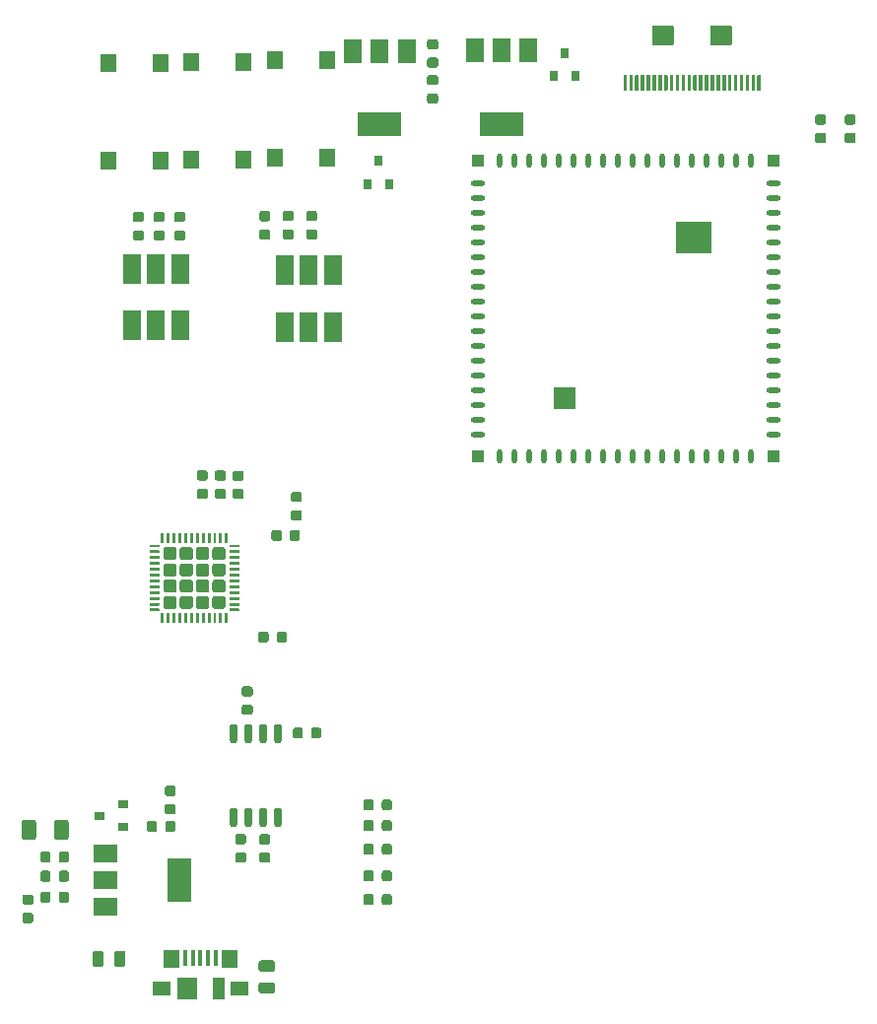
<source format=gbr>
G04 #@! TF.GenerationSoftware,KiCad,Pcbnew,5.1.5-52549c5~86~ubuntu18.04.1*
G04 #@! TF.CreationDate,2020-05-25T12:27:11-05:00*
G04 #@! TF.ProjectId,AICE,41494345-2e6b-4696-9361-645f70636258,rev?*
G04 #@! TF.SameCoordinates,Original*
G04 #@! TF.FileFunction,Paste,Top*
G04 #@! TF.FilePolarity,Positive*
%FSLAX46Y46*%
G04 Gerber Fmt 4.6, Leading zero omitted, Abs format (unit mm)*
G04 Created by KiCad (PCBNEW 5.1.5-52549c5~86~ubuntu18.04.1) date 2020-05-25 12:27:11*
%MOMM*%
%LPD*%
G04 APERTURE LIST*
%ADD10R,0.900000X0.800000*%
%ADD11C,0.100000*%
%ADD12R,1.600000X2.600000*%
%ADD13R,0.450000X1.380000*%
%ADD14R,1.425000X1.550000*%
%ADD15R,1.650000X1.300000*%
%ADD16R,1.800000X1.900000*%
%ADD17R,1.000000X1.900000*%
%ADD18R,1.400000X1.600000*%
%ADD19O,0.500000X1.200000*%
%ADD20O,1.200000X0.500000*%
%ADD21R,1.000000X1.000000*%
%ADD22R,3.020000X2.670000*%
%ADD23R,1.980000X1.980000*%
%ADD24R,2.000000X1.500000*%
%ADD25R,2.000000X3.800000*%
%ADD26R,1.500000X2.000000*%
%ADD27R,3.800000X2.000000*%
%ADD28R,0.800000X0.900000*%
G04 APERTURE END LIST*
D10*
X41510000Y-132450000D03*
X43510000Y-131500000D03*
X43510000Y-133400000D03*
D11*
G36*
X98252351Y-68800361D02*
G01*
X98259632Y-68801441D01*
X98266771Y-68803229D01*
X98273701Y-68805709D01*
X98280355Y-68808856D01*
X98286668Y-68812640D01*
X98292579Y-68817024D01*
X98298033Y-68821967D01*
X98302976Y-68827421D01*
X98307360Y-68833332D01*
X98311144Y-68839645D01*
X98314291Y-68846299D01*
X98316771Y-68853229D01*
X98318559Y-68860368D01*
X98319639Y-68867649D01*
X98320000Y-68875000D01*
X98320000Y-70095000D01*
X98319639Y-70102351D01*
X98318559Y-70109632D01*
X98316771Y-70116771D01*
X98314291Y-70123701D01*
X98311144Y-70130355D01*
X98307360Y-70136668D01*
X98302976Y-70142579D01*
X98298033Y-70148033D01*
X98292579Y-70152976D01*
X98286668Y-70157360D01*
X98280355Y-70161144D01*
X98273701Y-70164291D01*
X98266771Y-70166771D01*
X98259632Y-70168559D01*
X98252351Y-70169639D01*
X98245000Y-70170000D01*
X98095000Y-70170000D01*
X98087649Y-70169639D01*
X98080368Y-70168559D01*
X98073229Y-70166771D01*
X98066299Y-70164291D01*
X98059645Y-70161144D01*
X98053332Y-70157360D01*
X98047421Y-70152976D01*
X98041967Y-70148033D01*
X98037024Y-70142579D01*
X98032640Y-70136668D01*
X98028856Y-70130355D01*
X98025709Y-70123701D01*
X98023229Y-70116771D01*
X98021441Y-70109632D01*
X98020361Y-70102351D01*
X98020000Y-70095000D01*
X98020000Y-68875000D01*
X98020361Y-68867649D01*
X98021441Y-68860368D01*
X98023229Y-68853229D01*
X98025709Y-68846299D01*
X98028856Y-68839645D01*
X98032640Y-68833332D01*
X98037024Y-68827421D01*
X98041967Y-68821967D01*
X98047421Y-68817024D01*
X98053332Y-68812640D01*
X98059645Y-68808856D01*
X98066299Y-68805709D01*
X98073229Y-68803229D01*
X98080368Y-68801441D01*
X98087649Y-68800361D01*
X98095000Y-68800000D01*
X98245000Y-68800000D01*
X98252351Y-68800361D01*
G37*
G36*
X97752351Y-68800361D02*
G01*
X97759632Y-68801441D01*
X97766771Y-68803229D01*
X97773701Y-68805709D01*
X97780355Y-68808856D01*
X97786668Y-68812640D01*
X97792579Y-68817024D01*
X97798033Y-68821967D01*
X97802976Y-68827421D01*
X97807360Y-68833332D01*
X97811144Y-68839645D01*
X97814291Y-68846299D01*
X97816771Y-68853229D01*
X97818559Y-68860368D01*
X97819639Y-68867649D01*
X97820000Y-68875000D01*
X97820000Y-70095000D01*
X97819639Y-70102351D01*
X97818559Y-70109632D01*
X97816771Y-70116771D01*
X97814291Y-70123701D01*
X97811144Y-70130355D01*
X97807360Y-70136668D01*
X97802976Y-70142579D01*
X97798033Y-70148033D01*
X97792579Y-70152976D01*
X97786668Y-70157360D01*
X97780355Y-70161144D01*
X97773701Y-70164291D01*
X97766771Y-70166771D01*
X97759632Y-70168559D01*
X97752351Y-70169639D01*
X97745000Y-70170000D01*
X97595000Y-70170000D01*
X97587649Y-70169639D01*
X97580368Y-70168559D01*
X97573229Y-70166771D01*
X97566299Y-70164291D01*
X97559645Y-70161144D01*
X97553332Y-70157360D01*
X97547421Y-70152976D01*
X97541967Y-70148033D01*
X97537024Y-70142579D01*
X97532640Y-70136668D01*
X97528856Y-70130355D01*
X97525709Y-70123701D01*
X97523229Y-70116771D01*
X97521441Y-70109632D01*
X97520361Y-70102351D01*
X97520000Y-70095000D01*
X97520000Y-68875000D01*
X97520361Y-68867649D01*
X97521441Y-68860368D01*
X97523229Y-68853229D01*
X97525709Y-68846299D01*
X97528856Y-68839645D01*
X97532640Y-68833332D01*
X97537024Y-68827421D01*
X97541967Y-68821967D01*
X97547421Y-68817024D01*
X97553332Y-68812640D01*
X97559645Y-68808856D01*
X97566299Y-68805709D01*
X97573229Y-68803229D01*
X97580368Y-68801441D01*
X97587649Y-68800361D01*
X97595000Y-68800000D01*
X97745000Y-68800000D01*
X97752351Y-68800361D01*
G37*
G36*
X97252351Y-68800361D02*
G01*
X97259632Y-68801441D01*
X97266771Y-68803229D01*
X97273701Y-68805709D01*
X97280355Y-68808856D01*
X97286668Y-68812640D01*
X97292579Y-68817024D01*
X97298033Y-68821967D01*
X97302976Y-68827421D01*
X97307360Y-68833332D01*
X97311144Y-68839645D01*
X97314291Y-68846299D01*
X97316771Y-68853229D01*
X97318559Y-68860368D01*
X97319639Y-68867649D01*
X97320000Y-68875000D01*
X97320000Y-70095000D01*
X97319639Y-70102351D01*
X97318559Y-70109632D01*
X97316771Y-70116771D01*
X97314291Y-70123701D01*
X97311144Y-70130355D01*
X97307360Y-70136668D01*
X97302976Y-70142579D01*
X97298033Y-70148033D01*
X97292579Y-70152976D01*
X97286668Y-70157360D01*
X97280355Y-70161144D01*
X97273701Y-70164291D01*
X97266771Y-70166771D01*
X97259632Y-70168559D01*
X97252351Y-70169639D01*
X97245000Y-70170000D01*
X97095000Y-70170000D01*
X97087649Y-70169639D01*
X97080368Y-70168559D01*
X97073229Y-70166771D01*
X97066299Y-70164291D01*
X97059645Y-70161144D01*
X97053332Y-70157360D01*
X97047421Y-70152976D01*
X97041967Y-70148033D01*
X97037024Y-70142579D01*
X97032640Y-70136668D01*
X97028856Y-70130355D01*
X97025709Y-70123701D01*
X97023229Y-70116771D01*
X97021441Y-70109632D01*
X97020361Y-70102351D01*
X97020000Y-70095000D01*
X97020000Y-68875000D01*
X97020361Y-68867649D01*
X97021441Y-68860368D01*
X97023229Y-68853229D01*
X97025709Y-68846299D01*
X97028856Y-68839645D01*
X97032640Y-68833332D01*
X97037024Y-68827421D01*
X97041967Y-68821967D01*
X97047421Y-68817024D01*
X97053332Y-68812640D01*
X97059645Y-68808856D01*
X97066299Y-68805709D01*
X97073229Y-68803229D01*
X97080368Y-68801441D01*
X97087649Y-68800361D01*
X97095000Y-68800000D01*
X97245000Y-68800000D01*
X97252351Y-68800361D01*
G37*
G36*
X96752351Y-68800361D02*
G01*
X96759632Y-68801441D01*
X96766771Y-68803229D01*
X96773701Y-68805709D01*
X96780355Y-68808856D01*
X96786668Y-68812640D01*
X96792579Y-68817024D01*
X96798033Y-68821967D01*
X96802976Y-68827421D01*
X96807360Y-68833332D01*
X96811144Y-68839645D01*
X96814291Y-68846299D01*
X96816771Y-68853229D01*
X96818559Y-68860368D01*
X96819639Y-68867649D01*
X96820000Y-68875000D01*
X96820000Y-70095000D01*
X96819639Y-70102351D01*
X96818559Y-70109632D01*
X96816771Y-70116771D01*
X96814291Y-70123701D01*
X96811144Y-70130355D01*
X96807360Y-70136668D01*
X96802976Y-70142579D01*
X96798033Y-70148033D01*
X96792579Y-70152976D01*
X96786668Y-70157360D01*
X96780355Y-70161144D01*
X96773701Y-70164291D01*
X96766771Y-70166771D01*
X96759632Y-70168559D01*
X96752351Y-70169639D01*
X96745000Y-70170000D01*
X96595000Y-70170000D01*
X96587649Y-70169639D01*
X96580368Y-70168559D01*
X96573229Y-70166771D01*
X96566299Y-70164291D01*
X96559645Y-70161144D01*
X96553332Y-70157360D01*
X96547421Y-70152976D01*
X96541967Y-70148033D01*
X96537024Y-70142579D01*
X96532640Y-70136668D01*
X96528856Y-70130355D01*
X96525709Y-70123701D01*
X96523229Y-70116771D01*
X96521441Y-70109632D01*
X96520361Y-70102351D01*
X96520000Y-70095000D01*
X96520000Y-68875000D01*
X96520361Y-68867649D01*
X96521441Y-68860368D01*
X96523229Y-68853229D01*
X96525709Y-68846299D01*
X96528856Y-68839645D01*
X96532640Y-68833332D01*
X96537024Y-68827421D01*
X96541967Y-68821967D01*
X96547421Y-68817024D01*
X96553332Y-68812640D01*
X96559645Y-68808856D01*
X96566299Y-68805709D01*
X96573229Y-68803229D01*
X96580368Y-68801441D01*
X96587649Y-68800361D01*
X96595000Y-68800000D01*
X96745000Y-68800000D01*
X96752351Y-68800361D01*
G37*
G36*
X96252351Y-68800361D02*
G01*
X96259632Y-68801441D01*
X96266771Y-68803229D01*
X96273701Y-68805709D01*
X96280355Y-68808856D01*
X96286668Y-68812640D01*
X96292579Y-68817024D01*
X96298033Y-68821967D01*
X96302976Y-68827421D01*
X96307360Y-68833332D01*
X96311144Y-68839645D01*
X96314291Y-68846299D01*
X96316771Y-68853229D01*
X96318559Y-68860368D01*
X96319639Y-68867649D01*
X96320000Y-68875000D01*
X96320000Y-70095000D01*
X96319639Y-70102351D01*
X96318559Y-70109632D01*
X96316771Y-70116771D01*
X96314291Y-70123701D01*
X96311144Y-70130355D01*
X96307360Y-70136668D01*
X96302976Y-70142579D01*
X96298033Y-70148033D01*
X96292579Y-70152976D01*
X96286668Y-70157360D01*
X96280355Y-70161144D01*
X96273701Y-70164291D01*
X96266771Y-70166771D01*
X96259632Y-70168559D01*
X96252351Y-70169639D01*
X96245000Y-70170000D01*
X96095000Y-70170000D01*
X96087649Y-70169639D01*
X96080368Y-70168559D01*
X96073229Y-70166771D01*
X96066299Y-70164291D01*
X96059645Y-70161144D01*
X96053332Y-70157360D01*
X96047421Y-70152976D01*
X96041967Y-70148033D01*
X96037024Y-70142579D01*
X96032640Y-70136668D01*
X96028856Y-70130355D01*
X96025709Y-70123701D01*
X96023229Y-70116771D01*
X96021441Y-70109632D01*
X96020361Y-70102351D01*
X96020000Y-70095000D01*
X96020000Y-68875000D01*
X96020361Y-68867649D01*
X96021441Y-68860368D01*
X96023229Y-68853229D01*
X96025709Y-68846299D01*
X96028856Y-68839645D01*
X96032640Y-68833332D01*
X96037024Y-68827421D01*
X96041967Y-68821967D01*
X96047421Y-68817024D01*
X96053332Y-68812640D01*
X96059645Y-68808856D01*
X96066299Y-68805709D01*
X96073229Y-68803229D01*
X96080368Y-68801441D01*
X96087649Y-68800361D01*
X96095000Y-68800000D01*
X96245000Y-68800000D01*
X96252351Y-68800361D01*
G37*
G36*
X95752351Y-68800361D02*
G01*
X95759632Y-68801441D01*
X95766771Y-68803229D01*
X95773701Y-68805709D01*
X95780355Y-68808856D01*
X95786668Y-68812640D01*
X95792579Y-68817024D01*
X95798033Y-68821967D01*
X95802976Y-68827421D01*
X95807360Y-68833332D01*
X95811144Y-68839645D01*
X95814291Y-68846299D01*
X95816771Y-68853229D01*
X95818559Y-68860368D01*
X95819639Y-68867649D01*
X95820000Y-68875000D01*
X95820000Y-70095000D01*
X95819639Y-70102351D01*
X95818559Y-70109632D01*
X95816771Y-70116771D01*
X95814291Y-70123701D01*
X95811144Y-70130355D01*
X95807360Y-70136668D01*
X95802976Y-70142579D01*
X95798033Y-70148033D01*
X95792579Y-70152976D01*
X95786668Y-70157360D01*
X95780355Y-70161144D01*
X95773701Y-70164291D01*
X95766771Y-70166771D01*
X95759632Y-70168559D01*
X95752351Y-70169639D01*
X95745000Y-70170000D01*
X95595000Y-70170000D01*
X95587649Y-70169639D01*
X95580368Y-70168559D01*
X95573229Y-70166771D01*
X95566299Y-70164291D01*
X95559645Y-70161144D01*
X95553332Y-70157360D01*
X95547421Y-70152976D01*
X95541967Y-70148033D01*
X95537024Y-70142579D01*
X95532640Y-70136668D01*
X95528856Y-70130355D01*
X95525709Y-70123701D01*
X95523229Y-70116771D01*
X95521441Y-70109632D01*
X95520361Y-70102351D01*
X95520000Y-70095000D01*
X95520000Y-68875000D01*
X95520361Y-68867649D01*
X95521441Y-68860368D01*
X95523229Y-68853229D01*
X95525709Y-68846299D01*
X95528856Y-68839645D01*
X95532640Y-68833332D01*
X95537024Y-68827421D01*
X95541967Y-68821967D01*
X95547421Y-68817024D01*
X95553332Y-68812640D01*
X95559645Y-68808856D01*
X95566299Y-68805709D01*
X95573229Y-68803229D01*
X95580368Y-68801441D01*
X95587649Y-68800361D01*
X95595000Y-68800000D01*
X95745000Y-68800000D01*
X95752351Y-68800361D01*
G37*
G36*
X95252351Y-68800361D02*
G01*
X95259632Y-68801441D01*
X95266771Y-68803229D01*
X95273701Y-68805709D01*
X95280355Y-68808856D01*
X95286668Y-68812640D01*
X95292579Y-68817024D01*
X95298033Y-68821967D01*
X95302976Y-68827421D01*
X95307360Y-68833332D01*
X95311144Y-68839645D01*
X95314291Y-68846299D01*
X95316771Y-68853229D01*
X95318559Y-68860368D01*
X95319639Y-68867649D01*
X95320000Y-68875000D01*
X95320000Y-70095000D01*
X95319639Y-70102351D01*
X95318559Y-70109632D01*
X95316771Y-70116771D01*
X95314291Y-70123701D01*
X95311144Y-70130355D01*
X95307360Y-70136668D01*
X95302976Y-70142579D01*
X95298033Y-70148033D01*
X95292579Y-70152976D01*
X95286668Y-70157360D01*
X95280355Y-70161144D01*
X95273701Y-70164291D01*
X95266771Y-70166771D01*
X95259632Y-70168559D01*
X95252351Y-70169639D01*
X95245000Y-70170000D01*
X95095000Y-70170000D01*
X95087649Y-70169639D01*
X95080368Y-70168559D01*
X95073229Y-70166771D01*
X95066299Y-70164291D01*
X95059645Y-70161144D01*
X95053332Y-70157360D01*
X95047421Y-70152976D01*
X95041967Y-70148033D01*
X95037024Y-70142579D01*
X95032640Y-70136668D01*
X95028856Y-70130355D01*
X95025709Y-70123701D01*
X95023229Y-70116771D01*
X95021441Y-70109632D01*
X95020361Y-70102351D01*
X95020000Y-70095000D01*
X95020000Y-68875000D01*
X95020361Y-68867649D01*
X95021441Y-68860368D01*
X95023229Y-68853229D01*
X95025709Y-68846299D01*
X95028856Y-68839645D01*
X95032640Y-68833332D01*
X95037024Y-68827421D01*
X95041967Y-68821967D01*
X95047421Y-68817024D01*
X95053332Y-68812640D01*
X95059645Y-68808856D01*
X95066299Y-68805709D01*
X95073229Y-68803229D01*
X95080368Y-68801441D01*
X95087649Y-68800361D01*
X95095000Y-68800000D01*
X95245000Y-68800000D01*
X95252351Y-68800361D01*
G37*
G36*
X94752351Y-68800361D02*
G01*
X94759632Y-68801441D01*
X94766771Y-68803229D01*
X94773701Y-68805709D01*
X94780355Y-68808856D01*
X94786668Y-68812640D01*
X94792579Y-68817024D01*
X94798033Y-68821967D01*
X94802976Y-68827421D01*
X94807360Y-68833332D01*
X94811144Y-68839645D01*
X94814291Y-68846299D01*
X94816771Y-68853229D01*
X94818559Y-68860368D01*
X94819639Y-68867649D01*
X94820000Y-68875000D01*
X94820000Y-70095000D01*
X94819639Y-70102351D01*
X94818559Y-70109632D01*
X94816771Y-70116771D01*
X94814291Y-70123701D01*
X94811144Y-70130355D01*
X94807360Y-70136668D01*
X94802976Y-70142579D01*
X94798033Y-70148033D01*
X94792579Y-70152976D01*
X94786668Y-70157360D01*
X94780355Y-70161144D01*
X94773701Y-70164291D01*
X94766771Y-70166771D01*
X94759632Y-70168559D01*
X94752351Y-70169639D01*
X94745000Y-70170000D01*
X94595000Y-70170000D01*
X94587649Y-70169639D01*
X94580368Y-70168559D01*
X94573229Y-70166771D01*
X94566299Y-70164291D01*
X94559645Y-70161144D01*
X94553332Y-70157360D01*
X94547421Y-70152976D01*
X94541967Y-70148033D01*
X94537024Y-70142579D01*
X94532640Y-70136668D01*
X94528856Y-70130355D01*
X94525709Y-70123701D01*
X94523229Y-70116771D01*
X94521441Y-70109632D01*
X94520361Y-70102351D01*
X94520000Y-70095000D01*
X94520000Y-68875000D01*
X94520361Y-68867649D01*
X94521441Y-68860368D01*
X94523229Y-68853229D01*
X94525709Y-68846299D01*
X94528856Y-68839645D01*
X94532640Y-68833332D01*
X94537024Y-68827421D01*
X94541967Y-68821967D01*
X94547421Y-68817024D01*
X94553332Y-68812640D01*
X94559645Y-68808856D01*
X94566299Y-68805709D01*
X94573229Y-68803229D01*
X94580368Y-68801441D01*
X94587649Y-68800361D01*
X94595000Y-68800000D01*
X94745000Y-68800000D01*
X94752351Y-68800361D01*
G37*
G36*
X94252351Y-68800361D02*
G01*
X94259632Y-68801441D01*
X94266771Y-68803229D01*
X94273701Y-68805709D01*
X94280355Y-68808856D01*
X94286668Y-68812640D01*
X94292579Y-68817024D01*
X94298033Y-68821967D01*
X94302976Y-68827421D01*
X94307360Y-68833332D01*
X94311144Y-68839645D01*
X94314291Y-68846299D01*
X94316771Y-68853229D01*
X94318559Y-68860368D01*
X94319639Y-68867649D01*
X94320000Y-68875000D01*
X94320000Y-70095000D01*
X94319639Y-70102351D01*
X94318559Y-70109632D01*
X94316771Y-70116771D01*
X94314291Y-70123701D01*
X94311144Y-70130355D01*
X94307360Y-70136668D01*
X94302976Y-70142579D01*
X94298033Y-70148033D01*
X94292579Y-70152976D01*
X94286668Y-70157360D01*
X94280355Y-70161144D01*
X94273701Y-70164291D01*
X94266771Y-70166771D01*
X94259632Y-70168559D01*
X94252351Y-70169639D01*
X94245000Y-70170000D01*
X94095000Y-70170000D01*
X94087649Y-70169639D01*
X94080368Y-70168559D01*
X94073229Y-70166771D01*
X94066299Y-70164291D01*
X94059645Y-70161144D01*
X94053332Y-70157360D01*
X94047421Y-70152976D01*
X94041967Y-70148033D01*
X94037024Y-70142579D01*
X94032640Y-70136668D01*
X94028856Y-70130355D01*
X94025709Y-70123701D01*
X94023229Y-70116771D01*
X94021441Y-70109632D01*
X94020361Y-70102351D01*
X94020000Y-70095000D01*
X94020000Y-68875000D01*
X94020361Y-68867649D01*
X94021441Y-68860368D01*
X94023229Y-68853229D01*
X94025709Y-68846299D01*
X94028856Y-68839645D01*
X94032640Y-68833332D01*
X94037024Y-68827421D01*
X94041967Y-68821967D01*
X94047421Y-68817024D01*
X94053332Y-68812640D01*
X94059645Y-68808856D01*
X94066299Y-68805709D01*
X94073229Y-68803229D01*
X94080368Y-68801441D01*
X94087649Y-68800361D01*
X94095000Y-68800000D01*
X94245000Y-68800000D01*
X94252351Y-68800361D01*
G37*
G36*
X93752351Y-68800361D02*
G01*
X93759632Y-68801441D01*
X93766771Y-68803229D01*
X93773701Y-68805709D01*
X93780355Y-68808856D01*
X93786668Y-68812640D01*
X93792579Y-68817024D01*
X93798033Y-68821967D01*
X93802976Y-68827421D01*
X93807360Y-68833332D01*
X93811144Y-68839645D01*
X93814291Y-68846299D01*
X93816771Y-68853229D01*
X93818559Y-68860368D01*
X93819639Y-68867649D01*
X93820000Y-68875000D01*
X93820000Y-70095000D01*
X93819639Y-70102351D01*
X93818559Y-70109632D01*
X93816771Y-70116771D01*
X93814291Y-70123701D01*
X93811144Y-70130355D01*
X93807360Y-70136668D01*
X93802976Y-70142579D01*
X93798033Y-70148033D01*
X93792579Y-70152976D01*
X93786668Y-70157360D01*
X93780355Y-70161144D01*
X93773701Y-70164291D01*
X93766771Y-70166771D01*
X93759632Y-70168559D01*
X93752351Y-70169639D01*
X93745000Y-70170000D01*
X93595000Y-70170000D01*
X93587649Y-70169639D01*
X93580368Y-70168559D01*
X93573229Y-70166771D01*
X93566299Y-70164291D01*
X93559645Y-70161144D01*
X93553332Y-70157360D01*
X93547421Y-70152976D01*
X93541967Y-70148033D01*
X93537024Y-70142579D01*
X93532640Y-70136668D01*
X93528856Y-70130355D01*
X93525709Y-70123701D01*
X93523229Y-70116771D01*
X93521441Y-70109632D01*
X93520361Y-70102351D01*
X93520000Y-70095000D01*
X93520000Y-68875000D01*
X93520361Y-68867649D01*
X93521441Y-68860368D01*
X93523229Y-68853229D01*
X93525709Y-68846299D01*
X93528856Y-68839645D01*
X93532640Y-68833332D01*
X93537024Y-68827421D01*
X93541967Y-68821967D01*
X93547421Y-68817024D01*
X93553332Y-68812640D01*
X93559645Y-68808856D01*
X93566299Y-68805709D01*
X93573229Y-68803229D01*
X93580368Y-68801441D01*
X93587649Y-68800361D01*
X93595000Y-68800000D01*
X93745000Y-68800000D01*
X93752351Y-68800361D01*
G37*
G36*
X93252351Y-68800361D02*
G01*
X93259632Y-68801441D01*
X93266771Y-68803229D01*
X93273701Y-68805709D01*
X93280355Y-68808856D01*
X93286668Y-68812640D01*
X93292579Y-68817024D01*
X93298033Y-68821967D01*
X93302976Y-68827421D01*
X93307360Y-68833332D01*
X93311144Y-68839645D01*
X93314291Y-68846299D01*
X93316771Y-68853229D01*
X93318559Y-68860368D01*
X93319639Y-68867649D01*
X93320000Y-68875000D01*
X93320000Y-70095000D01*
X93319639Y-70102351D01*
X93318559Y-70109632D01*
X93316771Y-70116771D01*
X93314291Y-70123701D01*
X93311144Y-70130355D01*
X93307360Y-70136668D01*
X93302976Y-70142579D01*
X93298033Y-70148033D01*
X93292579Y-70152976D01*
X93286668Y-70157360D01*
X93280355Y-70161144D01*
X93273701Y-70164291D01*
X93266771Y-70166771D01*
X93259632Y-70168559D01*
X93252351Y-70169639D01*
X93245000Y-70170000D01*
X93095000Y-70170000D01*
X93087649Y-70169639D01*
X93080368Y-70168559D01*
X93073229Y-70166771D01*
X93066299Y-70164291D01*
X93059645Y-70161144D01*
X93053332Y-70157360D01*
X93047421Y-70152976D01*
X93041967Y-70148033D01*
X93037024Y-70142579D01*
X93032640Y-70136668D01*
X93028856Y-70130355D01*
X93025709Y-70123701D01*
X93023229Y-70116771D01*
X93021441Y-70109632D01*
X93020361Y-70102351D01*
X93020000Y-70095000D01*
X93020000Y-68875000D01*
X93020361Y-68867649D01*
X93021441Y-68860368D01*
X93023229Y-68853229D01*
X93025709Y-68846299D01*
X93028856Y-68839645D01*
X93032640Y-68833332D01*
X93037024Y-68827421D01*
X93041967Y-68821967D01*
X93047421Y-68817024D01*
X93053332Y-68812640D01*
X93059645Y-68808856D01*
X93066299Y-68805709D01*
X93073229Y-68803229D01*
X93080368Y-68801441D01*
X93087649Y-68800361D01*
X93095000Y-68800000D01*
X93245000Y-68800000D01*
X93252351Y-68800361D01*
G37*
G36*
X92752351Y-68800361D02*
G01*
X92759632Y-68801441D01*
X92766771Y-68803229D01*
X92773701Y-68805709D01*
X92780355Y-68808856D01*
X92786668Y-68812640D01*
X92792579Y-68817024D01*
X92798033Y-68821967D01*
X92802976Y-68827421D01*
X92807360Y-68833332D01*
X92811144Y-68839645D01*
X92814291Y-68846299D01*
X92816771Y-68853229D01*
X92818559Y-68860368D01*
X92819639Y-68867649D01*
X92820000Y-68875000D01*
X92820000Y-70095000D01*
X92819639Y-70102351D01*
X92818559Y-70109632D01*
X92816771Y-70116771D01*
X92814291Y-70123701D01*
X92811144Y-70130355D01*
X92807360Y-70136668D01*
X92802976Y-70142579D01*
X92798033Y-70148033D01*
X92792579Y-70152976D01*
X92786668Y-70157360D01*
X92780355Y-70161144D01*
X92773701Y-70164291D01*
X92766771Y-70166771D01*
X92759632Y-70168559D01*
X92752351Y-70169639D01*
X92745000Y-70170000D01*
X92595000Y-70170000D01*
X92587649Y-70169639D01*
X92580368Y-70168559D01*
X92573229Y-70166771D01*
X92566299Y-70164291D01*
X92559645Y-70161144D01*
X92553332Y-70157360D01*
X92547421Y-70152976D01*
X92541967Y-70148033D01*
X92537024Y-70142579D01*
X92532640Y-70136668D01*
X92528856Y-70130355D01*
X92525709Y-70123701D01*
X92523229Y-70116771D01*
X92521441Y-70109632D01*
X92520361Y-70102351D01*
X92520000Y-70095000D01*
X92520000Y-68875000D01*
X92520361Y-68867649D01*
X92521441Y-68860368D01*
X92523229Y-68853229D01*
X92525709Y-68846299D01*
X92528856Y-68839645D01*
X92532640Y-68833332D01*
X92537024Y-68827421D01*
X92541967Y-68821967D01*
X92547421Y-68817024D01*
X92553332Y-68812640D01*
X92559645Y-68808856D01*
X92566299Y-68805709D01*
X92573229Y-68803229D01*
X92580368Y-68801441D01*
X92587649Y-68800361D01*
X92595000Y-68800000D01*
X92745000Y-68800000D01*
X92752351Y-68800361D01*
G37*
G36*
X92252351Y-68800361D02*
G01*
X92259632Y-68801441D01*
X92266771Y-68803229D01*
X92273701Y-68805709D01*
X92280355Y-68808856D01*
X92286668Y-68812640D01*
X92292579Y-68817024D01*
X92298033Y-68821967D01*
X92302976Y-68827421D01*
X92307360Y-68833332D01*
X92311144Y-68839645D01*
X92314291Y-68846299D01*
X92316771Y-68853229D01*
X92318559Y-68860368D01*
X92319639Y-68867649D01*
X92320000Y-68875000D01*
X92320000Y-70095000D01*
X92319639Y-70102351D01*
X92318559Y-70109632D01*
X92316771Y-70116771D01*
X92314291Y-70123701D01*
X92311144Y-70130355D01*
X92307360Y-70136668D01*
X92302976Y-70142579D01*
X92298033Y-70148033D01*
X92292579Y-70152976D01*
X92286668Y-70157360D01*
X92280355Y-70161144D01*
X92273701Y-70164291D01*
X92266771Y-70166771D01*
X92259632Y-70168559D01*
X92252351Y-70169639D01*
X92245000Y-70170000D01*
X92095000Y-70170000D01*
X92087649Y-70169639D01*
X92080368Y-70168559D01*
X92073229Y-70166771D01*
X92066299Y-70164291D01*
X92059645Y-70161144D01*
X92053332Y-70157360D01*
X92047421Y-70152976D01*
X92041967Y-70148033D01*
X92037024Y-70142579D01*
X92032640Y-70136668D01*
X92028856Y-70130355D01*
X92025709Y-70123701D01*
X92023229Y-70116771D01*
X92021441Y-70109632D01*
X92020361Y-70102351D01*
X92020000Y-70095000D01*
X92020000Y-68875000D01*
X92020361Y-68867649D01*
X92021441Y-68860368D01*
X92023229Y-68853229D01*
X92025709Y-68846299D01*
X92028856Y-68839645D01*
X92032640Y-68833332D01*
X92037024Y-68827421D01*
X92041967Y-68821967D01*
X92047421Y-68817024D01*
X92053332Y-68812640D01*
X92059645Y-68808856D01*
X92066299Y-68805709D01*
X92073229Y-68803229D01*
X92080368Y-68801441D01*
X92087649Y-68800361D01*
X92095000Y-68800000D01*
X92245000Y-68800000D01*
X92252351Y-68800361D01*
G37*
G36*
X91752351Y-68800361D02*
G01*
X91759632Y-68801441D01*
X91766771Y-68803229D01*
X91773701Y-68805709D01*
X91780355Y-68808856D01*
X91786668Y-68812640D01*
X91792579Y-68817024D01*
X91798033Y-68821967D01*
X91802976Y-68827421D01*
X91807360Y-68833332D01*
X91811144Y-68839645D01*
X91814291Y-68846299D01*
X91816771Y-68853229D01*
X91818559Y-68860368D01*
X91819639Y-68867649D01*
X91820000Y-68875000D01*
X91820000Y-70095000D01*
X91819639Y-70102351D01*
X91818559Y-70109632D01*
X91816771Y-70116771D01*
X91814291Y-70123701D01*
X91811144Y-70130355D01*
X91807360Y-70136668D01*
X91802976Y-70142579D01*
X91798033Y-70148033D01*
X91792579Y-70152976D01*
X91786668Y-70157360D01*
X91780355Y-70161144D01*
X91773701Y-70164291D01*
X91766771Y-70166771D01*
X91759632Y-70168559D01*
X91752351Y-70169639D01*
X91745000Y-70170000D01*
X91595000Y-70170000D01*
X91587649Y-70169639D01*
X91580368Y-70168559D01*
X91573229Y-70166771D01*
X91566299Y-70164291D01*
X91559645Y-70161144D01*
X91553332Y-70157360D01*
X91547421Y-70152976D01*
X91541967Y-70148033D01*
X91537024Y-70142579D01*
X91532640Y-70136668D01*
X91528856Y-70130355D01*
X91525709Y-70123701D01*
X91523229Y-70116771D01*
X91521441Y-70109632D01*
X91520361Y-70102351D01*
X91520000Y-70095000D01*
X91520000Y-68875000D01*
X91520361Y-68867649D01*
X91521441Y-68860368D01*
X91523229Y-68853229D01*
X91525709Y-68846299D01*
X91528856Y-68839645D01*
X91532640Y-68833332D01*
X91537024Y-68827421D01*
X91541967Y-68821967D01*
X91547421Y-68817024D01*
X91553332Y-68812640D01*
X91559645Y-68808856D01*
X91566299Y-68805709D01*
X91573229Y-68803229D01*
X91580368Y-68801441D01*
X91587649Y-68800361D01*
X91595000Y-68800000D01*
X91745000Y-68800000D01*
X91752351Y-68800361D01*
G37*
G36*
X91252351Y-68800361D02*
G01*
X91259632Y-68801441D01*
X91266771Y-68803229D01*
X91273701Y-68805709D01*
X91280355Y-68808856D01*
X91286668Y-68812640D01*
X91292579Y-68817024D01*
X91298033Y-68821967D01*
X91302976Y-68827421D01*
X91307360Y-68833332D01*
X91311144Y-68839645D01*
X91314291Y-68846299D01*
X91316771Y-68853229D01*
X91318559Y-68860368D01*
X91319639Y-68867649D01*
X91320000Y-68875000D01*
X91320000Y-70095000D01*
X91319639Y-70102351D01*
X91318559Y-70109632D01*
X91316771Y-70116771D01*
X91314291Y-70123701D01*
X91311144Y-70130355D01*
X91307360Y-70136668D01*
X91302976Y-70142579D01*
X91298033Y-70148033D01*
X91292579Y-70152976D01*
X91286668Y-70157360D01*
X91280355Y-70161144D01*
X91273701Y-70164291D01*
X91266771Y-70166771D01*
X91259632Y-70168559D01*
X91252351Y-70169639D01*
X91245000Y-70170000D01*
X91095000Y-70170000D01*
X91087649Y-70169639D01*
X91080368Y-70168559D01*
X91073229Y-70166771D01*
X91066299Y-70164291D01*
X91059645Y-70161144D01*
X91053332Y-70157360D01*
X91047421Y-70152976D01*
X91041967Y-70148033D01*
X91037024Y-70142579D01*
X91032640Y-70136668D01*
X91028856Y-70130355D01*
X91025709Y-70123701D01*
X91023229Y-70116771D01*
X91021441Y-70109632D01*
X91020361Y-70102351D01*
X91020000Y-70095000D01*
X91020000Y-68875000D01*
X91020361Y-68867649D01*
X91021441Y-68860368D01*
X91023229Y-68853229D01*
X91025709Y-68846299D01*
X91028856Y-68839645D01*
X91032640Y-68833332D01*
X91037024Y-68827421D01*
X91041967Y-68821967D01*
X91047421Y-68817024D01*
X91053332Y-68812640D01*
X91059645Y-68808856D01*
X91066299Y-68805709D01*
X91073229Y-68803229D01*
X91080368Y-68801441D01*
X91087649Y-68800361D01*
X91095000Y-68800000D01*
X91245000Y-68800000D01*
X91252351Y-68800361D01*
G37*
G36*
X95644280Y-64541205D02*
G01*
X95668572Y-64544808D01*
X95692394Y-64550776D01*
X95715517Y-64559049D01*
X95737718Y-64569549D01*
X95758782Y-64582175D01*
X95778507Y-64596804D01*
X95796704Y-64613296D01*
X95813196Y-64631493D01*
X95827825Y-64651218D01*
X95840451Y-64672282D01*
X95850951Y-64694483D01*
X95859224Y-64717606D01*
X95865192Y-64741428D01*
X95868795Y-64765720D01*
X95870000Y-64790249D01*
X95870000Y-66039751D01*
X95868795Y-66064280D01*
X95865192Y-66088572D01*
X95859224Y-66112394D01*
X95850951Y-66135517D01*
X95840451Y-66157718D01*
X95827825Y-66178782D01*
X95813196Y-66198507D01*
X95796704Y-66216704D01*
X95778507Y-66233196D01*
X95758782Y-66247825D01*
X95737718Y-66260451D01*
X95715517Y-66270951D01*
X95692394Y-66279224D01*
X95668572Y-66285192D01*
X95644280Y-66288795D01*
X95619751Y-66290000D01*
X94220249Y-66290000D01*
X94195720Y-66288795D01*
X94171428Y-66285192D01*
X94147606Y-66279224D01*
X94124483Y-66270951D01*
X94102282Y-66260451D01*
X94081218Y-66247825D01*
X94061493Y-66233196D01*
X94043296Y-66216704D01*
X94026804Y-66198507D01*
X94012175Y-66178782D01*
X93999549Y-66157718D01*
X93989049Y-66135517D01*
X93980776Y-66112394D01*
X93974808Y-66088572D01*
X93971205Y-66064280D01*
X93970000Y-66039751D01*
X93970000Y-64790249D01*
X93971205Y-64765720D01*
X93974808Y-64741428D01*
X93980776Y-64717606D01*
X93989049Y-64694483D01*
X93999549Y-64672282D01*
X94012175Y-64651218D01*
X94026804Y-64631493D01*
X94043296Y-64613296D01*
X94061493Y-64596804D01*
X94081218Y-64582175D01*
X94102282Y-64569549D01*
X94124483Y-64559049D01*
X94147606Y-64550776D01*
X94171428Y-64544808D01*
X94195720Y-64541205D01*
X94220249Y-64540000D01*
X95619751Y-64540000D01*
X95644280Y-64541205D01*
G37*
G36*
X90644280Y-64541205D02*
G01*
X90668572Y-64544808D01*
X90692394Y-64550776D01*
X90715517Y-64559049D01*
X90737718Y-64569549D01*
X90758782Y-64582175D01*
X90778507Y-64596804D01*
X90796704Y-64613296D01*
X90813196Y-64631493D01*
X90827825Y-64651218D01*
X90840451Y-64672282D01*
X90850951Y-64694483D01*
X90859224Y-64717606D01*
X90865192Y-64741428D01*
X90868795Y-64765720D01*
X90870000Y-64790249D01*
X90870000Y-66039751D01*
X90868795Y-66064280D01*
X90865192Y-66088572D01*
X90859224Y-66112394D01*
X90850951Y-66135517D01*
X90840451Y-66157718D01*
X90827825Y-66178782D01*
X90813196Y-66198507D01*
X90796704Y-66216704D01*
X90778507Y-66233196D01*
X90758782Y-66247825D01*
X90737718Y-66260451D01*
X90715517Y-66270951D01*
X90692394Y-66279224D01*
X90668572Y-66285192D01*
X90644280Y-66288795D01*
X90619751Y-66290000D01*
X89220249Y-66290000D01*
X89195720Y-66288795D01*
X89171428Y-66285192D01*
X89147606Y-66279224D01*
X89124483Y-66270951D01*
X89102282Y-66260451D01*
X89081218Y-66247825D01*
X89061493Y-66233196D01*
X89043296Y-66216704D01*
X89026804Y-66198507D01*
X89012175Y-66178782D01*
X88999549Y-66157718D01*
X88989049Y-66135517D01*
X88980776Y-66112394D01*
X88974808Y-66088572D01*
X88971205Y-66064280D01*
X88970000Y-66039751D01*
X88970000Y-64790249D01*
X88971205Y-64765720D01*
X88974808Y-64741428D01*
X88980776Y-64717606D01*
X88989049Y-64694483D01*
X88999549Y-64672282D01*
X89012175Y-64651218D01*
X89026804Y-64631493D01*
X89043296Y-64613296D01*
X89061493Y-64596804D01*
X89081218Y-64582175D01*
X89102282Y-64569549D01*
X89124483Y-64559049D01*
X89147606Y-64550776D01*
X89171428Y-64544808D01*
X89195720Y-64541205D01*
X89220249Y-64540000D01*
X90619751Y-64540000D01*
X90644280Y-64541205D01*
G37*
G36*
X90752351Y-68800361D02*
G01*
X90759632Y-68801441D01*
X90766771Y-68803229D01*
X90773701Y-68805709D01*
X90780355Y-68808856D01*
X90786668Y-68812640D01*
X90792579Y-68817024D01*
X90798033Y-68821967D01*
X90802976Y-68827421D01*
X90807360Y-68833332D01*
X90811144Y-68839645D01*
X90814291Y-68846299D01*
X90816771Y-68853229D01*
X90818559Y-68860368D01*
X90819639Y-68867649D01*
X90820000Y-68875000D01*
X90820000Y-70095000D01*
X90819639Y-70102351D01*
X90818559Y-70109632D01*
X90816771Y-70116771D01*
X90814291Y-70123701D01*
X90811144Y-70130355D01*
X90807360Y-70136668D01*
X90802976Y-70142579D01*
X90798033Y-70148033D01*
X90792579Y-70152976D01*
X90786668Y-70157360D01*
X90780355Y-70161144D01*
X90773701Y-70164291D01*
X90766771Y-70166771D01*
X90759632Y-70168559D01*
X90752351Y-70169639D01*
X90745000Y-70170000D01*
X90595000Y-70170000D01*
X90587649Y-70169639D01*
X90580368Y-70168559D01*
X90573229Y-70166771D01*
X90566299Y-70164291D01*
X90559645Y-70161144D01*
X90553332Y-70157360D01*
X90547421Y-70152976D01*
X90541967Y-70148033D01*
X90537024Y-70142579D01*
X90532640Y-70136668D01*
X90528856Y-70130355D01*
X90525709Y-70123701D01*
X90523229Y-70116771D01*
X90521441Y-70109632D01*
X90520361Y-70102351D01*
X90520000Y-70095000D01*
X90520000Y-68875000D01*
X90520361Y-68867649D01*
X90521441Y-68860368D01*
X90523229Y-68853229D01*
X90525709Y-68846299D01*
X90528856Y-68839645D01*
X90532640Y-68833332D01*
X90537024Y-68827421D01*
X90541967Y-68821967D01*
X90547421Y-68817024D01*
X90553332Y-68812640D01*
X90559645Y-68808856D01*
X90566299Y-68805709D01*
X90573229Y-68803229D01*
X90580368Y-68801441D01*
X90587649Y-68800361D01*
X90595000Y-68800000D01*
X90745000Y-68800000D01*
X90752351Y-68800361D01*
G37*
G36*
X90252351Y-68800361D02*
G01*
X90259632Y-68801441D01*
X90266771Y-68803229D01*
X90273701Y-68805709D01*
X90280355Y-68808856D01*
X90286668Y-68812640D01*
X90292579Y-68817024D01*
X90298033Y-68821967D01*
X90302976Y-68827421D01*
X90307360Y-68833332D01*
X90311144Y-68839645D01*
X90314291Y-68846299D01*
X90316771Y-68853229D01*
X90318559Y-68860368D01*
X90319639Y-68867649D01*
X90320000Y-68875000D01*
X90320000Y-70095000D01*
X90319639Y-70102351D01*
X90318559Y-70109632D01*
X90316771Y-70116771D01*
X90314291Y-70123701D01*
X90311144Y-70130355D01*
X90307360Y-70136668D01*
X90302976Y-70142579D01*
X90298033Y-70148033D01*
X90292579Y-70152976D01*
X90286668Y-70157360D01*
X90280355Y-70161144D01*
X90273701Y-70164291D01*
X90266771Y-70166771D01*
X90259632Y-70168559D01*
X90252351Y-70169639D01*
X90245000Y-70170000D01*
X90095000Y-70170000D01*
X90087649Y-70169639D01*
X90080368Y-70168559D01*
X90073229Y-70166771D01*
X90066299Y-70164291D01*
X90059645Y-70161144D01*
X90053332Y-70157360D01*
X90047421Y-70152976D01*
X90041967Y-70148033D01*
X90037024Y-70142579D01*
X90032640Y-70136668D01*
X90028856Y-70130355D01*
X90025709Y-70123701D01*
X90023229Y-70116771D01*
X90021441Y-70109632D01*
X90020361Y-70102351D01*
X90020000Y-70095000D01*
X90020000Y-68875000D01*
X90020361Y-68867649D01*
X90021441Y-68860368D01*
X90023229Y-68853229D01*
X90025709Y-68846299D01*
X90028856Y-68839645D01*
X90032640Y-68833332D01*
X90037024Y-68827421D01*
X90041967Y-68821967D01*
X90047421Y-68817024D01*
X90053332Y-68812640D01*
X90059645Y-68808856D01*
X90066299Y-68805709D01*
X90073229Y-68803229D01*
X90080368Y-68801441D01*
X90087649Y-68800361D01*
X90095000Y-68800000D01*
X90245000Y-68800000D01*
X90252351Y-68800361D01*
G37*
G36*
X89752351Y-68800361D02*
G01*
X89759632Y-68801441D01*
X89766771Y-68803229D01*
X89773701Y-68805709D01*
X89780355Y-68808856D01*
X89786668Y-68812640D01*
X89792579Y-68817024D01*
X89798033Y-68821967D01*
X89802976Y-68827421D01*
X89807360Y-68833332D01*
X89811144Y-68839645D01*
X89814291Y-68846299D01*
X89816771Y-68853229D01*
X89818559Y-68860368D01*
X89819639Y-68867649D01*
X89820000Y-68875000D01*
X89820000Y-70095000D01*
X89819639Y-70102351D01*
X89818559Y-70109632D01*
X89816771Y-70116771D01*
X89814291Y-70123701D01*
X89811144Y-70130355D01*
X89807360Y-70136668D01*
X89802976Y-70142579D01*
X89798033Y-70148033D01*
X89792579Y-70152976D01*
X89786668Y-70157360D01*
X89780355Y-70161144D01*
X89773701Y-70164291D01*
X89766771Y-70166771D01*
X89759632Y-70168559D01*
X89752351Y-70169639D01*
X89745000Y-70170000D01*
X89595000Y-70170000D01*
X89587649Y-70169639D01*
X89580368Y-70168559D01*
X89573229Y-70166771D01*
X89566299Y-70164291D01*
X89559645Y-70161144D01*
X89553332Y-70157360D01*
X89547421Y-70152976D01*
X89541967Y-70148033D01*
X89537024Y-70142579D01*
X89532640Y-70136668D01*
X89528856Y-70130355D01*
X89525709Y-70123701D01*
X89523229Y-70116771D01*
X89521441Y-70109632D01*
X89520361Y-70102351D01*
X89520000Y-70095000D01*
X89520000Y-68875000D01*
X89520361Y-68867649D01*
X89521441Y-68860368D01*
X89523229Y-68853229D01*
X89525709Y-68846299D01*
X89528856Y-68839645D01*
X89532640Y-68833332D01*
X89537024Y-68827421D01*
X89541967Y-68821967D01*
X89547421Y-68817024D01*
X89553332Y-68812640D01*
X89559645Y-68808856D01*
X89566299Y-68805709D01*
X89573229Y-68803229D01*
X89580368Y-68801441D01*
X89587649Y-68800361D01*
X89595000Y-68800000D01*
X89745000Y-68800000D01*
X89752351Y-68800361D01*
G37*
G36*
X89252351Y-68800361D02*
G01*
X89259632Y-68801441D01*
X89266771Y-68803229D01*
X89273701Y-68805709D01*
X89280355Y-68808856D01*
X89286668Y-68812640D01*
X89292579Y-68817024D01*
X89298033Y-68821967D01*
X89302976Y-68827421D01*
X89307360Y-68833332D01*
X89311144Y-68839645D01*
X89314291Y-68846299D01*
X89316771Y-68853229D01*
X89318559Y-68860368D01*
X89319639Y-68867649D01*
X89320000Y-68875000D01*
X89320000Y-70095000D01*
X89319639Y-70102351D01*
X89318559Y-70109632D01*
X89316771Y-70116771D01*
X89314291Y-70123701D01*
X89311144Y-70130355D01*
X89307360Y-70136668D01*
X89302976Y-70142579D01*
X89298033Y-70148033D01*
X89292579Y-70152976D01*
X89286668Y-70157360D01*
X89280355Y-70161144D01*
X89273701Y-70164291D01*
X89266771Y-70166771D01*
X89259632Y-70168559D01*
X89252351Y-70169639D01*
X89245000Y-70170000D01*
X89095000Y-70170000D01*
X89087649Y-70169639D01*
X89080368Y-70168559D01*
X89073229Y-70166771D01*
X89066299Y-70164291D01*
X89059645Y-70161144D01*
X89053332Y-70157360D01*
X89047421Y-70152976D01*
X89041967Y-70148033D01*
X89037024Y-70142579D01*
X89032640Y-70136668D01*
X89028856Y-70130355D01*
X89025709Y-70123701D01*
X89023229Y-70116771D01*
X89021441Y-70109632D01*
X89020361Y-70102351D01*
X89020000Y-70095000D01*
X89020000Y-68875000D01*
X89020361Y-68867649D01*
X89021441Y-68860368D01*
X89023229Y-68853229D01*
X89025709Y-68846299D01*
X89028856Y-68839645D01*
X89032640Y-68833332D01*
X89037024Y-68827421D01*
X89041967Y-68821967D01*
X89047421Y-68817024D01*
X89053332Y-68812640D01*
X89059645Y-68808856D01*
X89066299Y-68805709D01*
X89073229Y-68803229D01*
X89080368Y-68801441D01*
X89087649Y-68800361D01*
X89095000Y-68800000D01*
X89245000Y-68800000D01*
X89252351Y-68800361D01*
G37*
G36*
X88752351Y-68800361D02*
G01*
X88759632Y-68801441D01*
X88766771Y-68803229D01*
X88773701Y-68805709D01*
X88780355Y-68808856D01*
X88786668Y-68812640D01*
X88792579Y-68817024D01*
X88798033Y-68821967D01*
X88802976Y-68827421D01*
X88807360Y-68833332D01*
X88811144Y-68839645D01*
X88814291Y-68846299D01*
X88816771Y-68853229D01*
X88818559Y-68860368D01*
X88819639Y-68867649D01*
X88820000Y-68875000D01*
X88820000Y-70095000D01*
X88819639Y-70102351D01*
X88818559Y-70109632D01*
X88816771Y-70116771D01*
X88814291Y-70123701D01*
X88811144Y-70130355D01*
X88807360Y-70136668D01*
X88802976Y-70142579D01*
X88798033Y-70148033D01*
X88792579Y-70152976D01*
X88786668Y-70157360D01*
X88780355Y-70161144D01*
X88773701Y-70164291D01*
X88766771Y-70166771D01*
X88759632Y-70168559D01*
X88752351Y-70169639D01*
X88745000Y-70170000D01*
X88595000Y-70170000D01*
X88587649Y-70169639D01*
X88580368Y-70168559D01*
X88573229Y-70166771D01*
X88566299Y-70164291D01*
X88559645Y-70161144D01*
X88553332Y-70157360D01*
X88547421Y-70152976D01*
X88541967Y-70148033D01*
X88537024Y-70142579D01*
X88532640Y-70136668D01*
X88528856Y-70130355D01*
X88525709Y-70123701D01*
X88523229Y-70116771D01*
X88521441Y-70109632D01*
X88520361Y-70102351D01*
X88520000Y-70095000D01*
X88520000Y-68875000D01*
X88520361Y-68867649D01*
X88521441Y-68860368D01*
X88523229Y-68853229D01*
X88525709Y-68846299D01*
X88528856Y-68839645D01*
X88532640Y-68833332D01*
X88537024Y-68827421D01*
X88541967Y-68821967D01*
X88547421Y-68817024D01*
X88553332Y-68812640D01*
X88559645Y-68808856D01*
X88566299Y-68805709D01*
X88573229Y-68803229D01*
X88580368Y-68801441D01*
X88587649Y-68800361D01*
X88595000Y-68800000D01*
X88745000Y-68800000D01*
X88752351Y-68800361D01*
G37*
G36*
X88252351Y-68800361D02*
G01*
X88259632Y-68801441D01*
X88266771Y-68803229D01*
X88273701Y-68805709D01*
X88280355Y-68808856D01*
X88286668Y-68812640D01*
X88292579Y-68817024D01*
X88298033Y-68821967D01*
X88302976Y-68827421D01*
X88307360Y-68833332D01*
X88311144Y-68839645D01*
X88314291Y-68846299D01*
X88316771Y-68853229D01*
X88318559Y-68860368D01*
X88319639Y-68867649D01*
X88320000Y-68875000D01*
X88320000Y-70095000D01*
X88319639Y-70102351D01*
X88318559Y-70109632D01*
X88316771Y-70116771D01*
X88314291Y-70123701D01*
X88311144Y-70130355D01*
X88307360Y-70136668D01*
X88302976Y-70142579D01*
X88298033Y-70148033D01*
X88292579Y-70152976D01*
X88286668Y-70157360D01*
X88280355Y-70161144D01*
X88273701Y-70164291D01*
X88266771Y-70166771D01*
X88259632Y-70168559D01*
X88252351Y-70169639D01*
X88245000Y-70170000D01*
X88095000Y-70170000D01*
X88087649Y-70169639D01*
X88080368Y-70168559D01*
X88073229Y-70166771D01*
X88066299Y-70164291D01*
X88059645Y-70161144D01*
X88053332Y-70157360D01*
X88047421Y-70152976D01*
X88041967Y-70148033D01*
X88037024Y-70142579D01*
X88032640Y-70136668D01*
X88028856Y-70130355D01*
X88025709Y-70123701D01*
X88023229Y-70116771D01*
X88021441Y-70109632D01*
X88020361Y-70102351D01*
X88020000Y-70095000D01*
X88020000Y-68875000D01*
X88020361Y-68867649D01*
X88021441Y-68860368D01*
X88023229Y-68853229D01*
X88025709Y-68846299D01*
X88028856Y-68839645D01*
X88032640Y-68833332D01*
X88037024Y-68827421D01*
X88041967Y-68821967D01*
X88047421Y-68817024D01*
X88053332Y-68812640D01*
X88059645Y-68808856D01*
X88066299Y-68805709D01*
X88073229Y-68803229D01*
X88080368Y-68801441D01*
X88087649Y-68800361D01*
X88095000Y-68800000D01*
X88245000Y-68800000D01*
X88252351Y-68800361D01*
G37*
G36*
X87752351Y-68800361D02*
G01*
X87759632Y-68801441D01*
X87766771Y-68803229D01*
X87773701Y-68805709D01*
X87780355Y-68808856D01*
X87786668Y-68812640D01*
X87792579Y-68817024D01*
X87798033Y-68821967D01*
X87802976Y-68827421D01*
X87807360Y-68833332D01*
X87811144Y-68839645D01*
X87814291Y-68846299D01*
X87816771Y-68853229D01*
X87818559Y-68860368D01*
X87819639Y-68867649D01*
X87820000Y-68875000D01*
X87820000Y-70095000D01*
X87819639Y-70102351D01*
X87818559Y-70109632D01*
X87816771Y-70116771D01*
X87814291Y-70123701D01*
X87811144Y-70130355D01*
X87807360Y-70136668D01*
X87802976Y-70142579D01*
X87798033Y-70148033D01*
X87792579Y-70152976D01*
X87786668Y-70157360D01*
X87780355Y-70161144D01*
X87773701Y-70164291D01*
X87766771Y-70166771D01*
X87759632Y-70168559D01*
X87752351Y-70169639D01*
X87745000Y-70170000D01*
X87595000Y-70170000D01*
X87587649Y-70169639D01*
X87580368Y-70168559D01*
X87573229Y-70166771D01*
X87566299Y-70164291D01*
X87559645Y-70161144D01*
X87553332Y-70157360D01*
X87547421Y-70152976D01*
X87541967Y-70148033D01*
X87537024Y-70142579D01*
X87532640Y-70136668D01*
X87528856Y-70130355D01*
X87525709Y-70123701D01*
X87523229Y-70116771D01*
X87521441Y-70109632D01*
X87520361Y-70102351D01*
X87520000Y-70095000D01*
X87520000Y-68875000D01*
X87520361Y-68867649D01*
X87521441Y-68860368D01*
X87523229Y-68853229D01*
X87525709Y-68846299D01*
X87528856Y-68839645D01*
X87532640Y-68833332D01*
X87537024Y-68827421D01*
X87541967Y-68821967D01*
X87547421Y-68817024D01*
X87553332Y-68812640D01*
X87559645Y-68808856D01*
X87566299Y-68805709D01*
X87573229Y-68803229D01*
X87580368Y-68801441D01*
X87587649Y-68800361D01*
X87595000Y-68800000D01*
X87745000Y-68800000D01*
X87752351Y-68800361D01*
G37*
G36*
X87252351Y-68800361D02*
G01*
X87259632Y-68801441D01*
X87266771Y-68803229D01*
X87273701Y-68805709D01*
X87280355Y-68808856D01*
X87286668Y-68812640D01*
X87292579Y-68817024D01*
X87298033Y-68821967D01*
X87302976Y-68827421D01*
X87307360Y-68833332D01*
X87311144Y-68839645D01*
X87314291Y-68846299D01*
X87316771Y-68853229D01*
X87318559Y-68860368D01*
X87319639Y-68867649D01*
X87320000Y-68875000D01*
X87320000Y-70095000D01*
X87319639Y-70102351D01*
X87318559Y-70109632D01*
X87316771Y-70116771D01*
X87314291Y-70123701D01*
X87311144Y-70130355D01*
X87307360Y-70136668D01*
X87302976Y-70142579D01*
X87298033Y-70148033D01*
X87292579Y-70152976D01*
X87286668Y-70157360D01*
X87280355Y-70161144D01*
X87273701Y-70164291D01*
X87266771Y-70166771D01*
X87259632Y-70168559D01*
X87252351Y-70169639D01*
X87245000Y-70170000D01*
X87095000Y-70170000D01*
X87087649Y-70169639D01*
X87080368Y-70168559D01*
X87073229Y-70166771D01*
X87066299Y-70164291D01*
X87059645Y-70161144D01*
X87053332Y-70157360D01*
X87047421Y-70152976D01*
X87041967Y-70148033D01*
X87037024Y-70142579D01*
X87032640Y-70136668D01*
X87028856Y-70130355D01*
X87025709Y-70123701D01*
X87023229Y-70116771D01*
X87021441Y-70109632D01*
X87020361Y-70102351D01*
X87020000Y-70095000D01*
X87020000Y-68875000D01*
X87020361Y-68867649D01*
X87021441Y-68860368D01*
X87023229Y-68853229D01*
X87025709Y-68846299D01*
X87028856Y-68839645D01*
X87032640Y-68833332D01*
X87037024Y-68827421D01*
X87041967Y-68821967D01*
X87047421Y-68817024D01*
X87053332Y-68812640D01*
X87059645Y-68808856D01*
X87066299Y-68805709D01*
X87073229Y-68803229D01*
X87080368Y-68801441D01*
X87087649Y-68800361D01*
X87095000Y-68800000D01*
X87245000Y-68800000D01*
X87252351Y-68800361D01*
G37*
G36*
X86752351Y-68800361D02*
G01*
X86759632Y-68801441D01*
X86766771Y-68803229D01*
X86773701Y-68805709D01*
X86780355Y-68808856D01*
X86786668Y-68812640D01*
X86792579Y-68817024D01*
X86798033Y-68821967D01*
X86802976Y-68827421D01*
X86807360Y-68833332D01*
X86811144Y-68839645D01*
X86814291Y-68846299D01*
X86816771Y-68853229D01*
X86818559Y-68860368D01*
X86819639Y-68867649D01*
X86820000Y-68875000D01*
X86820000Y-70095000D01*
X86819639Y-70102351D01*
X86818559Y-70109632D01*
X86816771Y-70116771D01*
X86814291Y-70123701D01*
X86811144Y-70130355D01*
X86807360Y-70136668D01*
X86802976Y-70142579D01*
X86798033Y-70148033D01*
X86792579Y-70152976D01*
X86786668Y-70157360D01*
X86780355Y-70161144D01*
X86773701Y-70164291D01*
X86766771Y-70166771D01*
X86759632Y-70168559D01*
X86752351Y-70169639D01*
X86745000Y-70170000D01*
X86595000Y-70170000D01*
X86587649Y-70169639D01*
X86580368Y-70168559D01*
X86573229Y-70166771D01*
X86566299Y-70164291D01*
X86559645Y-70161144D01*
X86553332Y-70157360D01*
X86547421Y-70152976D01*
X86541967Y-70148033D01*
X86537024Y-70142579D01*
X86532640Y-70136668D01*
X86528856Y-70130355D01*
X86525709Y-70123701D01*
X86523229Y-70116771D01*
X86521441Y-70109632D01*
X86520361Y-70102351D01*
X86520000Y-70095000D01*
X86520000Y-68875000D01*
X86520361Y-68867649D01*
X86521441Y-68860368D01*
X86523229Y-68853229D01*
X86525709Y-68846299D01*
X86528856Y-68839645D01*
X86532640Y-68833332D01*
X86537024Y-68827421D01*
X86541967Y-68821967D01*
X86547421Y-68817024D01*
X86553332Y-68812640D01*
X86559645Y-68808856D01*
X86566299Y-68805709D01*
X86573229Y-68803229D01*
X86580368Y-68801441D01*
X86587649Y-68800361D01*
X86595000Y-68800000D01*
X86745000Y-68800000D01*
X86752351Y-68800361D01*
G37*
G36*
X55985691Y-80510053D02*
G01*
X56006926Y-80513203D01*
X56027750Y-80518419D01*
X56047962Y-80525651D01*
X56067368Y-80534830D01*
X56085781Y-80545866D01*
X56103024Y-80558654D01*
X56118930Y-80573070D01*
X56133346Y-80588976D01*
X56146134Y-80606219D01*
X56157170Y-80624632D01*
X56166349Y-80644038D01*
X56173581Y-80664250D01*
X56178797Y-80685074D01*
X56181947Y-80706309D01*
X56183000Y-80727750D01*
X56183000Y-81165250D01*
X56181947Y-81186691D01*
X56178797Y-81207926D01*
X56173581Y-81228750D01*
X56166349Y-81248962D01*
X56157170Y-81268368D01*
X56146134Y-81286781D01*
X56133346Y-81304024D01*
X56118930Y-81319930D01*
X56103024Y-81334346D01*
X56085781Y-81347134D01*
X56067368Y-81358170D01*
X56047962Y-81367349D01*
X56027750Y-81374581D01*
X56006926Y-81379797D01*
X55985691Y-81382947D01*
X55964250Y-81384000D01*
X55451750Y-81384000D01*
X55430309Y-81382947D01*
X55409074Y-81379797D01*
X55388250Y-81374581D01*
X55368038Y-81367349D01*
X55348632Y-81358170D01*
X55330219Y-81347134D01*
X55312976Y-81334346D01*
X55297070Y-81319930D01*
X55282654Y-81304024D01*
X55269866Y-81286781D01*
X55258830Y-81268368D01*
X55249651Y-81248962D01*
X55242419Y-81228750D01*
X55237203Y-81207926D01*
X55234053Y-81186691D01*
X55233000Y-81165250D01*
X55233000Y-80727750D01*
X55234053Y-80706309D01*
X55237203Y-80685074D01*
X55242419Y-80664250D01*
X55249651Y-80644038D01*
X55258830Y-80624632D01*
X55269866Y-80606219D01*
X55282654Y-80588976D01*
X55297070Y-80573070D01*
X55312976Y-80558654D01*
X55330219Y-80545866D01*
X55348632Y-80534830D01*
X55368038Y-80525651D01*
X55388250Y-80518419D01*
X55409074Y-80513203D01*
X55430309Y-80510053D01*
X55451750Y-80509000D01*
X55964250Y-80509000D01*
X55985691Y-80510053D01*
G37*
G36*
X55985691Y-82085053D02*
G01*
X56006926Y-82088203D01*
X56027750Y-82093419D01*
X56047962Y-82100651D01*
X56067368Y-82109830D01*
X56085781Y-82120866D01*
X56103024Y-82133654D01*
X56118930Y-82148070D01*
X56133346Y-82163976D01*
X56146134Y-82181219D01*
X56157170Y-82199632D01*
X56166349Y-82219038D01*
X56173581Y-82239250D01*
X56178797Y-82260074D01*
X56181947Y-82281309D01*
X56183000Y-82302750D01*
X56183000Y-82740250D01*
X56181947Y-82761691D01*
X56178797Y-82782926D01*
X56173581Y-82803750D01*
X56166349Y-82823962D01*
X56157170Y-82843368D01*
X56146134Y-82861781D01*
X56133346Y-82879024D01*
X56118930Y-82894930D01*
X56103024Y-82909346D01*
X56085781Y-82922134D01*
X56067368Y-82933170D01*
X56047962Y-82942349D01*
X56027750Y-82949581D01*
X56006926Y-82954797D01*
X55985691Y-82957947D01*
X55964250Y-82959000D01*
X55451750Y-82959000D01*
X55430309Y-82957947D01*
X55409074Y-82954797D01*
X55388250Y-82949581D01*
X55368038Y-82942349D01*
X55348632Y-82933170D01*
X55330219Y-82922134D01*
X55312976Y-82909346D01*
X55297070Y-82894930D01*
X55282654Y-82879024D01*
X55269866Y-82861781D01*
X55258830Y-82843368D01*
X55249651Y-82823962D01*
X55242419Y-82803750D01*
X55237203Y-82782926D01*
X55234053Y-82761691D01*
X55233000Y-82740250D01*
X55233000Y-82302750D01*
X55234053Y-82281309D01*
X55237203Y-82260074D01*
X55242419Y-82239250D01*
X55249651Y-82219038D01*
X55258830Y-82199632D01*
X55269866Y-82181219D01*
X55282654Y-82163976D01*
X55297070Y-82148070D01*
X55312976Y-82133654D01*
X55330219Y-82120866D01*
X55348632Y-82109830D01*
X55368038Y-82100651D01*
X55388250Y-82093419D01*
X55409074Y-82088203D01*
X55430309Y-82085053D01*
X55451750Y-82084000D01*
X55964250Y-82084000D01*
X55985691Y-82085053D01*
G37*
G36*
X57975691Y-80495053D02*
G01*
X57996926Y-80498203D01*
X58017750Y-80503419D01*
X58037962Y-80510651D01*
X58057368Y-80519830D01*
X58075781Y-80530866D01*
X58093024Y-80543654D01*
X58108930Y-80558070D01*
X58123346Y-80573976D01*
X58136134Y-80591219D01*
X58147170Y-80609632D01*
X58156349Y-80629038D01*
X58163581Y-80649250D01*
X58168797Y-80670074D01*
X58171947Y-80691309D01*
X58173000Y-80712750D01*
X58173000Y-81150250D01*
X58171947Y-81171691D01*
X58168797Y-81192926D01*
X58163581Y-81213750D01*
X58156349Y-81233962D01*
X58147170Y-81253368D01*
X58136134Y-81271781D01*
X58123346Y-81289024D01*
X58108930Y-81304930D01*
X58093024Y-81319346D01*
X58075781Y-81332134D01*
X58057368Y-81343170D01*
X58037962Y-81352349D01*
X58017750Y-81359581D01*
X57996926Y-81364797D01*
X57975691Y-81367947D01*
X57954250Y-81369000D01*
X57441750Y-81369000D01*
X57420309Y-81367947D01*
X57399074Y-81364797D01*
X57378250Y-81359581D01*
X57358038Y-81352349D01*
X57338632Y-81343170D01*
X57320219Y-81332134D01*
X57302976Y-81319346D01*
X57287070Y-81304930D01*
X57272654Y-81289024D01*
X57259866Y-81271781D01*
X57248830Y-81253368D01*
X57239651Y-81233962D01*
X57232419Y-81213750D01*
X57227203Y-81192926D01*
X57224053Y-81171691D01*
X57223000Y-81150250D01*
X57223000Y-80712750D01*
X57224053Y-80691309D01*
X57227203Y-80670074D01*
X57232419Y-80649250D01*
X57239651Y-80629038D01*
X57248830Y-80609632D01*
X57259866Y-80591219D01*
X57272654Y-80573976D01*
X57287070Y-80558070D01*
X57302976Y-80543654D01*
X57320219Y-80530866D01*
X57338632Y-80519830D01*
X57358038Y-80510651D01*
X57378250Y-80503419D01*
X57399074Y-80498203D01*
X57420309Y-80495053D01*
X57441750Y-80494000D01*
X57954250Y-80494000D01*
X57975691Y-80495053D01*
G37*
G36*
X57975691Y-82070053D02*
G01*
X57996926Y-82073203D01*
X58017750Y-82078419D01*
X58037962Y-82085651D01*
X58057368Y-82094830D01*
X58075781Y-82105866D01*
X58093024Y-82118654D01*
X58108930Y-82133070D01*
X58123346Y-82148976D01*
X58136134Y-82166219D01*
X58147170Y-82184632D01*
X58156349Y-82204038D01*
X58163581Y-82224250D01*
X58168797Y-82245074D01*
X58171947Y-82266309D01*
X58173000Y-82287750D01*
X58173000Y-82725250D01*
X58171947Y-82746691D01*
X58168797Y-82767926D01*
X58163581Y-82788750D01*
X58156349Y-82808962D01*
X58147170Y-82828368D01*
X58136134Y-82846781D01*
X58123346Y-82864024D01*
X58108930Y-82879930D01*
X58093024Y-82894346D01*
X58075781Y-82907134D01*
X58057368Y-82918170D01*
X58037962Y-82927349D01*
X58017750Y-82934581D01*
X57996926Y-82939797D01*
X57975691Y-82942947D01*
X57954250Y-82944000D01*
X57441750Y-82944000D01*
X57420309Y-82942947D01*
X57399074Y-82939797D01*
X57378250Y-82934581D01*
X57358038Y-82927349D01*
X57338632Y-82918170D01*
X57320219Y-82907134D01*
X57302976Y-82894346D01*
X57287070Y-82879930D01*
X57272654Y-82864024D01*
X57259866Y-82846781D01*
X57248830Y-82828368D01*
X57239651Y-82808962D01*
X57232419Y-82788750D01*
X57227203Y-82767926D01*
X57224053Y-82746691D01*
X57223000Y-82725250D01*
X57223000Y-82287750D01*
X57224053Y-82266309D01*
X57227203Y-82245074D01*
X57232419Y-82224250D01*
X57239651Y-82204038D01*
X57248830Y-82184632D01*
X57259866Y-82166219D01*
X57272654Y-82148976D01*
X57287070Y-82133070D01*
X57302976Y-82118654D01*
X57320219Y-82105866D01*
X57338632Y-82094830D01*
X57358038Y-82085651D01*
X57378250Y-82078419D01*
X57399074Y-82073203D01*
X57420309Y-82070053D01*
X57441750Y-82069000D01*
X57954250Y-82069000D01*
X57975691Y-82070053D01*
G37*
G36*
X45121691Y-80584053D02*
G01*
X45142926Y-80587203D01*
X45163750Y-80592419D01*
X45183962Y-80599651D01*
X45203368Y-80608830D01*
X45221781Y-80619866D01*
X45239024Y-80632654D01*
X45254930Y-80647070D01*
X45269346Y-80662976D01*
X45282134Y-80680219D01*
X45293170Y-80698632D01*
X45302349Y-80718038D01*
X45309581Y-80738250D01*
X45314797Y-80759074D01*
X45317947Y-80780309D01*
X45319000Y-80801750D01*
X45319000Y-81239250D01*
X45317947Y-81260691D01*
X45314797Y-81281926D01*
X45309581Y-81302750D01*
X45302349Y-81322962D01*
X45293170Y-81342368D01*
X45282134Y-81360781D01*
X45269346Y-81378024D01*
X45254930Y-81393930D01*
X45239024Y-81408346D01*
X45221781Y-81421134D01*
X45203368Y-81432170D01*
X45183962Y-81441349D01*
X45163750Y-81448581D01*
X45142926Y-81453797D01*
X45121691Y-81456947D01*
X45100250Y-81458000D01*
X44587750Y-81458000D01*
X44566309Y-81456947D01*
X44545074Y-81453797D01*
X44524250Y-81448581D01*
X44504038Y-81441349D01*
X44484632Y-81432170D01*
X44466219Y-81421134D01*
X44448976Y-81408346D01*
X44433070Y-81393930D01*
X44418654Y-81378024D01*
X44405866Y-81360781D01*
X44394830Y-81342368D01*
X44385651Y-81322962D01*
X44378419Y-81302750D01*
X44373203Y-81281926D01*
X44370053Y-81260691D01*
X44369000Y-81239250D01*
X44369000Y-80801750D01*
X44370053Y-80780309D01*
X44373203Y-80759074D01*
X44378419Y-80738250D01*
X44385651Y-80718038D01*
X44394830Y-80698632D01*
X44405866Y-80680219D01*
X44418654Y-80662976D01*
X44433070Y-80647070D01*
X44448976Y-80632654D01*
X44466219Y-80619866D01*
X44484632Y-80608830D01*
X44504038Y-80599651D01*
X44524250Y-80592419D01*
X44545074Y-80587203D01*
X44566309Y-80584053D01*
X44587750Y-80583000D01*
X45100250Y-80583000D01*
X45121691Y-80584053D01*
G37*
G36*
X45121691Y-82159053D02*
G01*
X45142926Y-82162203D01*
X45163750Y-82167419D01*
X45183962Y-82174651D01*
X45203368Y-82183830D01*
X45221781Y-82194866D01*
X45239024Y-82207654D01*
X45254930Y-82222070D01*
X45269346Y-82237976D01*
X45282134Y-82255219D01*
X45293170Y-82273632D01*
X45302349Y-82293038D01*
X45309581Y-82313250D01*
X45314797Y-82334074D01*
X45317947Y-82355309D01*
X45319000Y-82376750D01*
X45319000Y-82814250D01*
X45317947Y-82835691D01*
X45314797Y-82856926D01*
X45309581Y-82877750D01*
X45302349Y-82897962D01*
X45293170Y-82917368D01*
X45282134Y-82935781D01*
X45269346Y-82953024D01*
X45254930Y-82968930D01*
X45239024Y-82983346D01*
X45221781Y-82996134D01*
X45203368Y-83007170D01*
X45183962Y-83016349D01*
X45163750Y-83023581D01*
X45142926Y-83028797D01*
X45121691Y-83031947D01*
X45100250Y-83033000D01*
X44587750Y-83033000D01*
X44566309Y-83031947D01*
X44545074Y-83028797D01*
X44524250Y-83023581D01*
X44504038Y-83016349D01*
X44484632Y-83007170D01*
X44466219Y-82996134D01*
X44448976Y-82983346D01*
X44433070Y-82968930D01*
X44418654Y-82953024D01*
X44405866Y-82935781D01*
X44394830Y-82917368D01*
X44385651Y-82897962D01*
X44378419Y-82877750D01*
X44373203Y-82856926D01*
X44370053Y-82835691D01*
X44369000Y-82814250D01*
X44369000Y-82376750D01*
X44370053Y-82355309D01*
X44373203Y-82334074D01*
X44378419Y-82313250D01*
X44385651Y-82293038D01*
X44394830Y-82273632D01*
X44405866Y-82255219D01*
X44418654Y-82237976D01*
X44433070Y-82222070D01*
X44448976Y-82207654D01*
X44466219Y-82194866D01*
X44484632Y-82183830D01*
X44504038Y-82174651D01*
X44524250Y-82167419D01*
X44545074Y-82162203D01*
X44566309Y-82159053D01*
X44587750Y-82158000D01*
X45100250Y-82158000D01*
X45121691Y-82159053D01*
G37*
G36*
X46899691Y-80584053D02*
G01*
X46920926Y-80587203D01*
X46941750Y-80592419D01*
X46961962Y-80599651D01*
X46981368Y-80608830D01*
X46999781Y-80619866D01*
X47017024Y-80632654D01*
X47032930Y-80647070D01*
X47047346Y-80662976D01*
X47060134Y-80680219D01*
X47071170Y-80698632D01*
X47080349Y-80718038D01*
X47087581Y-80738250D01*
X47092797Y-80759074D01*
X47095947Y-80780309D01*
X47097000Y-80801750D01*
X47097000Y-81239250D01*
X47095947Y-81260691D01*
X47092797Y-81281926D01*
X47087581Y-81302750D01*
X47080349Y-81322962D01*
X47071170Y-81342368D01*
X47060134Y-81360781D01*
X47047346Y-81378024D01*
X47032930Y-81393930D01*
X47017024Y-81408346D01*
X46999781Y-81421134D01*
X46981368Y-81432170D01*
X46961962Y-81441349D01*
X46941750Y-81448581D01*
X46920926Y-81453797D01*
X46899691Y-81456947D01*
X46878250Y-81458000D01*
X46365750Y-81458000D01*
X46344309Y-81456947D01*
X46323074Y-81453797D01*
X46302250Y-81448581D01*
X46282038Y-81441349D01*
X46262632Y-81432170D01*
X46244219Y-81421134D01*
X46226976Y-81408346D01*
X46211070Y-81393930D01*
X46196654Y-81378024D01*
X46183866Y-81360781D01*
X46172830Y-81342368D01*
X46163651Y-81322962D01*
X46156419Y-81302750D01*
X46151203Y-81281926D01*
X46148053Y-81260691D01*
X46147000Y-81239250D01*
X46147000Y-80801750D01*
X46148053Y-80780309D01*
X46151203Y-80759074D01*
X46156419Y-80738250D01*
X46163651Y-80718038D01*
X46172830Y-80698632D01*
X46183866Y-80680219D01*
X46196654Y-80662976D01*
X46211070Y-80647070D01*
X46226976Y-80632654D01*
X46244219Y-80619866D01*
X46262632Y-80608830D01*
X46282038Y-80599651D01*
X46302250Y-80592419D01*
X46323074Y-80587203D01*
X46344309Y-80584053D01*
X46365750Y-80583000D01*
X46878250Y-80583000D01*
X46899691Y-80584053D01*
G37*
G36*
X46899691Y-82159053D02*
G01*
X46920926Y-82162203D01*
X46941750Y-82167419D01*
X46961962Y-82174651D01*
X46981368Y-82183830D01*
X46999781Y-82194866D01*
X47017024Y-82207654D01*
X47032930Y-82222070D01*
X47047346Y-82237976D01*
X47060134Y-82255219D01*
X47071170Y-82273632D01*
X47080349Y-82293038D01*
X47087581Y-82313250D01*
X47092797Y-82334074D01*
X47095947Y-82355309D01*
X47097000Y-82376750D01*
X47097000Y-82814250D01*
X47095947Y-82835691D01*
X47092797Y-82856926D01*
X47087581Y-82877750D01*
X47080349Y-82897962D01*
X47071170Y-82917368D01*
X47060134Y-82935781D01*
X47047346Y-82953024D01*
X47032930Y-82968930D01*
X47017024Y-82983346D01*
X46999781Y-82996134D01*
X46981368Y-83007170D01*
X46961962Y-83016349D01*
X46941750Y-83023581D01*
X46920926Y-83028797D01*
X46899691Y-83031947D01*
X46878250Y-83033000D01*
X46365750Y-83033000D01*
X46344309Y-83031947D01*
X46323074Y-83028797D01*
X46302250Y-83023581D01*
X46282038Y-83016349D01*
X46262632Y-83007170D01*
X46244219Y-82996134D01*
X46226976Y-82983346D01*
X46211070Y-82968930D01*
X46196654Y-82953024D01*
X46183866Y-82935781D01*
X46172830Y-82917368D01*
X46163651Y-82897962D01*
X46156419Y-82877750D01*
X46151203Y-82856926D01*
X46148053Y-82835691D01*
X46147000Y-82814250D01*
X46147000Y-82376750D01*
X46148053Y-82355309D01*
X46151203Y-82334074D01*
X46156419Y-82313250D01*
X46163651Y-82293038D01*
X46172830Y-82273632D01*
X46183866Y-82255219D01*
X46196654Y-82237976D01*
X46211070Y-82222070D01*
X46226976Y-82207654D01*
X46244219Y-82194866D01*
X46262632Y-82183830D01*
X46282038Y-82174651D01*
X46302250Y-82167419D01*
X46323074Y-82162203D01*
X46344309Y-82159053D01*
X46365750Y-82158000D01*
X46878250Y-82158000D01*
X46899691Y-82159053D01*
G37*
G36*
X70399891Y-70392953D02*
G01*
X70421126Y-70396103D01*
X70441950Y-70401319D01*
X70462162Y-70408551D01*
X70481568Y-70417730D01*
X70499981Y-70428766D01*
X70517224Y-70441554D01*
X70533130Y-70455970D01*
X70547546Y-70471876D01*
X70560334Y-70489119D01*
X70571370Y-70507532D01*
X70580549Y-70526938D01*
X70587781Y-70547150D01*
X70592997Y-70567974D01*
X70596147Y-70589209D01*
X70597200Y-70610650D01*
X70597200Y-71048150D01*
X70596147Y-71069591D01*
X70592997Y-71090826D01*
X70587781Y-71111650D01*
X70580549Y-71131862D01*
X70571370Y-71151268D01*
X70560334Y-71169681D01*
X70547546Y-71186924D01*
X70533130Y-71202830D01*
X70517224Y-71217246D01*
X70499981Y-71230034D01*
X70481568Y-71241070D01*
X70462162Y-71250249D01*
X70441950Y-71257481D01*
X70421126Y-71262697D01*
X70399891Y-71265847D01*
X70378450Y-71266900D01*
X69865950Y-71266900D01*
X69844509Y-71265847D01*
X69823274Y-71262697D01*
X69802450Y-71257481D01*
X69782238Y-71250249D01*
X69762832Y-71241070D01*
X69744419Y-71230034D01*
X69727176Y-71217246D01*
X69711270Y-71202830D01*
X69696854Y-71186924D01*
X69684066Y-71169681D01*
X69673030Y-71151268D01*
X69663851Y-71131862D01*
X69656619Y-71111650D01*
X69651403Y-71090826D01*
X69648253Y-71069591D01*
X69647200Y-71048150D01*
X69647200Y-70610650D01*
X69648253Y-70589209D01*
X69651403Y-70567974D01*
X69656619Y-70547150D01*
X69663851Y-70526938D01*
X69673030Y-70507532D01*
X69684066Y-70489119D01*
X69696854Y-70471876D01*
X69711270Y-70455970D01*
X69727176Y-70441554D01*
X69744419Y-70428766D01*
X69762832Y-70417730D01*
X69782238Y-70408551D01*
X69802450Y-70401319D01*
X69823274Y-70396103D01*
X69844509Y-70392953D01*
X69865950Y-70391900D01*
X70378450Y-70391900D01*
X70399891Y-70392953D01*
G37*
G36*
X70399891Y-68817953D02*
G01*
X70421126Y-68821103D01*
X70441950Y-68826319D01*
X70462162Y-68833551D01*
X70481568Y-68842730D01*
X70499981Y-68853766D01*
X70517224Y-68866554D01*
X70533130Y-68880970D01*
X70547546Y-68896876D01*
X70560334Y-68914119D01*
X70571370Y-68932532D01*
X70580549Y-68951938D01*
X70587781Y-68972150D01*
X70592997Y-68992974D01*
X70596147Y-69014209D01*
X70597200Y-69035650D01*
X70597200Y-69473150D01*
X70596147Y-69494591D01*
X70592997Y-69515826D01*
X70587781Y-69536650D01*
X70580549Y-69556862D01*
X70571370Y-69576268D01*
X70560334Y-69594681D01*
X70547546Y-69611924D01*
X70533130Y-69627830D01*
X70517224Y-69642246D01*
X70499981Y-69655034D01*
X70481568Y-69666070D01*
X70462162Y-69675249D01*
X70441950Y-69682481D01*
X70421126Y-69687697D01*
X70399891Y-69690847D01*
X70378450Y-69691900D01*
X69865950Y-69691900D01*
X69844509Y-69690847D01*
X69823274Y-69687697D01*
X69802450Y-69682481D01*
X69782238Y-69675249D01*
X69762832Y-69666070D01*
X69744419Y-69655034D01*
X69727176Y-69642246D01*
X69711270Y-69627830D01*
X69696854Y-69611924D01*
X69684066Y-69594681D01*
X69673030Y-69576268D01*
X69663851Y-69556862D01*
X69656619Y-69536650D01*
X69651403Y-69515826D01*
X69648253Y-69494591D01*
X69647200Y-69473150D01*
X69647200Y-69035650D01*
X69648253Y-69014209D01*
X69651403Y-68992974D01*
X69656619Y-68972150D01*
X69663851Y-68951938D01*
X69673030Y-68932532D01*
X69684066Y-68914119D01*
X69696854Y-68896876D01*
X69711270Y-68880970D01*
X69727176Y-68866554D01*
X69744419Y-68853766D01*
X69762832Y-68842730D01*
X69782238Y-68833551D01*
X69802450Y-68826319D01*
X69823274Y-68821103D01*
X69844509Y-68817953D01*
X69865950Y-68816900D01*
X70378450Y-68816900D01*
X70399891Y-68817953D01*
G37*
G36*
X47867691Y-129878553D02*
G01*
X47888926Y-129881703D01*
X47909750Y-129886919D01*
X47929962Y-129894151D01*
X47949368Y-129903330D01*
X47967781Y-129914366D01*
X47985024Y-129927154D01*
X48000930Y-129941570D01*
X48015346Y-129957476D01*
X48028134Y-129974719D01*
X48039170Y-129993132D01*
X48048349Y-130012538D01*
X48055581Y-130032750D01*
X48060797Y-130053574D01*
X48063947Y-130074809D01*
X48065000Y-130096250D01*
X48065000Y-130533750D01*
X48063947Y-130555191D01*
X48060797Y-130576426D01*
X48055581Y-130597250D01*
X48048349Y-130617462D01*
X48039170Y-130636868D01*
X48028134Y-130655281D01*
X48015346Y-130672524D01*
X48000930Y-130688430D01*
X47985024Y-130702846D01*
X47967781Y-130715634D01*
X47949368Y-130726670D01*
X47929962Y-130735849D01*
X47909750Y-130743081D01*
X47888926Y-130748297D01*
X47867691Y-130751447D01*
X47846250Y-130752500D01*
X47333750Y-130752500D01*
X47312309Y-130751447D01*
X47291074Y-130748297D01*
X47270250Y-130743081D01*
X47250038Y-130735849D01*
X47230632Y-130726670D01*
X47212219Y-130715634D01*
X47194976Y-130702846D01*
X47179070Y-130688430D01*
X47164654Y-130672524D01*
X47151866Y-130655281D01*
X47140830Y-130636868D01*
X47131651Y-130617462D01*
X47124419Y-130597250D01*
X47119203Y-130576426D01*
X47116053Y-130555191D01*
X47115000Y-130533750D01*
X47115000Y-130096250D01*
X47116053Y-130074809D01*
X47119203Y-130053574D01*
X47124419Y-130032750D01*
X47131651Y-130012538D01*
X47140830Y-129993132D01*
X47151866Y-129974719D01*
X47164654Y-129957476D01*
X47179070Y-129941570D01*
X47194976Y-129927154D01*
X47212219Y-129914366D01*
X47230632Y-129903330D01*
X47250038Y-129894151D01*
X47270250Y-129886919D01*
X47291074Y-129881703D01*
X47312309Y-129878553D01*
X47333750Y-129877500D01*
X47846250Y-129877500D01*
X47867691Y-129878553D01*
G37*
G36*
X47867691Y-131453553D02*
G01*
X47888926Y-131456703D01*
X47909750Y-131461919D01*
X47929962Y-131469151D01*
X47949368Y-131478330D01*
X47967781Y-131489366D01*
X47985024Y-131502154D01*
X48000930Y-131516570D01*
X48015346Y-131532476D01*
X48028134Y-131549719D01*
X48039170Y-131568132D01*
X48048349Y-131587538D01*
X48055581Y-131607750D01*
X48060797Y-131628574D01*
X48063947Y-131649809D01*
X48065000Y-131671250D01*
X48065000Y-132108750D01*
X48063947Y-132130191D01*
X48060797Y-132151426D01*
X48055581Y-132172250D01*
X48048349Y-132192462D01*
X48039170Y-132211868D01*
X48028134Y-132230281D01*
X48015346Y-132247524D01*
X48000930Y-132263430D01*
X47985024Y-132277846D01*
X47967781Y-132290634D01*
X47949368Y-132301670D01*
X47929962Y-132310849D01*
X47909750Y-132318081D01*
X47888926Y-132323297D01*
X47867691Y-132326447D01*
X47846250Y-132327500D01*
X47333750Y-132327500D01*
X47312309Y-132326447D01*
X47291074Y-132323297D01*
X47270250Y-132318081D01*
X47250038Y-132310849D01*
X47230632Y-132301670D01*
X47212219Y-132290634D01*
X47194976Y-132277846D01*
X47179070Y-132263430D01*
X47164654Y-132247524D01*
X47151866Y-132230281D01*
X47140830Y-132211868D01*
X47131651Y-132192462D01*
X47124419Y-132172250D01*
X47119203Y-132151426D01*
X47116053Y-132130191D01*
X47115000Y-132108750D01*
X47115000Y-131671250D01*
X47116053Y-131649809D01*
X47119203Y-131628574D01*
X47124419Y-131607750D01*
X47131651Y-131587538D01*
X47140830Y-131568132D01*
X47151866Y-131549719D01*
X47164654Y-131532476D01*
X47179070Y-131516570D01*
X47194976Y-131502154D01*
X47212219Y-131489366D01*
X47230632Y-131478330D01*
X47250038Y-131469151D01*
X47270250Y-131461919D01*
X47291074Y-131456703D01*
X47312309Y-131453553D01*
X47333750Y-131452500D01*
X47846250Y-131452500D01*
X47867691Y-131453553D01*
G37*
G36*
X103749671Y-73790073D02*
G01*
X103770906Y-73793223D01*
X103791730Y-73798439D01*
X103811942Y-73805671D01*
X103831348Y-73814850D01*
X103849761Y-73825886D01*
X103867004Y-73838674D01*
X103882910Y-73853090D01*
X103897326Y-73868996D01*
X103910114Y-73886239D01*
X103921150Y-73904652D01*
X103930329Y-73924058D01*
X103937561Y-73944270D01*
X103942777Y-73965094D01*
X103945927Y-73986329D01*
X103946980Y-74007770D01*
X103946980Y-74445270D01*
X103945927Y-74466711D01*
X103942777Y-74487946D01*
X103937561Y-74508770D01*
X103930329Y-74528982D01*
X103921150Y-74548388D01*
X103910114Y-74566801D01*
X103897326Y-74584044D01*
X103882910Y-74599950D01*
X103867004Y-74614366D01*
X103849761Y-74627154D01*
X103831348Y-74638190D01*
X103811942Y-74647369D01*
X103791730Y-74654601D01*
X103770906Y-74659817D01*
X103749671Y-74662967D01*
X103728230Y-74664020D01*
X103215730Y-74664020D01*
X103194289Y-74662967D01*
X103173054Y-74659817D01*
X103152230Y-74654601D01*
X103132018Y-74647369D01*
X103112612Y-74638190D01*
X103094199Y-74627154D01*
X103076956Y-74614366D01*
X103061050Y-74599950D01*
X103046634Y-74584044D01*
X103033846Y-74566801D01*
X103022810Y-74548388D01*
X103013631Y-74528982D01*
X103006399Y-74508770D01*
X103001183Y-74487946D01*
X102998033Y-74466711D01*
X102996980Y-74445270D01*
X102996980Y-74007770D01*
X102998033Y-73986329D01*
X103001183Y-73965094D01*
X103006399Y-73944270D01*
X103013631Y-73924058D01*
X103022810Y-73904652D01*
X103033846Y-73886239D01*
X103046634Y-73868996D01*
X103061050Y-73853090D01*
X103076956Y-73838674D01*
X103094199Y-73825886D01*
X103112612Y-73814850D01*
X103132018Y-73805671D01*
X103152230Y-73798439D01*
X103173054Y-73793223D01*
X103194289Y-73790073D01*
X103215730Y-73789020D01*
X103728230Y-73789020D01*
X103749671Y-73790073D01*
G37*
G36*
X103749671Y-72215073D02*
G01*
X103770906Y-72218223D01*
X103791730Y-72223439D01*
X103811942Y-72230671D01*
X103831348Y-72239850D01*
X103849761Y-72250886D01*
X103867004Y-72263674D01*
X103882910Y-72278090D01*
X103897326Y-72293996D01*
X103910114Y-72311239D01*
X103921150Y-72329652D01*
X103930329Y-72349058D01*
X103937561Y-72369270D01*
X103942777Y-72390094D01*
X103945927Y-72411329D01*
X103946980Y-72432770D01*
X103946980Y-72870270D01*
X103945927Y-72891711D01*
X103942777Y-72912946D01*
X103937561Y-72933770D01*
X103930329Y-72953982D01*
X103921150Y-72973388D01*
X103910114Y-72991801D01*
X103897326Y-73009044D01*
X103882910Y-73024950D01*
X103867004Y-73039366D01*
X103849761Y-73052154D01*
X103831348Y-73063190D01*
X103811942Y-73072369D01*
X103791730Y-73079601D01*
X103770906Y-73084817D01*
X103749671Y-73087967D01*
X103728230Y-73089020D01*
X103215730Y-73089020D01*
X103194289Y-73087967D01*
X103173054Y-73084817D01*
X103152230Y-73079601D01*
X103132018Y-73072369D01*
X103112612Y-73063190D01*
X103094199Y-73052154D01*
X103076956Y-73039366D01*
X103061050Y-73024950D01*
X103046634Y-73009044D01*
X103033846Y-72991801D01*
X103022810Y-72973388D01*
X103013631Y-72953982D01*
X103006399Y-72933770D01*
X103001183Y-72912946D01*
X102998033Y-72891711D01*
X102996980Y-72870270D01*
X102996980Y-72432770D01*
X102998033Y-72411329D01*
X103001183Y-72390094D01*
X103006399Y-72369270D01*
X103013631Y-72349058D01*
X103022810Y-72329652D01*
X103033846Y-72311239D01*
X103046634Y-72293996D01*
X103061050Y-72278090D01*
X103076956Y-72263674D01*
X103094199Y-72250886D01*
X103112612Y-72239850D01*
X103132018Y-72230671D01*
X103152230Y-72223439D01*
X103173054Y-72218223D01*
X103194289Y-72215073D01*
X103215730Y-72214020D01*
X103728230Y-72214020D01*
X103749671Y-72215073D01*
G37*
G36*
X106289671Y-73790073D02*
G01*
X106310906Y-73793223D01*
X106331730Y-73798439D01*
X106351942Y-73805671D01*
X106371348Y-73814850D01*
X106389761Y-73825886D01*
X106407004Y-73838674D01*
X106422910Y-73853090D01*
X106437326Y-73868996D01*
X106450114Y-73886239D01*
X106461150Y-73904652D01*
X106470329Y-73924058D01*
X106477561Y-73944270D01*
X106482777Y-73965094D01*
X106485927Y-73986329D01*
X106486980Y-74007770D01*
X106486980Y-74445270D01*
X106485927Y-74466711D01*
X106482777Y-74487946D01*
X106477561Y-74508770D01*
X106470329Y-74528982D01*
X106461150Y-74548388D01*
X106450114Y-74566801D01*
X106437326Y-74584044D01*
X106422910Y-74599950D01*
X106407004Y-74614366D01*
X106389761Y-74627154D01*
X106371348Y-74638190D01*
X106351942Y-74647369D01*
X106331730Y-74654601D01*
X106310906Y-74659817D01*
X106289671Y-74662967D01*
X106268230Y-74664020D01*
X105755730Y-74664020D01*
X105734289Y-74662967D01*
X105713054Y-74659817D01*
X105692230Y-74654601D01*
X105672018Y-74647369D01*
X105652612Y-74638190D01*
X105634199Y-74627154D01*
X105616956Y-74614366D01*
X105601050Y-74599950D01*
X105586634Y-74584044D01*
X105573846Y-74566801D01*
X105562810Y-74548388D01*
X105553631Y-74528982D01*
X105546399Y-74508770D01*
X105541183Y-74487946D01*
X105538033Y-74466711D01*
X105536980Y-74445270D01*
X105536980Y-74007770D01*
X105538033Y-73986329D01*
X105541183Y-73965094D01*
X105546399Y-73944270D01*
X105553631Y-73924058D01*
X105562810Y-73904652D01*
X105573846Y-73886239D01*
X105586634Y-73868996D01*
X105601050Y-73853090D01*
X105616956Y-73838674D01*
X105634199Y-73825886D01*
X105652612Y-73814850D01*
X105672018Y-73805671D01*
X105692230Y-73798439D01*
X105713054Y-73793223D01*
X105734289Y-73790073D01*
X105755730Y-73789020D01*
X106268230Y-73789020D01*
X106289671Y-73790073D01*
G37*
G36*
X106289671Y-72215073D02*
G01*
X106310906Y-72218223D01*
X106331730Y-72223439D01*
X106351942Y-72230671D01*
X106371348Y-72239850D01*
X106389761Y-72250886D01*
X106407004Y-72263674D01*
X106422910Y-72278090D01*
X106437326Y-72293996D01*
X106450114Y-72311239D01*
X106461150Y-72329652D01*
X106470329Y-72349058D01*
X106477561Y-72369270D01*
X106482777Y-72390094D01*
X106485927Y-72411329D01*
X106486980Y-72432770D01*
X106486980Y-72870270D01*
X106485927Y-72891711D01*
X106482777Y-72912946D01*
X106477561Y-72933770D01*
X106470329Y-72953982D01*
X106461150Y-72973388D01*
X106450114Y-72991801D01*
X106437326Y-73009044D01*
X106422910Y-73024950D01*
X106407004Y-73039366D01*
X106389761Y-73052154D01*
X106371348Y-73063190D01*
X106351942Y-73072369D01*
X106331730Y-73079601D01*
X106310906Y-73084817D01*
X106289671Y-73087967D01*
X106268230Y-73089020D01*
X105755730Y-73089020D01*
X105734289Y-73087967D01*
X105713054Y-73084817D01*
X105692230Y-73079601D01*
X105672018Y-73072369D01*
X105652612Y-73063190D01*
X105634199Y-73052154D01*
X105616956Y-73039366D01*
X105601050Y-73024950D01*
X105586634Y-73009044D01*
X105573846Y-72991801D01*
X105562810Y-72973388D01*
X105553631Y-72953982D01*
X105546399Y-72933770D01*
X105541183Y-72912946D01*
X105538033Y-72891711D01*
X105536980Y-72870270D01*
X105536980Y-72432770D01*
X105538033Y-72411329D01*
X105541183Y-72390094D01*
X105546399Y-72369270D01*
X105553631Y-72349058D01*
X105562810Y-72329652D01*
X105573846Y-72311239D01*
X105586634Y-72293996D01*
X105601050Y-72278090D01*
X105616956Y-72263674D01*
X105634199Y-72250886D01*
X105652612Y-72239850D01*
X105672018Y-72230671D01*
X105692230Y-72223439D01*
X105713054Y-72218223D01*
X105734289Y-72215073D01*
X105755730Y-72214020D01*
X106268230Y-72214020D01*
X106289671Y-72215073D01*
G37*
G36*
X60005691Y-80495053D02*
G01*
X60026926Y-80498203D01*
X60047750Y-80503419D01*
X60067962Y-80510651D01*
X60087368Y-80519830D01*
X60105781Y-80530866D01*
X60123024Y-80543654D01*
X60138930Y-80558070D01*
X60153346Y-80573976D01*
X60166134Y-80591219D01*
X60177170Y-80609632D01*
X60186349Y-80629038D01*
X60193581Y-80649250D01*
X60198797Y-80670074D01*
X60201947Y-80691309D01*
X60203000Y-80712750D01*
X60203000Y-81150250D01*
X60201947Y-81171691D01*
X60198797Y-81192926D01*
X60193581Y-81213750D01*
X60186349Y-81233962D01*
X60177170Y-81253368D01*
X60166134Y-81271781D01*
X60153346Y-81289024D01*
X60138930Y-81304930D01*
X60123024Y-81319346D01*
X60105781Y-81332134D01*
X60087368Y-81343170D01*
X60067962Y-81352349D01*
X60047750Y-81359581D01*
X60026926Y-81364797D01*
X60005691Y-81367947D01*
X59984250Y-81369000D01*
X59471750Y-81369000D01*
X59450309Y-81367947D01*
X59429074Y-81364797D01*
X59408250Y-81359581D01*
X59388038Y-81352349D01*
X59368632Y-81343170D01*
X59350219Y-81332134D01*
X59332976Y-81319346D01*
X59317070Y-81304930D01*
X59302654Y-81289024D01*
X59289866Y-81271781D01*
X59278830Y-81253368D01*
X59269651Y-81233962D01*
X59262419Y-81213750D01*
X59257203Y-81192926D01*
X59254053Y-81171691D01*
X59253000Y-81150250D01*
X59253000Y-80712750D01*
X59254053Y-80691309D01*
X59257203Y-80670074D01*
X59262419Y-80649250D01*
X59269651Y-80629038D01*
X59278830Y-80609632D01*
X59289866Y-80591219D01*
X59302654Y-80573976D01*
X59317070Y-80558070D01*
X59332976Y-80543654D01*
X59350219Y-80530866D01*
X59368632Y-80519830D01*
X59388038Y-80510651D01*
X59408250Y-80503419D01*
X59429074Y-80498203D01*
X59450309Y-80495053D01*
X59471750Y-80494000D01*
X59984250Y-80494000D01*
X60005691Y-80495053D01*
G37*
G36*
X60005691Y-82070053D02*
G01*
X60026926Y-82073203D01*
X60047750Y-82078419D01*
X60067962Y-82085651D01*
X60087368Y-82094830D01*
X60105781Y-82105866D01*
X60123024Y-82118654D01*
X60138930Y-82133070D01*
X60153346Y-82148976D01*
X60166134Y-82166219D01*
X60177170Y-82184632D01*
X60186349Y-82204038D01*
X60193581Y-82224250D01*
X60198797Y-82245074D01*
X60201947Y-82266309D01*
X60203000Y-82287750D01*
X60203000Y-82725250D01*
X60201947Y-82746691D01*
X60198797Y-82767926D01*
X60193581Y-82788750D01*
X60186349Y-82808962D01*
X60177170Y-82828368D01*
X60166134Y-82846781D01*
X60153346Y-82864024D01*
X60138930Y-82879930D01*
X60123024Y-82894346D01*
X60105781Y-82907134D01*
X60087368Y-82918170D01*
X60067962Y-82927349D01*
X60047750Y-82934581D01*
X60026926Y-82939797D01*
X60005691Y-82942947D01*
X59984250Y-82944000D01*
X59471750Y-82944000D01*
X59450309Y-82942947D01*
X59429074Y-82939797D01*
X59408250Y-82934581D01*
X59388038Y-82927349D01*
X59368632Y-82918170D01*
X59350219Y-82907134D01*
X59332976Y-82894346D01*
X59317070Y-82879930D01*
X59302654Y-82864024D01*
X59289866Y-82846781D01*
X59278830Y-82828368D01*
X59269651Y-82808962D01*
X59262419Y-82788750D01*
X59257203Y-82767926D01*
X59254053Y-82746691D01*
X59253000Y-82725250D01*
X59253000Y-82287750D01*
X59254053Y-82266309D01*
X59257203Y-82245074D01*
X59262419Y-82224250D01*
X59269651Y-82204038D01*
X59278830Y-82184632D01*
X59289866Y-82166219D01*
X59302654Y-82148976D01*
X59317070Y-82133070D01*
X59332976Y-82118654D01*
X59350219Y-82105866D01*
X59368632Y-82094830D01*
X59388038Y-82085651D01*
X59408250Y-82078419D01*
X59429074Y-82073203D01*
X59450309Y-82070053D01*
X59471750Y-82069000D01*
X59984250Y-82069000D01*
X60005691Y-82070053D01*
G37*
G36*
X64867931Y-139187433D02*
G01*
X64889166Y-139190583D01*
X64909990Y-139195799D01*
X64930202Y-139203031D01*
X64949608Y-139212210D01*
X64968021Y-139223246D01*
X64985264Y-139236034D01*
X65001170Y-139250450D01*
X65015586Y-139266356D01*
X65028374Y-139283599D01*
X65039410Y-139302012D01*
X65048589Y-139321418D01*
X65055821Y-139341630D01*
X65061037Y-139362454D01*
X65064187Y-139383689D01*
X65065240Y-139405130D01*
X65065240Y-139917630D01*
X65064187Y-139939071D01*
X65061037Y-139960306D01*
X65055821Y-139981130D01*
X65048589Y-140001342D01*
X65039410Y-140020748D01*
X65028374Y-140039161D01*
X65015586Y-140056404D01*
X65001170Y-140072310D01*
X64985264Y-140086726D01*
X64968021Y-140099514D01*
X64949608Y-140110550D01*
X64930202Y-140119729D01*
X64909990Y-140126961D01*
X64889166Y-140132177D01*
X64867931Y-140135327D01*
X64846490Y-140136380D01*
X64408990Y-140136380D01*
X64387549Y-140135327D01*
X64366314Y-140132177D01*
X64345490Y-140126961D01*
X64325278Y-140119729D01*
X64305872Y-140110550D01*
X64287459Y-140099514D01*
X64270216Y-140086726D01*
X64254310Y-140072310D01*
X64239894Y-140056404D01*
X64227106Y-140039161D01*
X64216070Y-140020748D01*
X64206891Y-140001342D01*
X64199659Y-139981130D01*
X64194443Y-139960306D01*
X64191293Y-139939071D01*
X64190240Y-139917630D01*
X64190240Y-139405130D01*
X64191293Y-139383689D01*
X64194443Y-139362454D01*
X64199659Y-139341630D01*
X64206891Y-139321418D01*
X64216070Y-139302012D01*
X64227106Y-139283599D01*
X64239894Y-139266356D01*
X64254310Y-139250450D01*
X64270216Y-139236034D01*
X64287459Y-139223246D01*
X64305872Y-139212210D01*
X64325278Y-139203031D01*
X64345490Y-139195799D01*
X64366314Y-139190583D01*
X64387549Y-139187433D01*
X64408990Y-139186380D01*
X64846490Y-139186380D01*
X64867931Y-139187433D01*
G37*
G36*
X66442931Y-139187433D02*
G01*
X66464166Y-139190583D01*
X66484990Y-139195799D01*
X66505202Y-139203031D01*
X66524608Y-139212210D01*
X66543021Y-139223246D01*
X66560264Y-139236034D01*
X66576170Y-139250450D01*
X66590586Y-139266356D01*
X66603374Y-139283599D01*
X66614410Y-139302012D01*
X66623589Y-139321418D01*
X66630821Y-139341630D01*
X66636037Y-139362454D01*
X66639187Y-139383689D01*
X66640240Y-139405130D01*
X66640240Y-139917630D01*
X66639187Y-139939071D01*
X66636037Y-139960306D01*
X66630821Y-139981130D01*
X66623589Y-140001342D01*
X66614410Y-140020748D01*
X66603374Y-140039161D01*
X66590586Y-140056404D01*
X66576170Y-140072310D01*
X66560264Y-140086726D01*
X66543021Y-140099514D01*
X66524608Y-140110550D01*
X66505202Y-140119729D01*
X66484990Y-140126961D01*
X66464166Y-140132177D01*
X66442931Y-140135327D01*
X66421490Y-140136380D01*
X65983990Y-140136380D01*
X65962549Y-140135327D01*
X65941314Y-140132177D01*
X65920490Y-140126961D01*
X65900278Y-140119729D01*
X65880872Y-140110550D01*
X65862459Y-140099514D01*
X65845216Y-140086726D01*
X65829310Y-140072310D01*
X65814894Y-140056404D01*
X65802106Y-140039161D01*
X65791070Y-140020748D01*
X65781891Y-140001342D01*
X65774659Y-139981130D01*
X65769443Y-139960306D01*
X65766293Y-139939071D01*
X65765240Y-139917630D01*
X65765240Y-139405130D01*
X65766293Y-139383689D01*
X65769443Y-139362454D01*
X65774659Y-139341630D01*
X65781891Y-139321418D01*
X65791070Y-139302012D01*
X65802106Y-139283599D01*
X65814894Y-139266356D01*
X65829310Y-139250450D01*
X65845216Y-139236034D01*
X65862459Y-139223246D01*
X65880872Y-139212210D01*
X65900278Y-139203031D01*
X65920490Y-139195799D01*
X65941314Y-139190583D01*
X65962549Y-139187433D01*
X65983990Y-139186380D01*
X66421490Y-139186380D01*
X66442931Y-139187433D01*
G37*
G36*
X64867931Y-137155433D02*
G01*
X64889166Y-137158583D01*
X64909990Y-137163799D01*
X64930202Y-137171031D01*
X64949608Y-137180210D01*
X64968021Y-137191246D01*
X64985264Y-137204034D01*
X65001170Y-137218450D01*
X65015586Y-137234356D01*
X65028374Y-137251599D01*
X65039410Y-137270012D01*
X65048589Y-137289418D01*
X65055821Y-137309630D01*
X65061037Y-137330454D01*
X65064187Y-137351689D01*
X65065240Y-137373130D01*
X65065240Y-137885630D01*
X65064187Y-137907071D01*
X65061037Y-137928306D01*
X65055821Y-137949130D01*
X65048589Y-137969342D01*
X65039410Y-137988748D01*
X65028374Y-138007161D01*
X65015586Y-138024404D01*
X65001170Y-138040310D01*
X64985264Y-138054726D01*
X64968021Y-138067514D01*
X64949608Y-138078550D01*
X64930202Y-138087729D01*
X64909990Y-138094961D01*
X64889166Y-138100177D01*
X64867931Y-138103327D01*
X64846490Y-138104380D01*
X64408990Y-138104380D01*
X64387549Y-138103327D01*
X64366314Y-138100177D01*
X64345490Y-138094961D01*
X64325278Y-138087729D01*
X64305872Y-138078550D01*
X64287459Y-138067514D01*
X64270216Y-138054726D01*
X64254310Y-138040310D01*
X64239894Y-138024404D01*
X64227106Y-138007161D01*
X64216070Y-137988748D01*
X64206891Y-137969342D01*
X64199659Y-137949130D01*
X64194443Y-137928306D01*
X64191293Y-137907071D01*
X64190240Y-137885630D01*
X64190240Y-137373130D01*
X64191293Y-137351689D01*
X64194443Y-137330454D01*
X64199659Y-137309630D01*
X64206891Y-137289418D01*
X64216070Y-137270012D01*
X64227106Y-137251599D01*
X64239894Y-137234356D01*
X64254310Y-137218450D01*
X64270216Y-137204034D01*
X64287459Y-137191246D01*
X64305872Y-137180210D01*
X64325278Y-137171031D01*
X64345490Y-137163799D01*
X64366314Y-137158583D01*
X64387549Y-137155433D01*
X64408990Y-137154380D01*
X64846490Y-137154380D01*
X64867931Y-137155433D01*
G37*
G36*
X66442931Y-137155433D02*
G01*
X66464166Y-137158583D01*
X66484990Y-137163799D01*
X66505202Y-137171031D01*
X66524608Y-137180210D01*
X66543021Y-137191246D01*
X66560264Y-137204034D01*
X66576170Y-137218450D01*
X66590586Y-137234356D01*
X66603374Y-137251599D01*
X66614410Y-137270012D01*
X66623589Y-137289418D01*
X66630821Y-137309630D01*
X66636037Y-137330454D01*
X66639187Y-137351689D01*
X66640240Y-137373130D01*
X66640240Y-137885630D01*
X66639187Y-137907071D01*
X66636037Y-137928306D01*
X66630821Y-137949130D01*
X66623589Y-137969342D01*
X66614410Y-137988748D01*
X66603374Y-138007161D01*
X66590586Y-138024404D01*
X66576170Y-138040310D01*
X66560264Y-138054726D01*
X66543021Y-138067514D01*
X66524608Y-138078550D01*
X66505202Y-138087729D01*
X66484990Y-138094961D01*
X66464166Y-138100177D01*
X66442931Y-138103327D01*
X66421490Y-138104380D01*
X65983990Y-138104380D01*
X65962549Y-138103327D01*
X65941314Y-138100177D01*
X65920490Y-138094961D01*
X65900278Y-138087729D01*
X65880872Y-138078550D01*
X65862459Y-138067514D01*
X65845216Y-138054726D01*
X65829310Y-138040310D01*
X65814894Y-138024404D01*
X65802106Y-138007161D01*
X65791070Y-137988748D01*
X65781891Y-137969342D01*
X65774659Y-137949130D01*
X65769443Y-137928306D01*
X65766293Y-137907071D01*
X65765240Y-137885630D01*
X65765240Y-137373130D01*
X65766293Y-137351689D01*
X65769443Y-137330454D01*
X65774659Y-137309630D01*
X65781891Y-137289418D01*
X65791070Y-137270012D01*
X65802106Y-137251599D01*
X65814894Y-137234356D01*
X65829310Y-137218450D01*
X65845216Y-137204034D01*
X65862459Y-137191246D01*
X65880872Y-137180210D01*
X65900278Y-137171031D01*
X65920490Y-137163799D01*
X65941314Y-137158583D01*
X65962549Y-137155433D01*
X65983990Y-137154380D01*
X66421490Y-137154380D01*
X66442931Y-137155433D01*
G37*
G36*
X64867931Y-134869433D02*
G01*
X64889166Y-134872583D01*
X64909990Y-134877799D01*
X64930202Y-134885031D01*
X64949608Y-134894210D01*
X64968021Y-134905246D01*
X64985264Y-134918034D01*
X65001170Y-134932450D01*
X65015586Y-134948356D01*
X65028374Y-134965599D01*
X65039410Y-134984012D01*
X65048589Y-135003418D01*
X65055821Y-135023630D01*
X65061037Y-135044454D01*
X65064187Y-135065689D01*
X65065240Y-135087130D01*
X65065240Y-135599630D01*
X65064187Y-135621071D01*
X65061037Y-135642306D01*
X65055821Y-135663130D01*
X65048589Y-135683342D01*
X65039410Y-135702748D01*
X65028374Y-135721161D01*
X65015586Y-135738404D01*
X65001170Y-135754310D01*
X64985264Y-135768726D01*
X64968021Y-135781514D01*
X64949608Y-135792550D01*
X64930202Y-135801729D01*
X64909990Y-135808961D01*
X64889166Y-135814177D01*
X64867931Y-135817327D01*
X64846490Y-135818380D01*
X64408990Y-135818380D01*
X64387549Y-135817327D01*
X64366314Y-135814177D01*
X64345490Y-135808961D01*
X64325278Y-135801729D01*
X64305872Y-135792550D01*
X64287459Y-135781514D01*
X64270216Y-135768726D01*
X64254310Y-135754310D01*
X64239894Y-135738404D01*
X64227106Y-135721161D01*
X64216070Y-135702748D01*
X64206891Y-135683342D01*
X64199659Y-135663130D01*
X64194443Y-135642306D01*
X64191293Y-135621071D01*
X64190240Y-135599630D01*
X64190240Y-135087130D01*
X64191293Y-135065689D01*
X64194443Y-135044454D01*
X64199659Y-135023630D01*
X64206891Y-135003418D01*
X64216070Y-134984012D01*
X64227106Y-134965599D01*
X64239894Y-134948356D01*
X64254310Y-134932450D01*
X64270216Y-134918034D01*
X64287459Y-134905246D01*
X64305872Y-134894210D01*
X64325278Y-134885031D01*
X64345490Y-134877799D01*
X64366314Y-134872583D01*
X64387549Y-134869433D01*
X64408990Y-134868380D01*
X64846490Y-134868380D01*
X64867931Y-134869433D01*
G37*
G36*
X66442931Y-134869433D02*
G01*
X66464166Y-134872583D01*
X66484990Y-134877799D01*
X66505202Y-134885031D01*
X66524608Y-134894210D01*
X66543021Y-134905246D01*
X66560264Y-134918034D01*
X66576170Y-134932450D01*
X66590586Y-134948356D01*
X66603374Y-134965599D01*
X66614410Y-134984012D01*
X66623589Y-135003418D01*
X66630821Y-135023630D01*
X66636037Y-135044454D01*
X66639187Y-135065689D01*
X66640240Y-135087130D01*
X66640240Y-135599630D01*
X66639187Y-135621071D01*
X66636037Y-135642306D01*
X66630821Y-135663130D01*
X66623589Y-135683342D01*
X66614410Y-135702748D01*
X66603374Y-135721161D01*
X66590586Y-135738404D01*
X66576170Y-135754310D01*
X66560264Y-135768726D01*
X66543021Y-135781514D01*
X66524608Y-135792550D01*
X66505202Y-135801729D01*
X66484990Y-135808961D01*
X66464166Y-135814177D01*
X66442931Y-135817327D01*
X66421490Y-135818380D01*
X65983990Y-135818380D01*
X65962549Y-135817327D01*
X65941314Y-135814177D01*
X65920490Y-135808961D01*
X65900278Y-135801729D01*
X65880872Y-135792550D01*
X65862459Y-135781514D01*
X65845216Y-135768726D01*
X65829310Y-135754310D01*
X65814894Y-135738404D01*
X65802106Y-135721161D01*
X65791070Y-135702748D01*
X65781891Y-135683342D01*
X65774659Y-135663130D01*
X65769443Y-135642306D01*
X65766293Y-135621071D01*
X65765240Y-135599630D01*
X65765240Y-135087130D01*
X65766293Y-135065689D01*
X65769443Y-135044454D01*
X65774659Y-135023630D01*
X65781891Y-135003418D01*
X65791070Y-134984012D01*
X65802106Y-134965599D01*
X65814894Y-134948356D01*
X65829310Y-134932450D01*
X65845216Y-134918034D01*
X65862459Y-134905246D01*
X65880872Y-134894210D01*
X65900278Y-134885031D01*
X65920490Y-134877799D01*
X65941314Y-134872583D01*
X65962549Y-134869433D01*
X65983990Y-134868380D01*
X66421490Y-134868380D01*
X66442931Y-134869433D01*
G37*
G36*
X64867931Y-132837433D02*
G01*
X64889166Y-132840583D01*
X64909990Y-132845799D01*
X64930202Y-132853031D01*
X64949608Y-132862210D01*
X64968021Y-132873246D01*
X64985264Y-132886034D01*
X65001170Y-132900450D01*
X65015586Y-132916356D01*
X65028374Y-132933599D01*
X65039410Y-132952012D01*
X65048589Y-132971418D01*
X65055821Y-132991630D01*
X65061037Y-133012454D01*
X65064187Y-133033689D01*
X65065240Y-133055130D01*
X65065240Y-133567630D01*
X65064187Y-133589071D01*
X65061037Y-133610306D01*
X65055821Y-133631130D01*
X65048589Y-133651342D01*
X65039410Y-133670748D01*
X65028374Y-133689161D01*
X65015586Y-133706404D01*
X65001170Y-133722310D01*
X64985264Y-133736726D01*
X64968021Y-133749514D01*
X64949608Y-133760550D01*
X64930202Y-133769729D01*
X64909990Y-133776961D01*
X64889166Y-133782177D01*
X64867931Y-133785327D01*
X64846490Y-133786380D01*
X64408990Y-133786380D01*
X64387549Y-133785327D01*
X64366314Y-133782177D01*
X64345490Y-133776961D01*
X64325278Y-133769729D01*
X64305872Y-133760550D01*
X64287459Y-133749514D01*
X64270216Y-133736726D01*
X64254310Y-133722310D01*
X64239894Y-133706404D01*
X64227106Y-133689161D01*
X64216070Y-133670748D01*
X64206891Y-133651342D01*
X64199659Y-133631130D01*
X64194443Y-133610306D01*
X64191293Y-133589071D01*
X64190240Y-133567630D01*
X64190240Y-133055130D01*
X64191293Y-133033689D01*
X64194443Y-133012454D01*
X64199659Y-132991630D01*
X64206891Y-132971418D01*
X64216070Y-132952012D01*
X64227106Y-132933599D01*
X64239894Y-132916356D01*
X64254310Y-132900450D01*
X64270216Y-132886034D01*
X64287459Y-132873246D01*
X64305872Y-132862210D01*
X64325278Y-132853031D01*
X64345490Y-132845799D01*
X64366314Y-132840583D01*
X64387549Y-132837433D01*
X64408990Y-132836380D01*
X64846490Y-132836380D01*
X64867931Y-132837433D01*
G37*
G36*
X66442931Y-132837433D02*
G01*
X66464166Y-132840583D01*
X66484990Y-132845799D01*
X66505202Y-132853031D01*
X66524608Y-132862210D01*
X66543021Y-132873246D01*
X66560264Y-132886034D01*
X66576170Y-132900450D01*
X66590586Y-132916356D01*
X66603374Y-132933599D01*
X66614410Y-132952012D01*
X66623589Y-132971418D01*
X66630821Y-132991630D01*
X66636037Y-133012454D01*
X66639187Y-133033689D01*
X66640240Y-133055130D01*
X66640240Y-133567630D01*
X66639187Y-133589071D01*
X66636037Y-133610306D01*
X66630821Y-133631130D01*
X66623589Y-133651342D01*
X66614410Y-133670748D01*
X66603374Y-133689161D01*
X66590586Y-133706404D01*
X66576170Y-133722310D01*
X66560264Y-133736726D01*
X66543021Y-133749514D01*
X66524608Y-133760550D01*
X66505202Y-133769729D01*
X66484990Y-133776961D01*
X66464166Y-133782177D01*
X66442931Y-133785327D01*
X66421490Y-133786380D01*
X65983990Y-133786380D01*
X65962549Y-133785327D01*
X65941314Y-133782177D01*
X65920490Y-133776961D01*
X65900278Y-133769729D01*
X65880872Y-133760550D01*
X65862459Y-133749514D01*
X65845216Y-133736726D01*
X65829310Y-133722310D01*
X65814894Y-133706404D01*
X65802106Y-133689161D01*
X65791070Y-133670748D01*
X65781891Y-133651342D01*
X65774659Y-133631130D01*
X65769443Y-133610306D01*
X65766293Y-133589071D01*
X65765240Y-133567630D01*
X65765240Y-133055130D01*
X65766293Y-133033689D01*
X65769443Y-133012454D01*
X65774659Y-132991630D01*
X65781891Y-132971418D01*
X65791070Y-132952012D01*
X65802106Y-132933599D01*
X65814894Y-132916356D01*
X65829310Y-132900450D01*
X65845216Y-132886034D01*
X65862459Y-132873246D01*
X65880872Y-132862210D01*
X65900278Y-132853031D01*
X65920490Y-132845799D01*
X65941314Y-132840583D01*
X65962549Y-132837433D01*
X65983990Y-132836380D01*
X66421490Y-132836380D01*
X66442931Y-132837433D01*
G37*
G36*
X64867931Y-131059433D02*
G01*
X64889166Y-131062583D01*
X64909990Y-131067799D01*
X64930202Y-131075031D01*
X64949608Y-131084210D01*
X64968021Y-131095246D01*
X64985264Y-131108034D01*
X65001170Y-131122450D01*
X65015586Y-131138356D01*
X65028374Y-131155599D01*
X65039410Y-131174012D01*
X65048589Y-131193418D01*
X65055821Y-131213630D01*
X65061037Y-131234454D01*
X65064187Y-131255689D01*
X65065240Y-131277130D01*
X65065240Y-131789630D01*
X65064187Y-131811071D01*
X65061037Y-131832306D01*
X65055821Y-131853130D01*
X65048589Y-131873342D01*
X65039410Y-131892748D01*
X65028374Y-131911161D01*
X65015586Y-131928404D01*
X65001170Y-131944310D01*
X64985264Y-131958726D01*
X64968021Y-131971514D01*
X64949608Y-131982550D01*
X64930202Y-131991729D01*
X64909990Y-131998961D01*
X64889166Y-132004177D01*
X64867931Y-132007327D01*
X64846490Y-132008380D01*
X64408990Y-132008380D01*
X64387549Y-132007327D01*
X64366314Y-132004177D01*
X64345490Y-131998961D01*
X64325278Y-131991729D01*
X64305872Y-131982550D01*
X64287459Y-131971514D01*
X64270216Y-131958726D01*
X64254310Y-131944310D01*
X64239894Y-131928404D01*
X64227106Y-131911161D01*
X64216070Y-131892748D01*
X64206891Y-131873342D01*
X64199659Y-131853130D01*
X64194443Y-131832306D01*
X64191293Y-131811071D01*
X64190240Y-131789630D01*
X64190240Y-131277130D01*
X64191293Y-131255689D01*
X64194443Y-131234454D01*
X64199659Y-131213630D01*
X64206891Y-131193418D01*
X64216070Y-131174012D01*
X64227106Y-131155599D01*
X64239894Y-131138356D01*
X64254310Y-131122450D01*
X64270216Y-131108034D01*
X64287459Y-131095246D01*
X64305872Y-131084210D01*
X64325278Y-131075031D01*
X64345490Y-131067799D01*
X64366314Y-131062583D01*
X64387549Y-131059433D01*
X64408990Y-131058380D01*
X64846490Y-131058380D01*
X64867931Y-131059433D01*
G37*
G36*
X66442931Y-131059433D02*
G01*
X66464166Y-131062583D01*
X66484990Y-131067799D01*
X66505202Y-131075031D01*
X66524608Y-131084210D01*
X66543021Y-131095246D01*
X66560264Y-131108034D01*
X66576170Y-131122450D01*
X66590586Y-131138356D01*
X66603374Y-131155599D01*
X66614410Y-131174012D01*
X66623589Y-131193418D01*
X66630821Y-131213630D01*
X66636037Y-131234454D01*
X66639187Y-131255689D01*
X66640240Y-131277130D01*
X66640240Y-131789630D01*
X66639187Y-131811071D01*
X66636037Y-131832306D01*
X66630821Y-131853130D01*
X66623589Y-131873342D01*
X66614410Y-131892748D01*
X66603374Y-131911161D01*
X66590586Y-131928404D01*
X66576170Y-131944310D01*
X66560264Y-131958726D01*
X66543021Y-131971514D01*
X66524608Y-131982550D01*
X66505202Y-131991729D01*
X66484990Y-131998961D01*
X66464166Y-132004177D01*
X66442931Y-132007327D01*
X66421490Y-132008380D01*
X65983990Y-132008380D01*
X65962549Y-132007327D01*
X65941314Y-132004177D01*
X65920490Y-131998961D01*
X65900278Y-131991729D01*
X65880872Y-131982550D01*
X65862459Y-131971514D01*
X65845216Y-131958726D01*
X65829310Y-131944310D01*
X65814894Y-131928404D01*
X65802106Y-131911161D01*
X65791070Y-131892748D01*
X65781891Y-131873342D01*
X65774659Y-131853130D01*
X65769443Y-131832306D01*
X65766293Y-131811071D01*
X65765240Y-131789630D01*
X65765240Y-131277130D01*
X65766293Y-131255689D01*
X65769443Y-131234454D01*
X65774659Y-131213630D01*
X65781891Y-131193418D01*
X65791070Y-131174012D01*
X65802106Y-131155599D01*
X65814894Y-131138356D01*
X65829310Y-131122450D01*
X65845216Y-131108034D01*
X65862459Y-131095246D01*
X65880872Y-131084210D01*
X65900278Y-131075031D01*
X65920490Y-131067799D01*
X65941314Y-131062583D01*
X65962549Y-131059433D01*
X65983990Y-131058380D01*
X66421490Y-131058380D01*
X66442931Y-131059433D01*
G37*
G36*
X48677691Y-80584053D02*
G01*
X48698926Y-80587203D01*
X48719750Y-80592419D01*
X48739962Y-80599651D01*
X48759368Y-80608830D01*
X48777781Y-80619866D01*
X48795024Y-80632654D01*
X48810930Y-80647070D01*
X48825346Y-80662976D01*
X48838134Y-80680219D01*
X48849170Y-80698632D01*
X48858349Y-80718038D01*
X48865581Y-80738250D01*
X48870797Y-80759074D01*
X48873947Y-80780309D01*
X48875000Y-80801750D01*
X48875000Y-81239250D01*
X48873947Y-81260691D01*
X48870797Y-81281926D01*
X48865581Y-81302750D01*
X48858349Y-81322962D01*
X48849170Y-81342368D01*
X48838134Y-81360781D01*
X48825346Y-81378024D01*
X48810930Y-81393930D01*
X48795024Y-81408346D01*
X48777781Y-81421134D01*
X48759368Y-81432170D01*
X48739962Y-81441349D01*
X48719750Y-81448581D01*
X48698926Y-81453797D01*
X48677691Y-81456947D01*
X48656250Y-81458000D01*
X48143750Y-81458000D01*
X48122309Y-81456947D01*
X48101074Y-81453797D01*
X48080250Y-81448581D01*
X48060038Y-81441349D01*
X48040632Y-81432170D01*
X48022219Y-81421134D01*
X48004976Y-81408346D01*
X47989070Y-81393930D01*
X47974654Y-81378024D01*
X47961866Y-81360781D01*
X47950830Y-81342368D01*
X47941651Y-81322962D01*
X47934419Y-81302750D01*
X47929203Y-81281926D01*
X47926053Y-81260691D01*
X47925000Y-81239250D01*
X47925000Y-80801750D01*
X47926053Y-80780309D01*
X47929203Y-80759074D01*
X47934419Y-80738250D01*
X47941651Y-80718038D01*
X47950830Y-80698632D01*
X47961866Y-80680219D01*
X47974654Y-80662976D01*
X47989070Y-80647070D01*
X48004976Y-80632654D01*
X48022219Y-80619866D01*
X48040632Y-80608830D01*
X48060038Y-80599651D01*
X48080250Y-80592419D01*
X48101074Y-80587203D01*
X48122309Y-80584053D01*
X48143750Y-80583000D01*
X48656250Y-80583000D01*
X48677691Y-80584053D01*
G37*
G36*
X48677691Y-82159053D02*
G01*
X48698926Y-82162203D01*
X48719750Y-82167419D01*
X48739962Y-82174651D01*
X48759368Y-82183830D01*
X48777781Y-82194866D01*
X48795024Y-82207654D01*
X48810930Y-82222070D01*
X48825346Y-82237976D01*
X48838134Y-82255219D01*
X48849170Y-82273632D01*
X48858349Y-82293038D01*
X48865581Y-82313250D01*
X48870797Y-82334074D01*
X48873947Y-82355309D01*
X48875000Y-82376750D01*
X48875000Y-82814250D01*
X48873947Y-82835691D01*
X48870797Y-82856926D01*
X48865581Y-82877750D01*
X48858349Y-82897962D01*
X48849170Y-82917368D01*
X48838134Y-82935781D01*
X48825346Y-82953024D01*
X48810930Y-82968930D01*
X48795024Y-82983346D01*
X48777781Y-82996134D01*
X48759368Y-83007170D01*
X48739962Y-83016349D01*
X48719750Y-83023581D01*
X48698926Y-83028797D01*
X48677691Y-83031947D01*
X48656250Y-83033000D01*
X48143750Y-83033000D01*
X48122309Y-83031947D01*
X48101074Y-83028797D01*
X48080250Y-83023581D01*
X48060038Y-83016349D01*
X48040632Y-83007170D01*
X48022219Y-82996134D01*
X48004976Y-82983346D01*
X47989070Y-82968930D01*
X47974654Y-82953024D01*
X47961866Y-82935781D01*
X47950830Y-82917368D01*
X47941651Y-82897962D01*
X47934419Y-82877750D01*
X47929203Y-82856926D01*
X47926053Y-82835691D01*
X47925000Y-82814250D01*
X47925000Y-82376750D01*
X47926053Y-82355309D01*
X47929203Y-82334074D01*
X47934419Y-82313250D01*
X47941651Y-82293038D01*
X47950830Y-82273632D01*
X47961866Y-82255219D01*
X47974654Y-82237976D01*
X47989070Y-82222070D01*
X48004976Y-82207654D01*
X48022219Y-82194866D01*
X48040632Y-82183830D01*
X48060038Y-82174651D01*
X48080250Y-82167419D01*
X48101074Y-82162203D01*
X48122309Y-82159053D01*
X48143750Y-82158000D01*
X48656250Y-82158000D01*
X48677691Y-82159053D01*
G37*
G36*
X53909691Y-135605053D02*
G01*
X53930926Y-135608203D01*
X53951750Y-135613419D01*
X53971962Y-135620651D01*
X53991368Y-135629830D01*
X54009781Y-135640866D01*
X54027024Y-135653654D01*
X54042930Y-135668070D01*
X54057346Y-135683976D01*
X54070134Y-135701219D01*
X54081170Y-135719632D01*
X54090349Y-135739038D01*
X54097581Y-135759250D01*
X54102797Y-135780074D01*
X54105947Y-135801309D01*
X54107000Y-135822750D01*
X54107000Y-136260250D01*
X54105947Y-136281691D01*
X54102797Y-136302926D01*
X54097581Y-136323750D01*
X54090349Y-136343962D01*
X54081170Y-136363368D01*
X54070134Y-136381781D01*
X54057346Y-136399024D01*
X54042930Y-136414930D01*
X54027024Y-136429346D01*
X54009781Y-136442134D01*
X53991368Y-136453170D01*
X53971962Y-136462349D01*
X53951750Y-136469581D01*
X53930926Y-136474797D01*
X53909691Y-136477947D01*
X53888250Y-136479000D01*
X53375750Y-136479000D01*
X53354309Y-136477947D01*
X53333074Y-136474797D01*
X53312250Y-136469581D01*
X53292038Y-136462349D01*
X53272632Y-136453170D01*
X53254219Y-136442134D01*
X53236976Y-136429346D01*
X53221070Y-136414930D01*
X53206654Y-136399024D01*
X53193866Y-136381781D01*
X53182830Y-136363368D01*
X53173651Y-136343962D01*
X53166419Y-136323750D01*
X53161203Y-136302926D01*
X53158053Y-136281691D01*
X53157000Y-136260250D01*
X53157000Y-135822750D01*
X53158053Y-135801309D01*
X53161203Y-135780074D01*
X53166419Y-135759250D01*
X53173651Y-135739038D01*
X53182830Y-135719632D01*
X53193866Y-135701219D01*
X53206654Y-135683976D01*
X53221070Y-135668070D01*
X53236976Y-135653654D01*
X53254219Y-135640866D01*
X53272632Y-135629830D01*
X53292038Y-135620651D01*
X53312250Y-135613419D01*
X53333074Y-135608203D01*
X53354309Y-135605053D01*
X53375750Y-135604000D01*
X53888250Y-135604000D01*
X53909691Y-135605053D01*
G37*
G36*
X53909691Y-134030053D02*
G01*
X53930926Y-134033203D01*
X53951750Y-134038419D01*
X53971962Y-134045651D01*
X53991368Y-134054830D01*
X54009781Y-134065866D01*
X54027024Y-134078654D01*
X54042930Y-134093070D01*
X54057346Y-134108976D01*
X54070134Y-134126219D01*
X54081170Y-134144632D01*
X54090349Y-134164038D01*
X54097581Y-134184250D01*
X54102797Y-134205074D01*
X54105947Y-134226309D01*
X54107000Y-134247750D01*
X54107000Y-134685250D01*
X54105947Y-134706691D01*
X54102797Y-134727926D01*
X54097581Y-134748750D01*
X54090349Y-134768962D01*
X54081170Y-134788368D01*
X54070134Y-134806781D01*
X54057346Y-134824024D01*
X54042930Y-134839930D01*
X54027024Y-134854346D01*
X54009781Y-134867134D01*
X53991368Y-134878170D01*
X53971962Y-134887349D01*
X53951750Y-134894581D01*
X53930926Y-134899797D01*
X53909691Y-134902947D01*
X53888250Y-134904000D01*
X53375750Y-134904000D01*
X53354309Y-134902947D01*
X53333074Y-134899797D01*
X53312250Y-134894581D01*
X53292038Y-134887349D01*
X53272632Y-134878170D01*
X53254219Y-134867134D01*
X53236976Y-134854346D01*
X53221070Y-134839930D01*
X53206654Y-134824024D01*
X53193866Y-134806781D01*
X53182830Y-134788368D01*
X53173651Y-134768962D01*
X53166419Y-134748750D01*
X53161203Y-134727926D01*
X53158053Y-134706691D01*
X53157000Y-134685250D01*
X53157000Y-134247750D01*
X53158053Y-134226309D01*
X53161203Y-134205074D01*
X53166419Y-134184250D01*
X53173651Y-134164038D01*
X53182830Y-134144632D01*
X53193866Y-134126219D01*
X53206654Y-134108976D01*
X53221070Y-134093070D01*
X53236976Y-134078654D01*
X53254219Y-134065866D01*
X53272632Y-134054830D01*
X53292038Y-134045651D01*
X53312250Y-134038419D01*
X53333074Y-134033203D01*
X53354309Y-134030053D01*
X53375750Y-134029000D01*
X53888250Y-134029000D01*
X53909691Y-134030053D01*
G37*
G36*
X54479691Y-121340053D02*
G01*
X54500926Y-121343203D01*
X54521750Y-121348419D01*
X54541962Y-121355651D01*
X54561368Y-121364830D01*
X54579781Y-121375866D01*
X54597024Y-121388654D01*
X54612930Y-121403070D01*
X54627346Y-121418976D01*
X54640134Y-121436219D01*
X54651170Y-121454632D01*
X54660349Y-121474038D01*
X54667581Y-121494250D01*
X54672797Y-121515074D01*
X54675947Y-121536309D01*
X54677000Y-121557750D01*
X54677000Y-121995250D01*
X54675947Y-122016691D01*
X54672797Y-122037926D01*
X54667581Y-122058750D01*
X54660349Y-122078962D01*
X54651170Y-122098368D01*
X54640134Y-122116781D01*
X54627346Y-122134024D01*
X54612930Y-122149930D01*
X54597024Y-122164346D01*
X54579781Y-122177134D01*
X54561368Y-122188170D01*
X54541962Y-122197349D01*
X54521750Y-122204581D01*
X54500926Y-122209797D01*
X54479691Y-122212947D01*
X54458250Y-122214000D01*
X53945750Y-122214000D01*
X53924309Y-122212947D01*
X53903074Y-122209797D01*
X53882250Y-122204581D01*
X53862038Y-122197349D01*
X53842632Y-122188170D01*
X53824219Y-122177134D01*
X53806976Y-122164346D01*
X53791070Y-122149930D01*
X53776654Y-122134024D01*
X53763866Y-122116781D01*
X53752830Y-122098368D01*
X53743651Y-122078962D01*
X53736419Y-122058750D01*
X53731203Y-122037926D01*
X53728053Y-122016691D01*
X53727000Y-121995250D01*
X53727000Y-121557750D01*
X53728053Y-121536309D01*
X53731203Y-121515074D01*
X53736419Y-121494250D01*
X53743651Y-121474038D01*
X53752830Y-121454632D01*
X53763866Y-121436219D01*
X53776654Y-121418976D01*
X53791070Y-121403070D01*
X53806976Y-121388654D01*
X53824219Y-121375866D01*
X53842632Y-121364830D01*
X53862038Y-121355651D01*
X53882250Y-121348419D01*
X53903074Y-121343203D01*
X53924309Y-121340053D01*
X53945750Y-121339000D01*
X54458250Y-121339000D01*
X54479691Y-121340053D01*
G37*
G36*
X54479691Y-122915053D02*
G01*
X54500926Y-122918203D01*
X54521750Y-122923419D01*
X54541962Y-122930651D01*
X54561368Y-122939830D01*
X54579781Y-122950866D01*
X54597024Y-122963654D01*
X54612930Y-122978070D01*
X54627346Y-122993976D01*
X54640134Y-123011219D01*
X54651170Y-123029632D01*
X54660349Y-123049038D01*
X54667581Y-123069250D01*
X54672797Y-123090074D01*
X54675947Y-123111309D01*
X54677000Y-123132750D01*
X54677000Y-123570250D01*
X54675947Y-123591691D01*
X54672797Y-123612926D01*
X54667581Y-123633750D01*
X54660349Y-123653962D01*
X54651170Y-123673368D01*
X54640134Y-123691781D01*
X54627346Y-123709024D01*
X54612930Y-123724930D01*
X54597024Y-123739346D01*
X54579781Y-123752134D01*
X54561368Y-123763170D01*
X54541962Y-123772349D01*
X54521750Y-123779581D01*
X54500926Y-123784797D01*
X54479691Y-123787947D01*
X54458250Y-123789000D01*
X53945750Y-123789000D01*
X53924309Y-123787947D01*
X53903074Y-123784797D01*
X53882250Y-123779581D01*
X53862038Y-123772349D01*
X53842632Y-123763170D01*
X53824219Y-123752134D01*
X53806976Y-123739346D01*
X53791070Y-123724930D01*
X53776654Y-123709024D01*
X53763866Y-123691781D01*
X53752830Y-123673368D01*
X53743651Y-123653962D01*
X53736419Y-123633750D01*
X53731203Y-123612926D01*
X53728053Y-123591691D01*
X53727000Y-123570250D01*
X53727000Y-123132750D01*
X53728053Y-123111309D01*
X53731203Y-123090074D01*
X53736419Y-123069250D01*
X53743651Y-123049038D01*
X53752830Y-123029632D01*
X53763866Y-123011219D01*
X53776654Y-122993976D01*
X53791070Y-122978070D01*
X53806976Y-122963654D01*
X53824219Y-122950866D01*
X53842632Y-122939830D01*
X53862038Y-122930651D01*
X53882250Y-122923419D01*
X53903074Y-122918203D01*
X53924309Y-122915053D01*
X53945750Y-122914000D01*
X54458250Y-122914000D01*
X54479691Y-122915053D01*
G37*
G36*
X58789631Y-124877593D02*
G01*
X58810866Y-124880743D01*
X58831690Y-124885959D01*
X58851902Y-124893191D01*
X58871308Y-124902370D01*
X58889721Y-124913406D01*
X58906964Y-124926194D01*
X58922870Y-124940610D01*
X58937286Y-124956516D01*
X58950074Y-124973759D01*
X58961110Y-124992172D01*
X58970289Y-125011578D01*
X58977521Y-125031790D01*
X58982737Y-125052614D01*
X58985887Y-125073849D01*
X58986940Y-125095290D01*
X58986940Y-125607790D01*
X58985887Y-125629231D01*
X58982737Y-125650466D01*
X58977521Y-125671290D01*
X58970289Y-125691502D01*
X58961110Y-125710908D01*
X58950074Y-125729321D01*
X58937286Y-125746564D01*
X58922870Y-125762470D01*
X58906964Y-125776886D01*
X58889721Y-125789674D01*
X58871308Y-125800710D01*
X58851902Y-125809889D01*
X58831690Y-125817121D01*
X58810866Y-125822337D01*
X58789631Y-125825487D01*
X58768190Y-125826540D01*
X58330690Y-125826540D01*
X58309249Y-125825487D01*
X58288014Y-125822337D01*
X58267190Y-125817121D01*
X58246978Y-125809889D01*
X58227572Y-125800710D01*
X58209159Y-125789674D01*
X58191916Y-125776886D01*
X58176010Y-125762470D01*
X58161594Y-125746564D01*
X58148806Y-125729321D01*
X58137770Y-125710908D01*
X58128591Y-125691502D01*
X58121359Y-125671290D01*
X58116143Y-125650466D01*
X58112993Y-125629231D01*
X58111940Y-125607790D01*
X58111940Y-125095290D01*
X58112993Y-125073849D01*
X58116143Y-125052614D01*
X58121359Y-125031790D01*
X58128591Y-125011578D01*
X58137770Y-124992172D01*
X58148806Y-124973759D01*
X58161594Y-124956516D01*
X58176010Y-124940610D01*
X58191916Y-124926194D01*
X58209159Y-124913406D01*
X58227572Y-124902370D01*
X58246978Y-124893191D01*
X58267190Y-124885959D01*
X58288014Y-124880743D01*
X58309249Y-124877593D01*
X58330690Y-124876540D01*
X58768190Y-124876540D01*
X58789631Y-124877593D01*
G37*
G36*
X60364631Y-124877593D02*
G01*
X60385866Y-124880743D01*
X60406690Y-124885959D01*
X60426902Y-124893191D01*
X60446308Y-124902370D01*
X60464721Y-124913406D01*
X60481964Y-124926194D01*
X60497870Y-124940610D01*
X60512286Y-124956516D01*
X60525074Y-124973759D01*
X60536110Y-124992172D01*
X60545289Y-125011578D01*
X60552521Y-125031790D01*
X60557737Y-125052614D01*
X60560887Y-125073849D01*
X60561940Y-125095290D01*
X60561940Y-125607790D01*
X60560887Y-125629231D01*
X60557737Y-125650466D01*
X60552521Y-125671290D01*
X60545289Y-125691502D01*
X60536110Y-125710908D01*
X60525074Y-125729321D01*
X60512286Y-125746564D01*
X60497870Y-125762470D01*
X60481964Y-125776886D01*
X60464721Y-125789674D01*
X60446308Y-125800710D01*
X60426902Y-125809889D01*
X60406690Y-125817121D01*
X60385866Y-125822337D01*
X60364631Y-125825487D01*
X60343190Y-125826540D01*
X59905690Y-125826540D01*
X59884249Y-125825487D01*
X59863014Y-125822337D01*
X59842190Y-125817121D01*
X59821978Y-125809889D01*
X59802572Y-125800710D01*
X59784159Y-125789674D01*
X59766916Y-125776886D01*
X59751010Y-125762470D01*
X59736594Y-125746564D01*
X59723806Y-125729321D01*
X59712770Y-125710908D01*
X59703591Y-125691502D01*
X59696359Y-125671290D01*
X59691143Y-125650466D01*
X59687993Y-125629231D01*
X59686940Y-125607790D01*
X59686940Y-125095290D01*
X59687993Y-125073849D01*
X59691143Y-125052614D01*
X59696359Y-125031790D01*
X59703591Y-125011578D01*
X59712770Y-124992172D01*
X59723806Y-124973759D01*
X59736594Y-124956516D01*
X59751010Y-124940610D01*
X59766916Y-124926194D01*
X59784159Y-124913406D01*
X59802572Y-124902370D01*
X59821978Y-124893191D01*
X59842190Y-124885959D01*
X59863014Y-124880743D01*
X59884249Y-124877593D01*
X59905690Y-124876540D01*
X60343190Y-124876540D01*
X60364631Y-124877593D01*
G37*
G36*
X55971691Y-135615053D02*
G01*
X55992926Y-135618203D01*
X56013750Y-135623419D01*
X56033962Y-135630651D01*
X56053368Y-135639830D01*
X56071781Y-135650866D01*
X56089024Y-135663654D01*
X56104930Y-135678070D01*
X56119346Y-135693976D01*
X56132134Y-135711219D01*
X56143170Y-135729632D01*
X56152349Y-135749038D01*
X56159581Y-135769250D01*
X56164797Y-135790074D01*
X56167947Y-135811309D01*
X56169000Y-135832750D01*
X56169000Y-136270250D01*
X56167947Y-136291691D01*
X56164797Y-136312926D01*
X56159581Y-136333750D01*
X56152349Y-136353962D01*
X56143170Y-136373368D01*
X56132134Y-136391781D01*
X56119346Y-136409024D01*
X56104930Y-136424930D01*
X56089024Y-136439346D01*
X56071781Y-136452134D01*
X56053368Y-136463170D01*
X56033962Y-136472349D01*
X56013750Y-136479581D01*
X55992926Y-136484797D01*
X55971691Y-136487947D01*
X55950250Y-136489000D01*
X55437750Y-136489000D01*
X55416309Y-136487947D01*
X55395074Y-136484797D01*
X55374250Y-136479581D01*
X55354038Y-136472349D01*
X55334632Y-136463170D01*
X55316219Y-136452134D01*
X55298976Y-136439346D01*
X55283070Y-136424930D01*
X55268654Y-136409024D01*
X55255866Y-136391781D01*
X55244830Y-136373368D01*
X55235651Y-136353962D01*
X55228419Y-136333750D01*
X55223203Y-136312926D01*
X55220053Y-136291691D01*
X55219000Y-136270250D01*
X55219000Y-135832750D01*
X55220053Y-135811309D01*
X55223203Y-135790074D01*
X55228419Y-135769250D01*
X55235651Y-135749038D01*
X55244830Y-135729632D01*
X55255866Y-135711219D01*
X55268654Y-135693976D01*
X55283070Y-135678070D01*
X55298976Y-135663654D01*
X55316219Y-135650866D01*
X55334632Y-135639830D01*
X55354038Y-135630651D01*
X55374250Y-135623419D01*
X55395074Y-135618203D01*
X55416309Y-135615053D01*
X55437750Y-135614000D01*
X55950250Y-135614000D01*
X55971691Y-135615053D01*
G37*
G36*
X55971691Y-134040053D02*
G01*
X55992926Y-134043203D01*
X56013750Y-134048419D01*
X56033962Y-134055651D01*
X56053368Y-134064830D01*
X56071781Y-134075866D01*
X56089024Y-134088654D01*
X56104930Y-134103070D01*
X56119346Y-134118976D01*
X56132134Y-134136219D01*
X56143170Y-134154632D01*
X56152349Y-134174038D01*
X56159581Y-134194250D01*
X56164797Y-134215074D01*
X56167947Y-134236309D01*
X56169000Y-134257750D01*
X56169000Y-134695250D01*
X56167947Y-134716691D01*
X56164797Y-134737926D01*
X56159581Y-134758750D01*
X56152349Y-134778962D01*
X56143170Y-134798368D01*
X56132134Y-134816781D01*
X56119346Y-134834024D01*
X56104930Y-134849930D01*
X56089024Y-134864346D01*
X56071781Y-134877134D01*
X56053368Y-134888170D01*
X56033962Y-134897349D01*
X56013750Y-134904581D01*
X55992926Y-134909797D01*
X55971691Y-134912947D01*
X55950250Y-134914000D01*
X55437750Y-134914000D01*
X55416309Y-134912947D01*
X55395074Y-134909797D01*
X55374250Y-134904581D01*
X55354038Y-134897349D01*
X55334632Y-134888170D01*
X55316219Y-134877134D01*
X55298976Y-134864346D01*
X55283070Y-134849930D01*
X55268654Y-134834024D01*
X55255866Y-134816781D01*
X55244830Y-134798368D01*
X55235651Y-134778962D01*
X55228419Y-134758750D01*
X55223203Y-134737926D01*
X55220053Y-134716691D01*
X55219000Y-134695250D01*
X55219000Y-134257750D01*
X55220053Y-134236309D01*
X55223203Y-134215074D01*
X55228419Y-134194250D01*
X55235651Y-134174038D01*
X55244830Y-134154632D01*
X55255866Y-134136219D01*
X55268654Y-134118976D01*
X55283070Y-134103070D01*
X55298976Y-134088654D01*
X55316219Y-134075866D01*
X55334632Y-134064830D01*
X55354038Y-134055651D01*
X55374250Y-134048419D01*
X55395074Y-134043203D01*
X55416309Y-134040053D01*
X55437750Y-134039000D01*
X55950250Y-134039000D01*
X55971691Y-134040053D01*
G37*
G36*
X53697691Y-104381053D02*
G01*
X53718926Y-104384203D01*
X53739750Y-104389419D01*
X53759962Y-104396651D01*
X53779368Y-104405830D01*
X53797781Y-104416866D01*
X53815024Y-104429654D01*
X53830930Y-104444070D01*
X53845346Y-104459976D01*
X53858134Y-104477219D01*
X53869170Y-104495632D01*
X53878349Y-104515038D01*
X53885581Y-104535250D01*
X53890797Y-104556074D01*
X53893947Y-104577309D01*
X53895000Y-104598750D01*
X53895000Y-105036250D01*
X53893947Y-105057691D01*
X53890797Y-105078926D01*
X53885581Y-105099750D01*
X53878349Y-105119962D01*
X53869170Y-105139368D01*
X53858134Y-105157781D01*
X53845346Y-105175024D01*
X53830930Y-105190930D01*
X53815024Y-105205346D01*
X53797781Y-105218134D01*
X53779368Y-105229170D01*
X53759962Y-105238349D01*
X53739750Y-105245581D01*
X53718926Y-105250797D01*
X53697691Y-105253947D01*
X53676250Y-105255000D01*
X53163750Y-105255000D01*
X53142309Y-105253947D01*
X53121074Y-105250797D01*
X53100250Y-105245581D01*
X53080038Y-105238349D01*
X53060632Y-105229170D01*
X53042219Y-105218134D01*
X53024976Y-105205346D01*
X53009070Y-105190930D01*
X52994654Y-105175024D01*
X52981866Y-105157781D01*
X52970830Y-105139368D01*
X52961651Y-105119962D01*
X52954419Y-105099750D01*
X52949203Y-105078926D01*
X52946053Y-105057691D01*
X52945000Y-105036250D01*
X52945000Y-104598750D01*
X52946053Y-104577309D01*
X52949203Y-104556074D01*
X52954419Y-104535250D01*
X52961651Y-104515038D01*
X52970830Y-104495632D01*
X52981866Y-104477219D01*
X52994654Y-104459976D01*
X53009070Y-104444070D01*
X53024976Y-104429654D01*
X53042219Y-104416866D01*
X53060632Y-104405830D01*
X53080038Y-104396651D01*
X53100250Y-104389419D01*
X53121074Y-104384203D01*
X53142309Y-104381053D01*
X53163750Y-104380000D01*
X53676250Y-104380000D01*
X53697691Y-104381053D01*
G37*
G36*
X53697691Y-102806053D02*
G01*
X53718926Y-102809203D01*
X53739750Y-102814419D01*
X53759962Y-102821651D01*
X53779368Y-102830830D01*
X53797781Y-102841866D01*
X53815024Y-102854654D01*
X53830930Y-102869070D01*
X53845346Y-102884976D01*
X53858134Y-102902219D01*
X53869170Y-102920632D01*
X53878349Y-102940038D01*
X53885581Y-102960250D01*
X53890797Y-102981074D01*
X53893947Y-103002309D01*
X53895000Y-103023750D01*
X53895000Y-103461250D01*
X53893947Y-103482691D01*
X53890797Y-103503926D01*
X53885581Y-103524750D01*
X53878349Y-103544962D01*
X53869170Y-103564368D01*
X53858134Y-103582781D01*
X53845346Y-103600024D01*
X53830930Y-103615930D01*
X53815024Y-103630346D01*
X53797781Y-103643134D01*
X53779368Y-103654170D01*
X53759962Y-103663349D01*
X53739750Y-103670581D01*
X53718926Y-103675797D01*
X53697691Y-103678947D01*
X53676250Y-103680000D01*
X53163750Y-103680000D01*
X53142309Y-103678947D01*
X53121074Y-103675797D01*
X53100250Y-103670581D01*
X53080038Y-103663349D01*
X53060632Y-103654170D01*
X53042219Y-103643134D01*
X53024976Y-103630346D01*
X53009070Y-103615930D01*
X52994654Y-103600024D01*
X52981866Y-103582781D01*
X52970830Y-103564368D01*
X52961651Y-103544962D01*
X52954419Y-103524750D01*
X52949203Y-103503926D01*
X52946053Y-103482691D01*
X52945000Y-103461250D01*
X52945000Y-103023750D01*
X52946053Y-103002309D01*
X52949203Y-102981074D01*
X52954419Y-102960250D01*
X52961651Y-102940038D01*
X52970830Y-102920632D01*
X52981866Y-102902219D01*
X52994654Y-102884976D01*
X53009070Y-102869070D01*
X53024976Y-102854654D01*
X53042219Y-102841866D01*
X53060632Y-102830830D01*
X53080038Y-102821651D01*
X53100250Y-102814419D01*
X53121074Y-102809203D01*
X53142309Y-102806053D01*
X53163750Y-102805000D01*
X53676250Y-102805000D01*
X53697691Y-102806053D01*
G37*
G36*
X56360142Y-144876174D02*
G01*
X56383803Y-144879684D01*
X56407007Y-144885496D01*
X56429529Y-144893554D01*
X56451153Y-144903782D01*
X56471670Y-144916079D01*
X56490883Y-144930329D01*
X56508607Y-144946393D01*
X56524671Y-144964117D01*
X56538921Y-144983330D01*
X56551218Y-145003847D01*
X56561446Y-145025471D01*
X56569504Y-145047993D01*
X56575316Y-145071197D01*
X56578826Y-145094858D01*
X56580000Y-145118750D01*
X56580000Y-145606250D01*
X56578826Y-145630142D01*
X56575316Y-145653803D01*
X56569504Y-145677007D01*
X56561446Y-145699529D01*
X56551218Y-145721153D01*
X56538921Y-145741670D01*
X56524671Y-145760883D01*
X56508607Y-145778607D01*
X56490883Y-145794671D01*
X56471670Y-145808921D01*
X56451153Y-145821218D01*
X56429529Y-145831446D01*
X56407007Y-145839504D01*
X56383803Y-145845316D01*
X56360142Y-145848826D01*
X56336250Y-145850000D01*
X55423750Y-145850000D01*
X55399858Y-145848826D01*
X55376197Y-145845316D01*
X55352993Y-145839504D01*
X55330471Y-145831446D01*
X55308847Y-145821218D01*
X55288330Y-145808921D01*
X55269117Y-145794671D01*
X55251393Y-145778607D01*
X55235329Y-145760883D01*
X55221079Y-145741670D01*
X55208782Y-145721153D01*
X55198554Y-145699529D01*
X55190496Y-145677007D01*
X55184684Y-145653803D01*
X55181174Y-145630142D01*
X55180000Y-145606250D01*
X55180000Y-145118750D01*
X55181174Y-145094858D01*
X55184684Y-145071197D01*
X55190496Y-145047993D01*
X55198554Y-145025471D01*
X55208782Y-145003847D01*
X55221079Y-144983330D01*
X55235329Y-144964117D01*
X55251393Y-144946393D01*
X55269117Y-144930329D01*
X55288330Y-144916079D01*
X55308847Y-144903782D01*
X55330471Y-144893554D01*
X55352993Y-144885496D01*
X55376197Y-144879684D01*
X55399858Y-144876174D01*
X55423750Y-144875000D01*
X56336250Y-144875000D01*
X56360142Y-144876174D01*
G37*
G36*
X56360142Y-146751174D02*
G01*
X56383803Y-146754684D01*
X56407007Y-146760496D01*
X56429529Y-146768554D01*
X56451153Y-146778782D01*
X56471670Y-146791079D01*
X56490883Y-146805329D01*
X56508607Y-146821393D01*
X56524671Y-146839117D01*
X56538921Y-146858330D01*
X56551218Y-146878847D01*
X56561446Y-146900471D01*
X56569504Y-146922993D01*
X56575316Y-146946197D01*
X56578826Y-146969858D01*
X56580000Y-146993750D01*
X56580000Y-147481250D01*
X56578826Y-147505142D01*
X56575316Y-147528803D01*
X56569504Y-147552007D01*
X56561446Y-147574529D01*
X56551218Y-147596153D01*
X56538921Y-147616670D01*
X56524671Y-147635883D01*
X56508607Y-147653607D01*
X56490883Y-147669671D01*
X56471670Y-147683921D01*
X56451153Y-147696218D01*
X56429529Y-147706446D01*
X56407007Y-147714504D01*
X56383803Y-147720316D01*
X56360142Y-147723826D01*
X56336250Y-147725000D01*
X55423750Y-147725000D01*
X55399858Y-147723826D01*
X55376197Y-147720316D01*
X55352993Y-147714504D01*
X55330471Y-147706446D01*
X55308847Y-147696218D01*
X55288330Y-147683921D01*
X55269117Y-147669671D01*
X55251393Y-147653607D01*
X55235329Y-147635883D01*
X55221079Y-147616670D01*
X55208782Y-147596153D01*
X55198554Y-147574529D01*
X55190496Y-147552007D01*
X55184684Y-147528803D01*
X55181174Y-147505142D01*
X55180000Y-147481250D01*
X55180000Y-146993750D01*
X55181174Y-146969858D01*
X55184684Y-146946197D01*
X55190496Y-146922993D01*
X55198554Y-146900471D01*
X55208782Y-146878847D01*
X55221079Y-146858330D01*
X55235329Y-146839117D01*
X55251393Y-146821393D01*
X55269117Y-146805329D01*
X55288330Y-146791079D01*
X55308847Y-146778782D01*
X55330471Y-146768554D01*
X55352993Y-146760496D01*
X55376197Y-146754684D01*
X55399858Y-146751174D01*
X55423750Y-146750000D01*
X56336250Y-146750000D01*
X56360142Y-146751174D01*
G37*
G36*
X41650142Y-144041174D02*
G01*
X41673803Y-144044684D01*
X41697007Y-144050496D01*
X41719529Y-144058554D01*
X41741153Y-144068782D01*
X41761670Y-144081079D01*
X41780883Y-144095329D01*
X41798607Y-144111393D01*
X41814671Y-144129117D01*
X41828921Y-144148330D01*
X41841218Y-144168847D01*
X41851446Y-144190471D01*
X41859504Y-144212993D01*
X41865316Y-144236197D01*
X41868826Y-144259858D01*
X41870000Y-144283750D01*
X41870000Y-145196250D01*
X41868826Y-145220142D01*
X41865316Y-145243803D01*
X41859504Y-145267007D01*
X41851446Y-145289529D01*
X41841218Y-145311153D01*
X41828921Y-145331670D01*
X41814671Y-145350883D01*
X41798607Y-145368607D01*
X41780883Y-145384671D01*
X41761670Y-145398921D01*
X41741153Y-145411218D01*
X41719529Y-145421446D01*
X41697007Y-145429504D01*
X41673803Y-145435316D01*
X41650142Y-145438826D01*
X41626250Y-145440000D01*
X41138750Y-145440000D01*
X41114858Y-145438826D01*
X41091197Y-145435316D01*
X41067993Y-145429504D01*
X41045471Y-145421446D01*
X41023847Y-145411218D01*
X41003330Y-145398921D01*
X40984117Y-145384671D01*
X40966393Y-145368607D01*
X40950329Y-145350883D01*
X40936079Y-145331670D01*
X40923782Y-145311153D01*
X40913554Y-145289529D01*
X40905496Y-145267007D01*
X40899684Y-145243803D01*
X40896174Y-145220142D01*
X40895000Y-145196250D01*
X40895000Y-144283750D01*
X40896174Y-144259858D01*
X40899684Y-144236197D01*
X40905496Y-144212993D01*
X40913554Y-144190471D01*
X40923782Y-144168847D01*
X40936079Y-144148330D01*
X40950329Y-144129117D01*
X40966393Y-144111393D01*
X40984117Y-144095329D01*
X41003330Y-144081079D01*
X41023847Y-144068782D01*
X41045471Y-144058554D01*
X41067993Y-144050496D01*
X41091197Y-144044684D01*
X41114858Y-144041174D01*
X41138750Y-144040000D01*
X41626250Y-144040000D01*
X41650142Y-144041174D01*
G37*
G36*
X43525142Y-144041174D02*
G01*
X43548803Y-144044684D01*
X43572007Y-144050496D01*
X43594529Y-144058554D01*
X43616153Y-144068782D01*
X43636670Y-144081079D01*
X43655883Y-144095329D01*
X43673607Y-144111393D01*
X43689671Y-144129117D01*
X43703921Y-144148330D01*
X43716218Y-144168847D01*
X43726446Y-144190471D01*
X43734504Y-144212993D01*
X43740316Y-144236197D01*
X43743826Y-144259858D01*
X43745000Y-144283750D01*
X43745000Y-145196250D01*
X43743826Y-145220142D01*
X43740316Y-145243803D01*
X43734504Y-145267007D01*
X43726446Y-145289529D01*
X43716218Y-145311153D01*
X43703921Y-145331670D01*
X43689671Y-145350883D01*
X43673607Y-145368607D01*
X43655883Y-145384671D01*
X43636670Y-145398921D01*
X43616153Y-145411218D01*
X43594529Y-145421446D01*
X43572007Y-145429504D01*
X43548803Y-145435316D01*
X43525142Y-145438826D01*
X43501250Y-145440000D01*
X43013750Y-145440000D01*
X42989858Y-145438826D01*
X42966197Y-145435316D01*
X42942993Y-145429504D01*
X42920471Y-145421446D01*
X42898847Y-145411218D01*
X42878330Y-145398921D01*
X42859117Y-145384671D01*
X42841393Y-145368607D01*
X42825329Y-145350883D01*
X42811079Y-145331670D01*
X42798782Y-145311153D01*
X42788554Y-145289529D01*
X42780496Y-145267007D01*
X42774684Y-145243803D01*
X42771174Y-145220142D01*
X42770000Y-145196250D01*
X42770000Y-144283750D01*
X42771174Y-144259858D01*
X42774684Y-144236197D01*
X42780496Y-144212993D01*
X42788554Y-144190471D01*
X42798782Y-144168847D01*
X42811079Y-144148330D01*
X42825329Y-144129117D01*
X42841393Y-144111393D01*
X42859117Y-144095329D01*
X42878330Y-144081079D01*
X42898847Y-144068782D01*
X42920471Y-144058554D01*
X42942993Y-144050496D01*
X42966197Y-144044684D01*
X42989858Y-144041174D01*
X43013750Y-144040000D01*
X43501250Y-144040000D01*
X43525142Y-144041174D01*
G37*
G36*
X70407091Y-65750773D02*
G01*
X70428326Y-65753923D01*
X70449150Y-65759139D01*
X70469362Y-65766371D01*
X70488768Y-65775550D01*
X70507181Y-65786586D01*
X70524424Y-65799374D01*
X70540330Y-65813790D01*
X70554746Y-65829696D01*
X70567534Y-65846939D01*
X70578570Y-65865352D01*
X70587749Y-65884758D01*
X70594981Y-65904970D01*
X70600197Y-65925794D01*
X70603347Y-65947029D01*
X70604400Y-65968470D01*
X70604400Y-66405970D01*
X70603347Y-66427411D01*
X70600197Y-66448646D01*
X70594981Y-66469470D01*
X70587749Y-66489682D01*
X70578570Y-66509088D01*
X70567534Y-66527501D01*
X70554746Y-66544744D01*
X70540330Y-66560650D01*
X70524424Y-66575066D01*
X70507181Y-66587854D01*
X70488768Y-66598890D01*
X70469362Y-66608069D01*
X70449150Y-66615301D01*
X70428326Y-66620517D01*
X70407091Y-66623667D01*
X70385650Y-66624720D01*
X69873150Y-66624720D01*
X69851709Y-66623667D01*
X69830474Y-66620517D01*
X69809650Y-66615301D01*
X69789438Y-66608069D01*
X69770032Y-66598890D01*
X69751619Y-66587854D01*
X69734376Y-66575066D01*
X69718470Y-66560650D01*
X69704054Y-66544744D01*
X69691266Y-66527501D01*
X69680230Y-66509088D01*
X69671051Y-66489682D01*
X69663819Y-66469470D01*
X69658603Y-66448646D01*
X69655453Y-66427411D01*
X69654400Y-66405970D01*
X69654400Y-65968470D01*
X69655453Y-65947029D01*
X69658603Y-65925794D01*
X69663819Y-65904970D01*
X69671051Y-65884758D01*
X69680230Y-65865352D01*
X69691266Y-65846939D01*
X69704054Y-65829696D01*
X69718470Y-65813790D01*
X69734376Y-65799374D01*
X69751619Y-65786586D01*
X69770032Y-65775550D01*
X69789438Y-65766371D01*
X69809650Y-65759139D01*
X69830474Y-65753923D01*
X69851709Y-65750773D01*
X69873150Y-65749720D01*
X70385650Y-65749720D01*
X70407091Y-65750773D01*
G37*
G36*
X70407091Y-67325773D02*
G01*
X70428326Y-67328923D01*
X70449150Y-67334139D01*
X70469362Y-67341371D01*
X70488768Y-67350550D01*
X70507181Y-67361586D01*
X70524424Y-67374374D01*
X70540330Y-67388790D01*
X70554746Y-67404696D01*
X70567534Y-67421939D01*
X70578570Y-67440352D01*
X70587749Y-67459758D01*
X70594981Y-67479970D01*
X70600197Y-67500794D01*
X70603347Y-67522029D01*
X70604400Y-67543470D01*
X70604400Y-67980970D01*
X70603347Y-68002411D01*
X70600197Y-68023646D01*
X70594981Y-68044470D01*
X70587749Y-68064682D01*
X70578570Y-68084088D01*
X70567534Y-68102501D01*
X70554746Y-68119744D01*
X70540330Y-68135650D01*
X70524424Y-68150066D01*
X70507181Y-68162854D01*
X70488768Y-68173890D01*
X70469362Y-68183069D01*
X70449150Y-68190301D01*
X70428326Y-68195517D01*
X70407091Y-68198667D01*
X70385650Y-68199720D01*
X69873150Y-68199720D01*
X69851709Y-68198667D01*
X69830474Y-68195517D01*
X69809650Y-68190301D01*
X69789438Y-68183069D01*
X69770032Y-68173890D01*
X69751619Y-68162854D01*
X69734376Y-68150066D01*
X69718470Y-68135650D01*
X69704054Y-68119744D01*
X69691266Y-68102501D01*
X69680230Y-68084088D01*
X69671051Y-68064682D01*
X69663819Y-68044470D01*
X69658603Y-68023646D01*
X69655453Y-68002411D01*
X69654400Y-67980970D01*
X69654400Y-67543470D01*
X69655453Y-67522029D01*
X69658603Y-67500794D01*
X69663819Y-67479970D01*
X69671051Y-67459758D01*
X69680230Y-67440352D01*
X69691266Y-67421939D01*
X69704054Y-67404696D01*
X69718470Y-67388790D01*
X69734376Y-67374374D01*
X69751619Y-67361586D01*
X69770032Y-67350550D01*
X69789438Y-67341371D01*
X69809650Y-67334139D01*
X69830474Y-67328923D01*
X69851709Y-67325773D01*
X69873150Y-67324720D01*
X70385650Y-67324720D01*
X70407091Y-67325773D01*
G37*
G36*
X46250191Y-132916053D02*
G01*
X46271426Y-132919203D01*
X46292250Y-132924419D01*
X46312462Y-132931651D01*
X46331868Y-132940830D01*
X46350281Y-132951866D01*
X46367524Y-132964654D01*
X46383430Y-132979070D01*
X46397846Y-132994976D01*
X46410634Y-133012219D01*
X46421670Y-133030632D01*
X46430849Y-133050038D01*
X46438081Y-133070250D01*
X46443297Y-133091074D01*
X46446447Y-133112309D01*
X46447500Y-133133750D01*
X46447500Y-133646250D01*
X46446447Y-133667691D01*
X46443297Y-133688926D01*
X46438081Y-133709750D01*
X46430849Y-133729962D01*
X46421670Y-133749368D01*
X46410634Y-133767781D01*
X46397846Y-133785024D01*
X46383430Y-133800930D01*
X46367524Y-133815346D01*
X46350281Y-133828134D01*
X46331868Y-133839170D01*
X46312462Y-133848349D01*
X46292250Y-133855581D01*
X46271426Y-133860797D01*
X46250191Y-133863947D01*
X46228750Y-133865000D01*
X45791250Y-133865000D01*
X45769809Y-133863947D01*
X45748574Y-133860797D01*
X45727750Y-133855581D01*
X45707538Y-133848349D01*
X45688132Y-133839170D01*
X45669719Y-133828134D01*
X45652476Y-133815346D01*
X45636570Y-133800930D01*
X45622154Y-133785024D01*
X45609366Y-133767781D01*
X45598330Y-133749368D01*
X45589151Y-133729962D01*
X45581919Y-133709750D01*
X45576703Y-133688926D01*
X45573553Y-133667691D01*
X45572500Y-133646250D01*
X45572500Y-133133750D01*
X45573553Y-133112309D01*
X45576703Y-133091074D01*
X45581919Y-133070250D01*
X45589151Y-133050038D01*
X45598330Y-133030632D01*
X45609366Y-133012219D01*
X45622154Y-132994976D01*
X45636570Y-132979070D01*
X45652476Y-132964654D01*
X45669719Y-132951866D01*
X45688132Y-132940830D01*
X45707538Y-132931651D01*
X45727750Y-132924419D01*
X45748574Y-132919203D01*
X45769809Y-132916053D01*
X45791250Y-132915000D01*
X46228750Y-132915000D01*
X46250191Y-132916053D01*
G37*
G36*
X47825191Y-132916053D02*
G01*
X47846426Y-132919203D01*
X47867250Y-132924419D01*
X47887462Y-132931651D01*
X47906868Y-132940830D01*
X47925281Y-132951866D01*
X47942524Y-132964654D01*
X47958430Y-132979070D01*
X47972846Y-132994976D01*
X47985634Y-133012219D01*
X47996670Y-133030632D01*
X48005849Y-133050038D01*
X48013081Y-133070250D01*
X48018297Y-133091074D01*
X48021447Y-133112309D01*
X48022500Y-133133750D01*
X48022500Y-133646250D01*
X48021447Y-133667691D01*
X48018297Y-133688926D01*
X48013081Y-133709750D01*
X48005849Y-133729962D01*
X47996670Y-133749368D01*
X47985634Y-133767781D01*
X47972846Y-133785024D01*
X47958430Y-133800930D01*
X47942524Y-133815346D01*
X47925281Y-133828134D01*
X47906868Y-133839170D01*
X47887462Y-133848349D01*
X47867250Y-133855581D01*
X47846426Y-133860797D01*
X47825191Y-133863947D01*
X47803750Y-133865000D01*
X47366250Y-133865000D01*
X47344809Y-133863947D01*
X47323574Y-133860797D01*
X47302750Y-133855581D01*
X47282538Y-133848349D01*
X47263132Y-133839170D01*
X47244719Y-133828134D01*
X47227476Y-133815346D01*
X47211570Y-133800930D01*
X47197154Y-133785024D01*
X47184366Y-133767781D01*
X47173330Y-133749368D01*
X47164151Y-133729962D01*
X47156919Y-133709750D01*
X47151703Y-133688926D01*
X47148553Y-133667691D01*
X47147500Y-133646250D01*
X47147500Y-133133750D01*
X47148553Y-133112309D01*
X47151703Y-133091074D01*
X47156919Y-133070250D01*
X47164151Y-133050038D01*
X47173330Y-133030632D01*
X47184366Y-133012219D01*
X47197154Y-132994976D01*
X47211570Y-132979070D01*
X47227476Y-132964654D01*
X47244719Y-132951866D01*
X47263132Y-132940830D01*
X47282538Y-132931651D01*
X47302750Y-132924419D01*
X47323574Y-132919203D01*
X47344809Y-132916053D01*
X47366250Y-132915000D01*
X47803750Y-132915000D01*
X47825191Y-132916053D01*
G37*
G36*
X55840691Y-116620053D02*
G01*
X55861926Y-116623203D01*
X55882750Y-116628419D01*
X55902962Y-116635651D01*
X55922368Y-116644830D01*
X55940781Y-116655866D01*
X55958024Y-116668654D01*
X55973930Y-116683070D01*
X55988346Y-116698976D01*
X56001134Y-116716219D01*
X56012170Y-116734632D01*
X56021349Y-116754038D01*
X56028581Y-116774250D01*
X56033797Y-116795074D01*
X56036947Y-116816309D01*
X56038000Y-116837750D01*
X56038000Y-117350250D01*
X56036947Y-117371691D01*
X56033797Y-117392926D01*
X56028581Y-117413750D01*
X56021349Y-117433962D01*
X56012170Y-117453368D01*
X56001134Y-117471781D01*
X55988346Y-117489024D01*
X55973930Y-117504930D01*
X55958024Y-117519346D01*
X55940781Y-117532134D01*
X55922368Y-117543170D01*
X55902962Y-117552349D01*
X55882750Y-117559581D01*
X55861926Y-117564797D01*
X55840691Y-117567947D01*
X55819250Y-117569000D01*
X55381750Y-117569000D01*
X55360309Y-117567947D01*
X55339074Y-117564797D01*
X55318250Y-117559581D01*
X55298038Y-117552349D01*
X55278632Y-117543170D01*
X55260219Y-117532134D01*
X55242976Y-117519346D01*
X55227070Y-117504930D01*
X55212654Y-117489024D01*
X55199866Y-117471781D01*
X55188830Y-117453368D01*
X55179651Y-117433962D01*
X55172419Y-117413750D01*
X55167203Y-117392926D01*
X55164053Y-117371691D01*
X55163000Y-117350250D01*
X55163000Y-116837750D01*
X55164053Y-116816309D01*
X55167203Y-116795074D01*
X55172419Y-116774250D01*
X55179651Y-116754038D01*
X55188830Y-116734632D01*
X55199866Y-116716219D01*
X55212654Y-116698976D01*
X55227070Y-116683070D01*
X55242976Y-116668654D01*
X55260219Y-116655866D01*
X55278632Y-116644830D01*
X55298038Y-116635651D01*
X55318250Y-116628419D01*
X55339074Y-116623203D01*
X55360309Y-116620053D01*
X55381750Y-116619000D01*
X55819250Y-116619000D01*
X55840691Y-116620053D01*
G37*
G36*
X57415691Y-116620053D02*
G01*
X57436926Y-116623203D01*
X57457750Y-116628419D01*
X57477962Y-116635651D01*
X57497368Y-116644830D01*
X57515781Y-116655866D01*
X57533024Y-116668654D01*
X57548930Y-116683070D01*
X57563346Y-116698976D01*
X57576134Y-116716219D01*
X57587170Y-116734632D01*
X57596349Y-116754038D01*
X57603581Y-116774250D01*
X57608797Y-116795074D01*
X57611947Y-116816309D01*
X57613000Y-116837750D01*
X57613000Y-117350250D01*
X57611947Y-117371691D01*
X57608797Y-117392926D01*
X57603581Y-117413750D01*
X57596349Y-117433962D01*
X57587170Y-117453368D01*
X57576134Y-117471781D01*
X57563346Y-117489024D01*
X57548930Y-117504930D01*
X57533024Y-117519346D01*
X57515781Y-117532134D01*
X57497368Y-117543170D01*
X57477962Y-117552349D01*
X57457750Y-117559581D01*
X57436926Y-117564797D01*
X57415691Y-117567947D01*
X57394250Y-117569000D01*
X56956750Y-117569000D01*
X56935309Y-117567947D01*
X56914074Y-117564797D01*
X56893250Y-117559581D01*
X56873038Y-117552349D01*
X56853632Y-117543170D01*
X56835219Y-117532134D01*
X56817976Y-117519346D01*
X56802070Y-117504930D01*
X56787654Y-117489024D01*
X56774866Y-117471781D01*
X56763830Y-117453368D01*
X56754651Y-117433962D01*
X56747419Y-117413750D01*
X56742203Y-117392926D01*
X56739053Y-117371691D01*
X56738000Y-117350250D01*
X56738000Y-116837750D01*
X56739053Y-116816309D01*
X56742203Y-116795074D01*
X56747419Y-116774250D01*
X56754651Y-116754038D01*
X56763830Y-116734632D01*
X56774866Y-116716219D01*
X56787654Y-116698976D01*
X56802070Y-116683070D01*
X56817976Y-116668654D01*
X56835219Y-116655866D01*
X56853632Y-116644830D01*
X56873038Y-116635651D01*
X56893250Y-116628419D01*
X56914074Y-116623203D01*
X56935309Y-116620053D01*
X56956750Y-116619000D01*
X57394250Y-116619000D01*
X57415691Y-116620053D01*
G37*
G36*
X58529691Y-107902053D02*
G01*
X58550926Y-107905203D01*
X58571750Y-107910419D01*
X58591962Y-107917651D01*
X58611368Y-107926830D01*
X58629781Y-107937866D01*
X58647024Y-107950654D01*
X58662930Y-107965070D01*
X58677346Y-107980976D01*
X58690134Y-107998219D01*
X58701170Y-108016632D01*
X58710349Y-108036038D01*
X58717581Y-108056250D01*
X58722797Y-108077074D01*
X58725947Y-108098309D01*
X58727000Y-108119750D01*
X58727000Y-108632250D01*
X58725947Y-108653691D01*
X58722797Y-108674926D01*
X58717581Y-108695750D01*
X58710349Y-108715962D01*
X58701170Y-108735368D01*
X58690134Y-108753781D01*
X58677346Y-108771024D01*
X58662930Y-108786930D01*
X58647024Y-108801346D01*
X58629781Y-108814134D01*
X58611368Y-108825170D01*
X58591962Y-108834349D01*
X58571750Y-108841581D01*
X58550926Y-108846797D01*
X58529691Y-108849947D01*
X58508250Y-108851000D01*
X58070750Y-108851000D01*
X58049309Y-108849947D01*
X58028074Y-108846797D01*
X58007250Y-108841581D01*
X57987038Y-108834349D01*
X57967632Y-108825170D01*
X57949219Y-108814134D01*
X57931976Y-108801346D01*
X57916070Y-108786930D01*
X57901654Y-108771024D01*
X57888866Y-108753781D01*
X57877830Y-108735368D01*
X57868651Y-108715962D01*
X57861419Y-108695750D01*
X57856203Y-108674926D01*
X57853053Y-108653691D01*
X57852000Y-108632250D01*
X57852000Y-108119750D01*
X57853053Y-108098309D01*
X57856203Y-108077074D01*
X57861419Y-108056250D01*
X57868651Y-108036038D01*
X57877830Y-108016632D01*
X57888866Y-107998219D01*
X57901654Y-107980976D01*
X57916070Y-107965070D01*
X57931976Y-107950654D01*
X57949219Y-107937866D01*
X57967632Y-107926830D01*
X57987038Y-107917651D01*
X58007250Y-107910419D01*
X58028074Y-107905203D01*
X58049309Y-107902053D01*
X58070750Y-107901000D01*
X58508250Y-107901000D01*
X58529691Y-107902053D01*
G37*
G36*
X56954691Y-107902053D02*
G01*
X56975926Y-107905203D01*
X56996750Y-107910419D01*
X57016962Y-107917651D01*
X57036368Y-107926830D01*
X57054781Y-107937866D01*
X57072024Y-107950654D01*
X57087930Y-107965070D01*
X57102346Y-107980976D01*
X57115134Y-107998219D01*
X57126170Y-108016632D01*
X57135349Y-108036038D01*
X57142581Y-108056250D01*
X57147797Y-108077074D01*
X57150947Y-108098309D01*
X57152000Y-108119750D01*
X57152000Y-108632250D01*
X57150947Y-108653691D01*
X57147797Y-108674926D01*
X57142581Y-108695750D01*
X57135349Y-108715962D01*
X57126170Y-108735368D01*
X57115134Y-108753781D01*
X57102346Y-108771024D01*
X57087930Y-108786930D01*
X57072024Y-108801346D01*
X57054781Y-108814134D01*
X57036368Y-108825170D01*
X57016962Y-108834349D01*
X56996750Y-108841581D01*
X56975926Y-108846797D01*
X56954691Y-108849947D01*
X56933250Y-108851000D01*
X56495750Y-108851000D01*
X56474309Y-108849947D01*
X56453074Y-108846797D01*
X56432250Y-108841581D01*
X56412038Y-108834349D01*
X56392632Y-108825170D01*
X56374219Y-108814134D01*
X56356976Y-108801346D01*
X56341070Y-108786930D01*
X56326654Y-108771024D01*
X56313866Y-108753781D01*
X56302830Y-108735368D01*
X56293651Y-108715962D01*
X56286419Y-108695750D01*
X56281203Y-108674926D01*
X56278053Y-108653691D01*
X56277000Y-108632250D01*
X56277000Y-108119750D01*
X56278053Y-108098309D01*
X56281203Y-108077074D01*
X56286419Y-108056250D01*
X56293651Y-108036038D01*
X56302830Y-108016632D01*
X56313866Y-107998219D01*
X56326654Y-107980976D01*
X56341070Y-107965070D01*
X56356976Y-107950654D01*
X56374219Y-107937866D01*
X56392632Y-107926830D01*
X56412038Y-107917651D01*
X56432250Y-107910419D01*
X56453074Y-107905203D01*
X56474309Y-107902053D01*
X56495750Y-107901000D01*
X56933250Y-107901000D01*
X56954691Y-107902053D01*
G37*
G36*
X37102691Y-137176053D02*
G01*
X37123926Y-137179203D01*
X37144750Y-137184419D01*
X37164962Y-137191651D01*
X37184368Y-137200830D01*
X37202781Y-137211866D01*
X37220024Y-137224654D01*
X37235930Y-137239070D01*
X37250346Y-137254976D01*
X37263134Y-137272219D01*
X37274170Y-137290632D01*
X37283349Y-137310038D01*
X37290581Y-137330250D01*
X37295797Y-137351074D01*
X37298947Y-137372309D01*
X37300000Y-137393750D01*
X37300000Y-137906250D01*
X37298947Y-137927691D01*
X37295797Y-137948926D01*
X37290581Y-137969750D01*
X37283349Y-137989962D01*
X37274170Y-138009368D01*
X37263134Y-138027781D01*
X37250346Y-138045024D01*
X37235930Y-138060930D01*
X37220024Y-138075346D01*
X37202781Y-138088134D01*
X37184368Y-138099170D01*
X37164962Y-138108349D01*
X37144750Y-138115581D01*
X37123926Y-138120797D01*
X37102691Y-138123947D01*
X37081250Y-138125000D01*
X36643750Y-138125000D01*
X36622309Y-138123947D01*
X36601074Y-138120797D01*
X36580250Y-138115581D01*
X36560038Y-138108349D01*
X36540632Y-138099170D01*
X36522219Y-138088134D01*
X36504976Y-138075346D01*
X36489070Y-138060930D01*
X36474654Y-138045024D01*
X36461866Y-138027781D01*
X36450830Y-138009368D01*
X36441651Y-137989962D01*
X36434419Y-137969750D01*
X36429203Y-137948926D01*
X36426053Y-137927691D01*
X36425000Y-137906250D01*
X36425000Y-137393750D01*
X36426053Y-137372309D01*
X36429203Y-137351074D01*
X36434419Y-137330250D01*
X36441651Y-137310038D01*
X36450830Y-137290632D01*
X36461866Y-137272219D01*
X36474654Y-137254976D01*
X36489070Y-137239070D01*
X36504976Y-137224654D01*
X36522219Y-137211866D01*
X36540632Y-137200830D01*
X36560038Y-137191651D01*
X36580250Y-137184419D01*
X36601074Y-137179203D01*
X36622309Y-137176053D01*
X36643750Y-137175000D01*
X37081250Y-137175000D01*
X37102691Y-137176053D01*
G37*
G36*
X38677691Y-137176053D02*
G01*
X38698926Y-137179203D01*
X38719750Y-137184419D01*
X38739962Y-137191651D01*
X38759368Y-137200830D01*
X38777781Y-137211866D01*
X38795024Y-137224654D01*
X38810930Y-137239070D01*
X38825346Y-137254976D01*
X38838134Y-137272219D01*
X38849170Y-137290632D01*
X38858349Y-137310038D01*
X38865581Y-137330250D01*
X38870797Y-137351074D01*
X38873947Y-137372309D01*
X38875000Y-137393750D01*
X38875000Y-137906250D01*
X38873947Y-137927691D01*
X38870797Y-137948926D01*
X38865581Y-137969750D01*
X38858349Y-137989962D01*
X38849170Y-138009368D01*
X38838134Y-138027781D01*
X38825346Y-138045024D01*
X38810930Y-138060930D01*
X38795024Y-138075346D01*
X38777781Y-138088134D01*
X38759368Y-138099170D01*
X38739962Y-138108349D01*
X38719750Y-138115581D01*
X38698926Y-138120797D01*
X38677691Y-138123947D01*
X38656250Y-138125000D01*
X38218750Y-138125000D01*
X38197309Y-138123947D01*
X38176074Y-138120797D01*
X38155250Y-138115581D01*
X38135038Y-138108349D01*
X38115632Y-138099170D01*
X38097219Y-138088134D01*
X38079976Y-138075346D01*
X38064070Y-138060930D01*
X38049654Y-138045024D01*
X38036866Y-138027781D01*
X38025830Y-138009368D01*
X38016651Y-137989962D01*
X38009419Y-137969750D01*
X38004203Y-137948926D01*
X38001053Y-137927691D01*
X38000000Y-137906250D01*
X38000000Y-137393750D01*
X38001053Y-137372309D01*
X38004203Y-137351074D01*
X38009419Y-137330250D01*
X38016651Y-137310038D01*
X38025830Y-137290632D01*
X38036866Y-137272219D01*
X38049654Y-137254976D01*
X38064070Y-137239070D01*
X38079976Y-137224654D01*
X38097219Y-137211866D01*
X38115632Y-137200830D01*
X38135038Y-137191651D01*
X38155250Y-137184419D01*
X38176074Y-137179203D01*
X38197309Y-137176053D01*
X38218750Y-137175000D01*
X38656250Y-137175000D01*
X38677691Y-137176053D01*
G37*
G36*
X37102691Y-135526053D02*
G01*
X37123926Y-135529203D01*
X37144750Y-135534419D01*
X37164962Y-135541651D01*
X37184368Y-135550830D01*
X37202781Y-135561866D01*
X37220024Y-135574654D01*
X37235930Y-135589070D01*
X37250346Y-135604976D01*
X37263134Y-135622219D01*
X37274170Y-135640632D01*
X37283349Y-135660038D01*
X37290581Y-135680250D01*
X37295797Y-135701074D01*
X37298947Y-135722309D01*
X37300000Y-135743750D01*
X37300000Y-136256250D01*
X37298947Y-136277691D01*
X37295797Y-136298926D01*
X37290581Y-136319750D01*
X37283349Y-136339962D01*
X37274170Y-136359368D01*
X37263134Y-136377781D01*
X37250346Y-136395024D01*
X37235930Y-136410930D01*
X37220024Y-136425346D01*
X37202781Y-136438134D01*
X37184368Y-136449170D01*
X37164962Y-136458349D01*
X37144750Y-136465581D01*
X37123926Y-136470797D01*
X37102691Y-136473947D01*
X37081250Y-136475000D01*
X36643750Y-136475000D01*
X36622309Y-136473947D01*
X36601074Y-136470797D01*
X36580250Y-136465581D01*
X36560038Y-136458349D01*
X36540632Y-136449170D01*
X36522219Y-136438134D01*
X36504976Y-136425346D01*
X36489070Y-136410930D01*
X36474654Y-136395024D01*
X36461866Y-136377781D01*
X36450830Y-136359368D01*
X36441651Y-136339962D01*
X36434419Y-136319750D01*
X36429203Y-136298926D01*
X36426053Y-136277691D01*
X36425000Y-136256250D01*
X36425000Y-135743750D01*
X36426053Y-135722309D01*
X36429203Y-135701074D01*
X36434419Y-135680250D01*
X36441651Y-135660038D01*
X36450830Y-135640632D01*
X36461866Y-135622219D01*
X36474654Y-135604976D01*
X36489070Y-135589070D01*
X36504976Y-135574654D01*
X36522219Y-135561866D01*
X36540632Y-135550830D01*
X36560038Y-135541651D01*
X36580250Y-135534419D01*
X36601074Y-135529203D01*
X36622309Y-135526053D01*
X36643750Y-135525000D01*
X37081250Y-135525000D01*
X37102691Y-135526053D01*
G37*
G36*
X38677691Y-135526053D02*
G01*
X38698926Y-135529203D01*
X38719750Y-135534419D01*
X38739962Y-135541651D01*
X38759368Y-135550830D01*
X38777781Y-135561866D01*
X38795024Y-135574654D01*
X38810930Y-135589070D01*
X38825346Y-135604976D01*
X38838134Y-135622219D01*
X38849170Y-135640632D01*
X38858349Y-135660038D01*
X38865581Y-135680250D01*
X38870797Y-135701074D01*
X38873947Y-135722309D01*
X38875000Y-135743750D01*
X38875000Y-136256250D01*
X38873947Y-136277691D01*
X38870797Y-136298926D01*
X38865581Y-136319750D01*
X38858349Y-136339962D01*
X38849170Y-136359368D01*
X38838134Y-136377781D01*
X38825346Y-136395024D01*
X38810930Y-136410930D01*
X38795024Y-136425346D01*
X38777781Y-136438134D01*
X38759368Y-136449170D01*
X38739962Y-136458349D01*
X38719750Y-136465581D01*
X38698926Y-136470797D01*
X38677691Y-136473947D01*
X38656250Y-136475000D01*
X38218750Y-136475000D01*
X38197309Y-136473947D01*
X38176074Y-136470797D01*
X38155250Y-136465581D01*
X38135038Y-136458349D01*
X38115632Y-136449170D01*
X38097219Y-136438134D01*
X38079976Y-136425346D01*
X38064070Y-136410930D01*
X38049654Y-136395024D01*
X38036866Y-136377781D01*
X38025830Y-136359368D01*
X38016651Y-136339962D01*
X38009419Y-136319750D01*
X38004203Y-136298926D01*
X38001053Y-136277691D01*
X38000000Y-136256250D01*
X38000000Y-135743750D01*
X38001053Y-135722309D01*
X38004203Y-135701074D01*
X38009419Y-135680250D01*
X38016651Y-135660038D01*
X38025830Y-135640632D01*
X38036866Y-135622219D01*
X38049654Y-135604976D01*
X38064070Y-135589070D01*
X38079976Y-135574654D01*
X38097219Y-135561866D01*
X38115632Y-135550830D01*
X38135038Y-135541651D01*
X38155250Y-135534419D01*
X38176074Y-135529203D01*
X38197309Y-135526053D01*
X38218750Y-135525000D01*
X38656250Y-135525000D01*
X38677691Y-135526053D01*
G37*
G36*
X35827004Y-132786204D02*
G01*
X35851273Y-132789804D01*
X35875071Y-132795765D01*
X35898171Y-132804030D01*
X35920349Y-132814520D01*
X35941393Y-132827133D01*
X35961098Y-132841747D01*
X35979277Y-132858223D01*
X35995753Y-132876402D01*
X36010367Y-132896107D01*
X36022980Y-132917151D01*
X36033470Y-132939329D01*
X36041735Y-132962429D01*
X36047696Y-132986227D01*
X36051296Y-133010496D01*
X36052500Y-133035000D01*
X36052500Y-134285000D01*
X36051296Y-134309504D01*
X36047696Y-134333773D01*
X36041735Y-134357571D01*
X36033470Y-134380671D01*
X36022980Y-134402849D01*
X36010367Y-134423893D01*
X35995753Y-134443598D01*
X35979277Y-134461777D01*
X35961098Y-134478253D01*
X35941393Y-134492867D01*
X35920349Y-134505480D01*
X35898171Y-134515970D01*
X35875071Y-134524235D01*
X35851273Y-134530196D01*
X35827004Y-134533796D01*
X35802500Y-134535000D01*
X35052500Y-134535000D01*
X35027996Y-134533796D01*
X35003727Y-134530196D01*
X34979929Y-134524235D01*
X34956829Y-134515970D01*
X34934651Y-134505480D01*
X34913607Y-134492867D01*
X34893902Y-134478253D01*
X34875723Y-134461777D01*
X34859247Y-134443598D01*
X34844633Y-134423893D01*
X34832020Y-134402849D01*
X34821530Y-134380671D01*
X34813265Y-134357571D01*
X34807304Y-134333773D01*
X34803704Y-134309504D01*
X34802500Y-134285000D01*
X34802500Y-133035000D01*
X34803704Y-133010496D01*
X34807304Y-132986227D01*
X34813265Y-132962429D01*
X34821530Y-132939329D01*
X34832020Y-132917151D01*
X34844633Y-132896107D01*
X34859247Y-132876402D01*
X34875723Y-132858223D01*
X34893902Y-132841747D01*
X34913607Y-132827133D01*
X34934651Y-132814520D01*
X34956829Y-132804030D01*
X34979929Y-132795765D01*
X35003727Y-132789804D01*
X35027996Y-132786204D01*
X35052500Y-132785000D01*
X35802500Y-132785000D01*
X35827004Y-132786204D01*
G37*
G36*
X38627004Y-132786204D02*
G01*
X38651273Y-132789804D01*
X38675071Y-132795765D01*
X38698171Y-132804030D01*
X38720349Y-132814520D01*
X38741393Y-132827133D01*
X38761098Y-132841747D01*
X38779277Y-132858223D01*
X38795753Y-132876402D01*
X38810367Y-132896107D01*
X38822980Y-132917151D01*
X38833470Y-132939329D01*
X38841735Y-132962429D01*
X38847696Y-132986227D01*
X38851296Y-133010496D01*
X38852500Y-133035000D01*
X38852500Y-134285000D01*
X38851296Y-134309504D01*
X38847696Y-134333773D01*
X38841735Y-134357571D01*
X38833470Y-134380671D01*
X38822980Y-134402849D01*
X38810367Y-134423893D01*
X38795753Y-134443598D01*
X38779277Y-134461777D01*
X38761098Y-134478253D01*
X38741393Y-134492867D01*
X38720349Y-134505480D01*
X38698171Y-134515970D01*
X38675071Y-134524235D01*
X38651273Y-134530196D01*
X38627004Y-134533796D01*
X38602500Y-134535000D01*
X37852500Y-134535000D01*
X37827996Y-134533796D01*
X37803727Y-134530196D01*
X37779929Y-134524235D01*
X37756829Y-134515970D01*
X37734651Y-134505480D01*
X37713607Y-134492867D01*
X37693902Y-134478253D01*
X37675723Y-134461777D01*
X37659247Y-134443598D01*
X37644633Y-134423893D01*
X37632020Y-134402849D01*
X37621530Y-134380671D01*
X37613265Y-134357571D01*
X37607304Y-134333773D01*
X37603704Y-134309504D01*
X37602500Y-134285000D01*
X37602500Y-133035000D01*
X37603704Y-133010496D01*
X37607304Y-132986227D01*
X37613265Y-132962429D01*
X37621530Y-132939329D01*
X37632020Y-132917151D01*
X37644633Y-132896107D01*
X37659247Y-132876402D01*
X37675723Y-132858223D01*
X37693902Y-132841747D01*
X37713607Y-132827133D01*
X37734651Y-132814520D01*
X37756829Y-132804030D01*
X37779929Y-132795765D01*
X37803727Y-132789804D01*
X37827996Y-132786204D01*
X37852500Y-132785000D01*
X38602500Y-132785000D01*
X38627004Y-132786204D01*
G37*
G36*
X52167691Y-102791053D02*
G01*
X52188926Y-102794203D01*
X52209750Y-102799419D01*
X52229962Y-102806651D01*
X52249368Y-102815830D01*
X52267781Y-102826866D01*
X52285024Y-102839654D01*
X52300930Y-102854070D01*
X52315346Y-102869976D01*
X52328134Y-102887219D01*
X52339170Y-102905632D01*
X52348349Y-102925038D01*
X52355581Y-102945250D01*
X52360797Y-102966074D01*
X52363947Y-102987309D01*
X52365000Y-103008750D01*
X52365000Y-103446250D01*
X52363947Y-103467691D01*
X52360797Y-103488926D01*
X52355581Y-103509750D01*
X52348349Y-103529962D01*
X52339170Y-103549368D01*
X52328134Y-103567781D01*
X52315346Y-103585024D01*
X52300930Y-103600930D01*
X52285024Y-103615346D01*
X52267781Y-103628134D01*
X52249368Y-103639170D01*
X52229962Y-103648349D01*
X52209750Y-103655581D01*
X52188926Y-103660797D01*
X52167691Y-103663947D01*
X52146250Y-103665000D01*
X51633750Y-103665000D01*
X51612309Y-103663947D01*
X51591074Y-103660797D01*
X51570250Y-103655581D01*
X51550038Y-103648349D01*
X51530632Y-103639170D01*
X51512219Y-103628134D01*
X51494976Y-103615346D01*
X51479070Y-103600930D01*
X51464654Y-103585024D01*
X51451866Y-103567781D01*
X51440830Y-103549368D01*
X51431651Y-103529962D01*
X51424419Y-103509750D01*
X51419203Y-103488926D01*
X51416053Y-103467691D01*
X51415000Y-103446250D01*
X51415000Y-103008750D01*
X51416053Y-102987309D01*
X51419203Y-102966074D01*
X51424419Y-102945250D01*
X51431651Y-102925038D01*
X51440830Y-102905632D01*
X51451866Y-102887219D01*
X51464654Y-102869976D01*
X51479070Y-102854070D01*
X51494976Y-102839654D01*
X51512219Y-102826866D01*
X51530632Y-102815830D01*
X51550038Y-102806651D01*
X51570250Y-102799419D01*
X51591074Y-102794203D01*
X51612309Y-102791053D01*
X51633750Y-102790000D01*
X52146250Y-102790000D01*
X52167691Y-102791053D01*
G37*
G36*
X52167691Y-104366053D02*
G01*
X52188926Y-104369203D01*
X52209750Y-104374419D01*
X52229962Y-104381651D01*
X52249368Y-104390830D01*
X52267781Y-104401866D01*
X52285024Y-104414654D01*
X52300930Y-104429070D01*
X52315346Y-104444976D01*
X52328134Y-104462219D01*
X52339170Y-104480632D01*
X52348349Y-104500038D01*
X52355581Y-104520250D01*
X52360797Y-104541074D01*
X52363947Y-104562309D01*
X52365000Y-104583750D01*
X52365000Y-105021250D01*
X52363947Y-105042691D01*
X52360797Y-105063926D01*
X52355581Y-105084750D01*
X52348349Y-105104962D01*
X52339170Y-105124368D01*
X52328134Y-105142781D01*
X52315346Y-105160024D01*
X52300930Y-105175930D01*
X52285024Y-105190346D01*
X52267781Y-105203134D01*
X52249368Y-105214170D01*
X52229962Y-105223349D01*
X52209750Y-105230581D01*
X52188926Y-105235797D01*
X52167691Y-105238947D01*
X52146250Y-105240000D01*
X51633750Y-105240000D01*
X51612309Y-105238947D01*
X51591074Y-105235797D01*
X51570250Y-105230581D01*
X51550038Y-105223349D01*
X51530632Y-105214170D01*
X51512219Y-105203134D01*
X51494976Y-105190346D01*
X51479070Y-105175930D01*
X51464654Y-105160024D01*
X51451866Y-105142781D01*
X51440830Y-105124368D01*
X51431651Y-105104962D01*
X51424419Y-105084750D01*
X51419203Y-105063926D01*
X51416053Y-105042691D01*
X51415000Y-105021250D01*
X51415000Y-104583750D01*
X51416053Y-104562309D01*
X51419203Y-104541074D01*
X51424419Y-104520250D01*
X51431651Y-104500038D01*
X51440830Y-104480632D01*
X51451866Y-104462219D01*
X51464654Y-104444976D01*
X51479070Y-104429070D01*
X51494976Y-104414654D01*
X51512219Y-104401866D01*
X51530632Y-104390830D01*
X51550038Y-104381651D01*
X51570250Y-104374419D01*
X51591074Y-104369203D01*
X51612309Y-104366053D01*
X51633750Y-104365000D01*
X52146250Y-104365000D01*
X52167691Y-104366053D01*
G37*
G36*
X50617691Y-102786053D02*
G01*
X50638926Y-102789203D01*
X50659750Y-102794419D01*
X50679962Y-102801651D01*
X50699368Y-102810830D01*
X50717781Y-102821866D01*
X50735024Y-102834654D01*
X50750930Y-102849070D01*
X50765346Y-102864976D01*
X50778134Y-102882219D01*
X50789170Y-102900632D01*
X50798349Y-102920038D01*
X50805581Y-102940250D01*
X50810797Y-102961074D01*
X50813947Y-102982309D01*
X50815000Y-103003750D01*
X50815000Y-103441250D01*
X50813947Y-103462691D01*
X50810797Y-103483926D01*
X50805581Y-103504750D01*
X50798349Y-103524962D01*
X50789170Y-103544368D01*
X50778134Y-103562781D01*
X50765346Y-103580024D01*
X50750930Y-103595930D01*
X50735024Y-103610346D01*
X50717781Y-103623134D01*
X50699368Y-103634170D01*
X50679962Y-103643349D01*
X50659750Y-103650581D01*
X50638926Y-103655797D01*
X50617691Y-103658947D01*
X50596250Y-103660000D01*
X50083750Y-103660000D01*
X50062309Y-103658947D01*
X50041074Y-103655797D01*
X50020250Y-103650581D01*
X50000038Y-103643349D01*
X49980632Y-103634170D01*
X49962219Y-103623134D01*
X49944976Y-103610346D01*
X49929070Y-103595930D01*
X49914654Y-103580024D01*
X49901866Y-103562781D01*
X49890830Y-103544368D01*
X49881651Y-103524962D01*
X49874419Y-103504750D01*
X49869203Y-103483926D01*
X49866053Y-103462691D01*
X49865000Y-103441250D01*
X49865000Y-103003750D01*
X49866053Y-102982309D01*
X49869203Y-102961074D01*
X49874419Y-102940250D01*
X49881651Y-102920038D01*
X49890830Y-102900632D01*
X49901866Y-102882219D01*
X49914654Y-102864976D01*
X49929070Y-102849070D01*
X49944976Y-102834654D01*
X49962219Y-102821866D01*
X49980632Y-102810830D01*
X50000038Y-102801651D01*
X50020250Y-102794419D01*
X50041074Y-102789203D01*
X50062309Y-102786053D01*
X50083750Y-102785000D01*
X50596250Y-102785000D01*
X50617691Y-102786053D01*
G37*
G36*
X50617691Y-104361053D02*
G01*
X50638926Y-104364203D01*
X50659750Y-104369419D01*
X50679962Y-104376651D01*
X50699368Y-104385830D01*
X50717781Y-104396866D01*
X50735024Y-104409654D01*
X50750930Y-104424070D01*
X50765346Y-104439976D01*
X50778134Y-104457219D01*
X50789170Y-104475632D01*
X50798349Y-104495038D01*
X50805581Y-104515250D01*
X50810797Y-104536074D01*
X50813947Y-104557309D01*
X50815000Y-104578750D01*
X50815000Y-105016250D01*
X50813947Y-105037691D01*
X50810797Y-105058926D01*
X50805581Y-105079750D01*
X50798349Y-105099962D01*
X50789170Y-105119368D01*
X50778134Y-105137781D01*
X50765346Y-105155024D01*
X50750930Y-105170930D01*
X50735024Y-105185346D01*
X50717781Y-105198134D01*
X50699368Y-105209170D01*
X50679962Y-105218349D01*
X50659750Y-105225581D01*
X50638926Y-105230797D01*
X50617691Y-105233947D01*
X50596250Y-105235000D01*
X50083750Y-105235000D01*
X50062309Y-105233947D01*
X50041074Y-105230797D01*
X50020250Y-105225581D01*
X50000038Y-105218349D01*
X49980632Y-105209170D01*
X49962219Y-105198134D01*
X49944976Y-105185346D01*
X49929070Y-105170930D01*
X49914654Y-105155024D01*
X49901866Y-105137781D01*
X49890830Y-105119368D01*
X49881651Y-105099962D01*
X49874419Y-105079750D01*
X49869203Y-105058926D01*
X49866053Y-105037691D01*
X49865000Y-105016250D01*
X49865000Y-104578750D01*
X49866053Y-104557309D01*
X49869203Y-104536074D01*
X49874419Y-104515250D01*
X49881651Y-104495038D01*
X49890830Y-104475632D01*
X49901866Y-104457219D01*
X49914654Y-104439976D01*
X49929070Y-104424070D01*
X49944976Y-104409654D01*
X49962219Y-104396866D01*
X49980632Y-104385830D01*
X50000038Y-104376651D01*
X50020250Y-104369419D01*
X50041074Y-104364203D01*
X50062309Y-104361053D01*
X50083750Y-104360000D01*
X50596250Y-104360000D01*
X50617691Y-104361053D01*
G37*
G36*
X58709691Y-104637053D02*
G01*
X58730926Y-104640203D01*
X58751750Y-104645419D01*
X58771962Y-104652651D01*
X58791368Y-104661830D01*
X58809781Y-104672866D01*
X58827024Y-104685654D01*
X58842930Y-104700070D01*
X58857346Y-104715976D01*
X58870134Y-104733219D01*
X58881170Y-104751632D01*
X58890349Y-104771038D01*
X58897581Y-104791250D01*
X58902797Y-104812074D01*
X58905947Y-104833309D01*
X58907000Y-104854750D01*
X58907000Y-105292250D01*
X58905947Y-105313691D01*
X58902797Y-105334926D01*
X58897581Y-105355750D01*
X58890349Y-105375962D01*
X58881170Y-105395368D01*
X58870134Y-105413781D01*
X58857346Y-105431024D01*
X58842930Y-105446930D01*
X58827024Y-105461346D01*
X58809781Y-105474134D01*
X58791368Y-105485170D01*
X58771962Y-105494349D01*
X58751750Y-105501581D01*
X58730926Y-105506797D01*
X58709691Y-105509947D01*
X58688250Y-105511000D01*
X58175750Y-105511000D01*
X58154309Y-105509947D01*
X58133074Y-105506797D01*
X58112250Y-105501581D01*
X58092038Y-105494349D01*
X58072632Y-105485170D01*
X58054219Y-105474134D01*
X58036976Y-105461346D01*
X58021070Y-105446930D01*
X58006654Y-105431024D01*
X57993866Y-105413781D01*
X57982830Y-105395368D01*
X57973651Y-105375962D01*
X57966419Y-105355750D01*
X57961203Y-105334926D01*
X57958053Y-105313691D01*
X57957000Y-105292250D01*
X57957000Y-104854750D01*
X57958053Y-104833309D01*
X57961203Y-104812074D01*
X57966419Y-104791250D01*
X57973651Y-104771038D01*
X57982830Y-104751632D01*
X57993866Y-104733219D01*
X58006654Y-104715976D01*
X58021070Y-104700070D01*
X58036976Y-104685654D01*
X58054219Y-104672866D01*
X58072632Y-104661830D01*
X58092038Y-104652651D01*
X58112250Y-104645419D01*
X58133074Y-104640203D01*
X58154309Y-104637053D01*
X58175750Y-104636000D01*
X58688250Y-104636000D01*
X58709691Y-104637053D01*
G37*
G36*
X58709691Y-106212053D02*
G01*
X58730926Y-106215203D01*
X58751750Y-106220419D01*
X58771962Y-106227651D01*
X58791368Y-106236830D01*
X58809781Y-106247866D01*
X58827024Y-106260654D01*
X58842930Y-106275070D01*
X58857346Y-106290976D01*
X58870134Y-106308219D01*
X58881170Y-106326632D01*
X58890349Y-106346038D01*
X58897581Y-106366250D01*
X58902797Y-106387074D01*
X58905947Y-106408309D01*
X58907000Y-106429750D01*
X58907000Y-106867250D01*
X58905947Y-106888691D01*
X58902797Y-106909926D01*
X58897581Y-106930750D01*
X58890349Y-106950962D01*
X58881170Y-106970368D01*
X58870134Y-106988781D01*
X58857346Y-107006024D01*
X58842930Y-107021930D01*
X58827024Y-107036346D01*
X58809781Y-107049134D01*
X58791368Y-107060170D01*
X58771962Y-107069349D01*
X58751750Y-107076581D01*
X58730926Y-107081797D01*
X58709691Y-107084947D01*
X58688250Y-107086000D01*
X58175750Y-107086000D01*
X58154309Y-107084947D01*
X58133074Y-107081797D01*
X58112250Y-107076581D01*
X58092038Y-107069349D01*
X58072632Y-107060170D01*
X58054219Y-107049134D01*
X58036976Y-107036346D01*
X58021070Y-107021930D01*
X58006654Y-107006024D01*
X57993866Y-106988781D01*
X57982830Y-106970368D01*
X57973651Y-106950962D01*
X57966419Y-106930750D01*
X57961203Y-106909926D01*
X57958053Y-106888691D01*
X57957000Y-106867250D01*
X57957000Y-106429750D01*
X57958053Y-106408309D01*
X57961203Y-106387074D01*
X57966419Y-106366250D01*
X57973651Y-106346038D01*
X57982830Y-106326632D01*
X57993866Y-106308219D01*
X58006654Y-106290976D01*
X58021070Y-106275070D01*
X58036976Y-106260654D01*
X58054219Y-106247866D01*
X58072632Y-106236830D01*
X58092038Y-106227651D01*
X58112250Y-106220419D01*
X58133074Y-106215203D01*
X58154309Y-106212053D01*
X58175750Y-106211000D01*
X58688250Y-106211000D01*
X58709691Y-106212053D01*
G37*
D12*
X48468000Y-85454000D03*
X46368000Y-85454000D03*
X44268000Y-85454000D03*
X48468000Y-90354000D03*
X46368000Y-90354000D03*
X44268000Y-90354000D03*
X57400000Y-90450000D03*
X59500000Y-90450000D03*
X61600000Y-90450000D03*
X57400000Y-85550000D03*
X59500000Y-85550000D03*
X61600000Y-85550000D03*
D13*
X48880000Y-144640000D03*
X49530000Y-144640000D03*
X50180000Y-144640000D03*
X50830000Y-144640000D03*
X51480000Y-144640000D03*
D14*
X47692500Y-144725000D03*
X52667500Y-144725000D03*
D15*
X46805000Y-147300000D03*
X53555000Y-147300000D03*
D16*
X49030000Y-147300000D03*
D17*
X51730000Y-147300000D03*
D11*
G36*
X46607626Y-114655301D02*
G01*
X46613693Y-114656201D01*
X46619643Y-114657691D01*
X46625418Y-114659758D01*
X46630962Y-114662380D01*
X46636223Y-114665533D01*
X46641150Y-114669187D01*
X46645694Y-114673306D01*
X46649813Y-114677850D01*
X46653467Y-114682777D01*
X46656620Y-114688038D01*
X46659242Y-114693582D01*
X46661309Y-114699357D01*
X46662799Y-114705307D01*
X46663699Y-114711374D01*
X46664000Y-114717500D01*
X46664000Y-114842500D01*
X46663699Y-114848626D01*
X46662799Y-114854693D01*
X46661309Y-114860643D01*
X46659242Y-114866418D01*
X46656620Y-114871962D01*
X46653467Y-114877223D01*
X46649813Y-114882150D01*
X46645694Y-114886694D01*
X46641150Y-114890813D01*
X46636223Y-114894467D01*
X46630962Y-114897620D01*
X46625418Y-114900242D01*
X46619643Y-114902309D01*
X46613693Y-114903799D01*
X46607626Y-114904699D01*
X46601500Y-114905000D01*
X45851500Y-114905000D01*
X45845374Y-114904699D01*
X45839307Y-114903799D01*
X45833357Y-114902309D01*
X45827582Y-114900242D01*
X45822038Y-114897620D01*
X45816777Y-114894467D01*
X45811850Y-114890813D01*
X45807306Y-114886694D01*
X45803187Y-114882150D01*
X45799533Y-114877223D01*
X45796380Y-114871962D01*
X45793758Y-114866418D01*
X45791691Y-114860643D01*
X45790201Y-114854693D01*
X45789301Y-114848626D01*
X45789000Y-114842500D01*
X45789000Y-114717500D01*
X45789301Y-114711374D01*
X45790201Y-114705307D01*
X45791691Y-114699357D01*
X45793758Y-114693582D01*
X45796380Y-114688038D01*
X45799533Y-114682777D01*
X45803187Y-114677850D01*
X45807306Y-114673306D01*
X45811850Y-114669187D01*
X45816777Y-114665533D01*
X45822038Y-114662380D01*
X45827582Y-114659758D01*
X45833357Y-114657691D01*
X45839307Y-114656201D01*
X45845374Y-114655301D01*
X45851500Y-114655000D01*
X46601500Y-114655000D01*
X46607626Y-114655301D01*
G37*
G36*
X46607626Y-114155301D02*
G01*
X46613693Y-114156201D01*
X46619643Y-114157691D01*
X46625418Y-114159758D01*
X46630962Y-114162380D01*
X46636223Y-114165533D01*
X46641150Y-114169187D01*
X46645694Y-114173306D01*
X46649813Y-114177850D01*
X46653467Y-114182777D01*
X46656620Y-114188038D01*
X46659242Y-114193582D01*
X46661309Y-114199357D01*
X46662799Y-114205307D01*
X46663699Y-114211374D01*
X46664000Y-114217500D01*
X46664000Y-114342500D01*
X46663699Y-114348626D01*
X46662799Y-114354693D01*
X46661309Y-114360643D01*
X46659242Y-114366418D01*
X46656620Y-114371962D01*
X46653467Y-114377223D01*
X46649813Y-114382150D01*
X46645694Y-114386694D01*
X46641150Y-114390813D01*
X46636223Y-114394467D01*
X46630962Y-114397620D01*
X46625418Y-114400242D01*
X46619643Y-114402309D01*
X46613693Y-114403799D01*
X46607626Y-114404699D01*
X46601500Y-114405000D01*
X45851500Y-114405000D01*
X45845374Y-114404699D01*
X45839307Y-114403799D01*
X45833357Y-114402309D01*
X45827582Y-114400242D01*
X45822038Y-114397620D01*
X45816777Y-114394467D01*
X45811850Y-114390813D01*
X45807306Y-114386694D01*
X45803187Y-114382150D01*
X45799533Y-114377223D01*
X45796380Y-114371962D01*
X45793758Y-114366418D01*
X45791691Y-114360643D01*
X45790201Y-114354693D01*
X45789301Y-114348626D01*
X45789000Y-114342500D01*
X45789000Y-114217500D01*
X45789301Y-114211374D01*
X45790201Y-114205307D01*
X45791691Y-114199357D01*
X45793758Y-114193582D01*
X45796380Y-114188038D01*
X45799533Y-114182777D01*
X45803187Y-114177850D01*
X45807306Y-114173306D01*
X45811850Y-114169187D01*
X45816777Y-114165533D01*
X45822038Y-114162380D01*
X45827582Y-114159758D01*
X45833357Y-114157691D01*
X45839307Y-114156201D01*
X45845374Y-114155301D01*
X45851500Y-114155000D01*
X46601500Y-114155000D01*
X46607626Y-114155301D01*
G37*
G36*
X46607626Y-113655301D02*
G01*
X46613693Y-113656201D01*
X46619643Y-113657691D01*
X46625418Y-113659758D01*
X46630962Y-113662380D01*
X46636223Y-113665533D01*
X46641150Y-113669187D01*
X46645694Y-113673306D01*
X46649813Y-113677850D01*
X46653467Y-113682777D01*
X46656620Y-113688038D01*
X46659242Y-113693582D01*
X46661309Y-113699357D01*
X46662799Y-113705307D01*
X46663699Y-113711374D01*
X46664000Y-113717500D01*
X46664000Y-113842500D01*
X46663699Y-113848626D01*
X46662799Y-113854693D01*
X46661309Y-113860643D01*
X46659242Y-113866418D01*
X46656620Y-113871962D01*
X46653467Y-113877223D01*
X46649813Y-113882150D01*
X46645694Y-113886694D01*
X46641150Y-113890813D01*
X46636223Y-113894467D01*
X46630962Y-113897620D01*
X46625418Y-113900242D01*
X46619643Y-113902309D01*
X46613693Y-113903799D01*
X46607626Y-113904699D01*
X46601500Y-113905000D01*
X45851500Y-113905000D01*
X45845374Y-113904699D01*
X45839307Y-113903799D01*
X45833357Y-113902309D01*
X45827582Y-113900242D01*
X45822038Y-113897620D01*
X45816777Y-113894467D01*
X45811850Y-113890813D01*
X45807306Y-113886694D01*
X45803187Y-113882150D01*
X45799533Y-113877223D01*
X45796380Y-113871962D01*
X45793758Y-113866418D01*
X45791691Y-113860643D01*
X45790201Y-113854693D01*
X45789301Y-113848626D01*
X45789000Y-113842500D01*
X45789000Y-113717500D01*
X45789301Y-113711374D01*
X45790201Y-113705307D01*
X45791691Y-113699357D01*
X45793758Y-113693582D01*
X45796380Y-113688038D01*
X45799533Y-113682777D01*
X45803187Y-113677850D01*
X45807306Y-113673306D01*
X45811850Y-113669187D01*
X45816777Y-113665533D01*
X45822038Y-113662380D01*
X45827582Y-113659758D01*
X45833357Y-113657691D01*
X45839307Y-113656201D01*
X45845374Y-113655301D01*
X45851500Y-113655000D01*
X46601500Y-113655000D01*
X46607626Y-113655301D01*
G37*
G36*
X46607626Y-113155301D02*
G01*
X46613693Y-113156201D01*
X46619643Y-113157691D01*
X46625418Y-113159758D01*
X46630962Y-113162380D01*
X46636223Y-113165533D01*
X46641150Y-113169187D01*
X46645694Y-113173306D01*
X46649813Y-113177850D01*
X46653467Y-113182777D01*
X46656620Y-113188038D01*
X46659242Y-113193582D01*
X46661309Y-113199357D01*
X46662799Y-113205307D01*
X46663699Y-113211374D01*
X46664000Y-113217500D01*
X46664000Y-113342500D01*
X46663699Y-113348626D01*
X46662799Y-113354693D01*
X46661309Y-113360643D01*
X46659242Y-113366418D01*
X46656620Y-113371962D01*
X46653467Y-113377223D01*
X46649813Y-113382150D01*
X46645694Y-113386694D01*
X46641150Y-113390813D01*
X46636223Y-113394467D01*
X46630962Y-113397620D01*
X46625418Y-113400242D01*
X46619643Y-113402309D01*
X46613693Y-113403799D01*
X46607626Y-113404699D01*
X46601500Y-113405000D01*
X45851500Y-113405000D01*
X45845374Y-113404699D01*
X45839307Y-113403799D01*
X45833357Y-113402309D01*
X45827582Y-113400242D01*
X45822038Y-113397620D01*
X45816777Y-113394467D01*
X45811850Y-113390813D01*
X45807306Y-113386694D01*
X45803187Y-113382150D01*
X45799533Y-113377223D01*
X45796380Y-113371962D01*
X45793758Y-113366418D01*
X45791691Y-113360643D01*
X45790201Y-113354693D01*
X45789301Y-113348626D01*
X45789000Y-113342500D01*
X45789000Y-113217500D01*
X45789301Y-113211374D01*
X45790201Y-113205307D01*
X45791691Y-113199357D01*
X45793758Y-113193582D01*
X45796380Y-113188038D01*
X45799533Y-113182777D01*
X45803187Y-113177850D01*
X45807306Y-113173306D01*
X45811850Y-113169187D01*
X45816777Y-113165533D01*
X45822038Y-113162380D01*
X45827582Y-113159758D01*
X45833357Y-113157691D01*
X45839307Y-113156201D01*
X45845374Y-113155301D01*
X45851500Y-113155000D01*
X46601500Y-113155000D01*
X46607626Y-113155301D01*
G37*
G36*
X46607626Y-112655301D02*
G01*
X46613693Y-112656201D01*
X46619643Y-112657691D01*
X46625418Y-112659758D01*
X46630962Y-112662380D01*
X46636223Y-112665533D01*
X46641150Y-112669187D01*
X46645694Y-112673306D01*
X46649813Y-112677850D01*
X46653467Y-112682777D01*
X46656620Y-112688038D01*
X46659242Y-112693582D01*
X46661309Y-112699357D01*
X46662799Y-112705307D01*
X46663699Y-112711374D01*
X46664000Y-112717500D01*
X46664000Y-112842500D01*
X46663699Y-112848626D01*
X46662799Y-112854693D01*
X46661309Y-112860643D01*
X46659242Y-112866418D01*
X46656620Y-112871962D01*
X46653467Y-112877223D01*
X46649813Y-112882150D01*
X46645694Y-112886694D01*
X46641150Y-112890813D01*
X46636223Y-112894467D01*
X46630962Y-112897620D01*
X46625418Y-112900242D01*
X46619643Y-112902309D01*
X46613693Y-112903799D01*
X46607626Y-112904699D01*
X46601500Y-112905000D01*
X45851500Y-112905000D01*
X45845374Y-112904699D01*
X45839307Y-112903799D01*
X45833357Y-112902309D01*
X45827582Y-112900242D01*
X45822038Y-112897620D01*
X45816777Y-112894467D01*
X45811850Y-112890813D01*
X45807306Y-112886694D01*
X45803187Y-112882150D01*
X45799533Y-112877223D01*
X45796380Y-112871962D01*
X45793758Y-112866418D01*
X45791691Y-112860643D01*
X45790201Y-112854693D01*
X45789301Y-112848626D01*
X45789000Y-112842500D01*
X45789000Y-112717500D01*
X45789301Y-112711374D01*
X45790201Y-112705307D01*
X45791691Y-112699357D01*
X45793758Y-112693582D01*
X45796380Y-112688038D01*
X45799533Y-112682777D01*
X45803187Y-112677850D01*
X45807306Y-112673306D01*
X45811850Y-112669187D01*
X45816777Y-112665533D01*
X45822038Y-112662380D01*
X45827582Y-112659758D01*
X45833357Y-112657691D01*
X45839307Y-112656201D01*
X45845374Y-112655301D01*
X45851500Y-112655000D01*
X46601500Y-112655000D01*
X46607626Y-112655301D01*
G37*
G36*
X46607626Y-112155301D02*
G01*
X46613693Y-112156201D01*
X46619643Y-112157691D01*
X46625418Y-112159758D01*
X46630962Y-112162380D01*
X46636223Y-112165533D01*
X46641150Y-112169187D01*
X46645694Y-112173306D01*
X46649813Y-112177850D01*
X46653467Y-112182777D01*
X46656620Y-112188038D01*
X46659242Y-112193582D01*
X46661309Y-112199357D01*
X46662799Y-112205307D01*
X46663699Y-112211374D01*
X46664000Y-112217500D01*
X46664000Y-112342500D01*
X46663699Y-112348626D01*
X46662799Y-112354693D01*
X46661309Y-112360643D01*
X46659242Y-112366418D01*
X46656620Y-112371962D01*
X46653467Y-112377223D01*
X46649813Y-112382150D01*
X46645694Y-112386694D01*
X46641150Y-112390813D01*
X46636223Y-112394467D01*
X46630962Y-112397620D01*
X46625418Y-112400242D01*
X46619643Y-112402309D01*
X46613693Y-112403799D01*
X46607626Y-112404699D01*
X46601500Y-112405000D01*
X45851500Y-112405000D01*
X45845374Y-112404699D01*
X45839307Y-112403799D01*
X45833357Y-112402309D01*
X45827582Y-112400242D01*
X45822038Y-112397620D01*
X45816777Y-112394467D01*
X45811850Y-112390813D01*
X45807306Y-112386694D01*
X45803187Y-112382150D01*
X45799533Y-112377223D01*
X45796380Y-112371962D01*
X45793758Y-112366418D01*
X45791691Y-112360643D01*
X45790201Y-112354693D01*
X45789301Y-112348626D01*
X45789000Y-112342500D01*
X45789000Y-112217500D01*
X45789301Y-112211374D01*
X45790201Y-112205307D01*
X45791691Y-112199357D01*
X45793758Y-112193582D01*
X45796380Y-112188038D01*
X45799533Y-112182777D01*
X45803187Y-112177850D01*
X45807306Y-112173306D01*
X45811850Y-112169187D01*
X45816777Y-112165533D01*
X45822038Y-112162380D01*
X45827582Y-112159758D01*
X45833357Y-112157691D01*
X45839307Y-112156201D01*
X45845374Y-112155301D01*
X45851500Y-112155000D01*
X46601500Y-112155000D01*
X46607626Y-112155301D01*
G37*
G36*
X46607626Y-111655301D02*
G01*
X46613693Y-111656201D01*
X46619643Y-111657691D01*
X46625418Y-111659758D01*
X46630962Y-111662380D01*
X46636223Y-111665533D01*
X46641150Y-111669187D01*
X46645694Y-111673306D01*
X46649813Y-111677850D01*
X46653467Y-111682777D01*
X46656620Y-111688038D01*
X46659242Y-111693582D01*
X46661309Y-111699357D01*
X46662799Y-111705307D01*
X46663699Y-111711374D01*
X46664000Y-111717500D01*
X46664000Y-111842500D01*
X46663699Y-111848626D01*
X46662799Y-111854693D01*
X46661309Y-111860643D01*
X46659242Y-111866418D01*
X46656620Y-111871962D01*
X46653467Y-111877223D01*
X46649813Y-111882150D01*
X46645694Y-111886694D01*
X46641150Y-111890813D01*
X46636223Y-111894467D01*
X46630962Y-111897620D01*
X46625418Y-111900242D01*
X46619643Y-111902309D01*
X46613693Y-111903799D01*
X46607626Y-111904699D01*
X46601500Y-111905000D01*
X45851500Y-111905000D01*
X45845374Y-111904699D01*
X45839307Y-111903799D01*
X45833357Y-111902309D01*
X45827582Y-111900242D01*
X45822038Y-111897620D01*
X45816777Y-111894467D01*
X45811850Y-111890813D01*
X45807306Y-111886694D01*
X45803187Y-111882150D01*
X45799533Y-111877223D01*
X45796380Y-111871962D01*
X45793758Y-111866418D01*
X45791691Y-111860643D01*
X45790201Y-111854693D01*
X45789301Y-111848626D01*
X45789000Y-111842500D01*
X45789000Y-111717500D01*
X45789301Y-111711374D01*
X45790201Y-111705307D01*
X45791691Y-111699357D01*
X45793758Y-111693582D01*
X45796380Y-111688038D01*
X45799533Y-111682777D01*
X45803187Y-111677850D01*
X45807306Y-111673306D01*
X45811850Y-111669187D01*
X45816777Y-111665533D01*
X45822038Y-111662380D01*
X45827582Y-111659758D01*
X45833357Y-111657691D01*
X45839307Y-111656201D01*
X45845374Y-111655301D01*
X45851500Y-111655000D01*
X46601500Y-111655000D01*
X46607626Y-111655301D01*
G37*
G36*
X46607626Y-111155301D02*
G01*
X46613693Y-111156201D01*
X46619643Y-111157691D01*
X46625418Y-111159758D01*
X46630962Y-111162380D01*
X46636223Y-111165533D01*
X46641150Y-111169187D01*
X46645694Y-111173306D01*
X46649813Y-111177850D01*
X46653467Y-111182777D01*
X46656620Y-111188038D01*
X46659242Y-111193582D01*
X46661309Y-111199357D01*
X46662799Y-111205307D01*
X46663699Y-111211374D01*
X46664000Y-111217500D01*
X46664000Y-111342500D01*
X46663699Y-111348626D01*
X46662799Y-111354693D01*
X46661309Y-111360643D01*
X46659242Y-111366418D01*
X46656620Y-111371962D01*
X46653467Y-111377223D01*
X46649813Y-111382150D01*
X46645694Y-111386694D01*
X46641150Y-111390813D01*
X46636223Y-111394467D01*
X46630962Y-111397620D01*
X46625418Y-111400242D01*
X46619643Y-111402309D01*
X46613693Y-111403799D01*
X46607626Y-111404699D01*
X46601500Y-111405000D01*
X45851500Y-111405000D01*
X45845374Y-111404699D01*
X45839307Y-111403799D01*
X45833357Y-111402309D01*
X45827582Y-111400242D01*
X45822038Y-111397620D01*
X45816777Y-111394467D01*
X45811850Y-111390813D01*
X45807306Y-111386694D01*
X45803187Y-111382150D01*
X45799533Y-111377223D01*
X45796380Y-111371962D01*
X45793758Y-111366418D01*
X45791691Y-111360643D01*
X45790201Y-111354693D01*
X45789301Y-111348626D01*
X45789000Y-111342500D01*
X45789000Y-111217500D01*
X45789301Y-111211374D01*
X45790201Y-111205307D01*
X45791691Y-111199357D01*
X45793758Y-111193582D01*
X45796380Y-111188038D01*
X45799533Y-111182777D01*
X45803187Y-111177850D01*
X45807306Y-111173306D01*
X45811850Y-111169187D01*
X45816777Y-111165533D01*
X45822038Y-111162380D01*
X45827582Y-111159758D01*
X45833357Y-111157691D01*
X45839307Y-111156201D01*
X45845374Y-111155301D01*
X45851500Y-111155000D01*
X46601500Y-111155000D01*
X46607626Y-111155301D01*
G37*
G36*
X46607626Y-110655301D02*
G01*
X46613693Y-110656201D01*
X46619643Y-110657691D01*
X46625418Y-110659758D01*
X46630962Y-110662380D01*
X46636223Y-110665533D01*
X46641150Y-110669187D01*
X46645694Y-110673306D01*
X46649813Y-110677850D01*
X46653467Y-110682777D01*
X46656620Y-110688038D01*
X46659242Y-110693582D01*
X46661309Y-110699357D01*
X46662799Y-110705307D01*
X46663699Y-110711374D01*
X46664000Y-110717500D01*
X46664000Y-110842500D01*
X46663699Y-110848626D01*
X46662799Y-110854693D01*
X46661309Y-110860643D01*
X46659242Y-110866418D01*
X46656620Y-110871962D01*
X46653467Y-110877223D01*
X46649813Y-110882150D01*
X46645694Y-110886694D01*
X46641150Y-110890813D01*
X46636223Y-110894467D01*
X46630962Y-110897620D01*
X46625418Y-110900242D01*
X46619643Y-110902309D01*
X46613693Y-110903799D01*
X46607626Y-110904699D01*
X46601500Y-110905000D01*
X45851500Y-110905000D01*
X45845374Y-110904699D01*
X45839307Y-110903799D01*
X45833357Y-110902309D01*
X45827582Y-110900242D01*
X45822038Y-110897620D01*
X45816777Y-110894467D01*
X45811850Y-110890813D01*
X45807306Y-110886694D01*
X45803187Y-110882150D01*
X45799533Y-110877223D01*
X45796380Y-110871962D01*
X45793758Y-110866418D01*
X45791691Y-110860643D01*
X45790201Y-110854693D01*
X45789301Y-110848626D01*
X45789000Y-110842500D01*
X45789000Y-110717500D01*
X45789301Y-110711374D01*
X45790201Y-110705307D01*
X45791691Y-110699357D01*
X45793758Y-110693582D01*
X45796380Y-110688038D01*
X45799533Y-110682777D01*
X45803187Y-110677850D01*
X45807306Y-110673306D01*
X45811850Y-110669187D01*
X45816777Y-110665533D01*
X45822038Y-110662380D01*
X45827582Y-110659758D01*
X45833357Y-110657691D01*
X45839307Y-110656201D01*
X45845374Y-110655301D01*
X45851500Y-110655000D01*
X46601500Y-110655000D01*
X46607626Y-110655301D01*
G37*
G36*
X46607626Y-110155301D02*
G01*
X46613693Y-110156201D01*
X46619643Y-110157691D01*
X46625418Y-110159758D01*
X46630962Y-110162380D01*
X46636223Y-110165533D01*
X46641150Y-110169187D01*
X46645694Y-110173306D01*
X46649813Y-110177850D01*
X46653467Y-110182777D01*
X46656620Y-110188038D01*
X46659242Y-110193582D01*
X46661309Y-110199357D01*
X46662799Y-110205307D01*
X46663699Y-110211374D01*
X46664000Y-110217500D01*
X46664000Y-110342500D01*
X46663699Y-110348626D01*
X46662799Y-110354693D01*
X46661309Y-110360643D01*
X46659242Y-110366418D01*
X46656620Y-110371962D01*
X46653467Y-110377223D01*
X46649813Y-110382150D01*
X46645694Y-110386694D01*
X46641150Y-110390813D01*
X46636223Y-110394467D01*
X46630962Y-110397620D01*
X46625418Y-110400242D01*
X46619643Y-110402309D01*
X46613693Y-110403799D01*
X46607626Y-110404699D01*
X46601500Y-110405000D01*
X45851500Y-110405000D01*
X45845374Y-110404699D01*
X45839307Y-110403799D01*
X45833357Y-110402309D01*
X45827582Y-110400242D01*
X45822038Y-110397620D01*
X45816777Y-110394467D01*
X45811850Y-110390813D01*
X45807306Y-110386694D01*
X45803187Y-110382150D01*
X45799533Y-110377223D01*
X45796380Y-110371962D01*
X45793758Y-110366418D01*
X45791691Y-110360643D01*
X45790201Y-110354693D01*
X45789301Y-110348626D01*
X45789000Y-110342500D01*
X45789000Y-110217500D01*
X45789301Y-110211374D01*
X45790201Y-110205307D01*
X45791691Y-110199357D01*
X45793758Y-110193582D01*
X45796380Y-110188038D01*
X45799533Y-110182777D01*
X45803187Y-110177850D01*
X45807306Y-110173306D01*
X45811850Y-110169187D01*
X45816777Y-110165533D01*
X45822038Y-110162380D01*
X45827582Y-110159758D01*
X45833357Y-110157691D01*
X45839307Y-110156201D01*
X45845374Y-110155301D01*
X45851500Y-110155000D01*
X46601500Y-110155000D01*
X46607626Y-110155301D01*
G37*
G36*
X46607626Y-109655301D02*
G01*
X46613693Y-109656201D01*
X46619643Y-109657691D01*
X46625418Y-109659758D01*
X46630962Y-109662380D01*
X46636223Y-109665533D01*
X46641150Y-109669187D01*
X46645694Y-109673306D01*
X46649813Y-109677850D01*
X46653467Y-109682777D01*
X46656620Y-109688038D01*
X46659242Y-109693582D01*
X46661309Y-109699357D01*
X46662799Y-109705307D01*
X46663699Y-109711374D01*
X46664000Y-109717500D01*
X46664000Y-109842500D01*
X46663699Y-109848626D01*
X46662799Y-109854693D01*
X46661309Y-109860643D01*
X46659242Y-109866418D01*
X46656620Y-109871962D01*
X46653467Y-109877223D01*
X46649813Y-109882150D01*
X46645694Y-109886694D01*
X46641150Y-109890813D01*
X46636223Y-109894467D01*
X46630962Y-109897620D01*
X46625418Y-109900242D01*
X46619643Y-109902309D01*
X46613693Y-109903799D01*
X46607626Y-109904699D01*
X46601500Y-109905000D01*
X45851500Y-109905000D01*
X45845374Y-109904699D01*
X45839307Y-109903799D01*
X45833357Y-109902309D01*
X45827582Y-109900242D01*
X45822038Y-109897620D01*
X45816777Y-109894467D01*
X45811850Y-109890813D01*
X45807306Y-109886694D01*
X45803187Y-109882150D01*
X45799533Y-109877223D01*
X45796380Y-109871962D01*
X45793758Y-109866418D01*
X45791691Y-109860643D01*
X45790201Y-109854693D01*
X45789301Y-109848626D01*
X45789000Y-109842500D01*
X45789000Y-109717500D01*
X45789301Y-109711374D01*
X45790201Y-109705307D01*
X45791691Y-109699357D01*
X45793758Y-109693582D01*
X45796380Y-109688038D01*
X45799533Y-109682777D01*
X45803187Y-109677850D01*
X45807306Y-109673306D01*
X45811850Y-109669187D01*
X45816777Y-109665533D01*
X45822038Y-109662380D01*
X45827582Y-109659758D01*
X45833357Y-109657691D01*
X45839307Y-109656201D01*
X45845374Y-109655301D01*
X45851500Y-109655000D01*
X46601500Y-109655000D01*
X46607626Y-109655301D01*
G37*
G36*
X46607626Y-109155301D02*
G01*
X46613693Y-109156201D01*
X46619643Y-109157691D01*
X46625418Y-109159758D01*
X46630962Y-109162380D01*
X46636223Y-109165533D01*
X46641150Y-109169187D01*
X46645694Y-109173306D01*
X46649813Y-109177850D01*
X46653467Y-109182777D01*
X46656620Y-109188038D01*
X46659242Y-109193582D01*
X46661309Y-109199357D01*
X46662799Y-109205307D01*
X46663699Y-109211374D01*
X46664000Y-109217500D01*
X46664000Y-109342500D01*
X46663699Y-109348626D01*
X46662799Y-109354693D01*
X46661309Y-109360643D01*
X46659242Y-109366418D01*
X46656620Y-109371962D01*
X46653467Y-109377223D01*
X46649813Y-109382150D01*
X46645694Y-109386694D01*
X46641150Y-109390813D01*
X46636223Y-109394467D01*
X46630962Y-109397620D01*
X46625418Y-109400242D01*
X46619643Y-109402309D01*
X46613693Y-109403799D01*
X46607626Y-109404699D01*
X46601500Y-109405000D01*
X45851500Y-109405000D01*
X45845374Y-109404699D01*
X45839307Y-109403799D01*
X45833357Y-109402309D01*
X45827582Y-109400242D01*
X45822038Y-109397620D01*
X45816777Y-109394467D01*
X45811850Y-109390813D01*
X45807306Y-109386694D01*
X45803187Y-109382150D01*
X45799533Y-109377223D01*
X45796380Y-109371962D01*
X45793758Y-109366418D01*
X45791691Y-109360643D01*
X45790201Y-109354693D01*
X45789301Y-109348626D01*
X45789000Y-109342500D01*
X45789000Y-109217500D01*
X45789301Y-109211374D01*
X45790201Y-109205307D01*
X45791691Y-109199357D01*
X45793758Y-109193582D01*
X45796380Y-109188038D01*
X45799533Y-109182777D01*
X45803187Y-109177850D01*
X45807306Y-109173306D01*
X45811850Y-109169187D01*
X45816777Y-109165533D01*
X45822038Y-109162380D01*
X45827582Y-109159758D01*
X45833357Y-109157691D01*
X45839307Y-109156201D01*
X45845374Y-109155301D01*
X45851500Y-109155000D01*
X46601500Y-109155000D01*
X46607626Y-109155301D01*
G37*
G36*
X46982626Y-108155301D02*
G01*
X46988693Y-108156201D01*
X46994643Y-108157691D01*
X47000418Y-108159758D01*
X47005962Y-108162380D01*
X47011223Y-108165533D01*
X47016150Y-108169187D01*
X47020694Y-108173306D01*
X47024813Y-108177850D01*
X47028467Y-108182777D01*
X47031620Y-108188038D01*
X47034242Y-108193582D01*
X47036309Y-108199357D01*
X47037799Y-108205307D01*
X47038699Y-108211374D01*
X47039000Y-108217500D01*
X47039000Y-108967500D01*
X47038699Y-108973626D01*
X47037799Y-108979693D01*
X47036309Y-108985643D01*
X47034242Y-108991418D01*
X47031620Y-108996962D01*
X47028467Y-109002223D01*
X47024813Y-109007150D01*
X47020694Y-109011694D01*
X47016150Y-109015813D01*
X47011223Y-109019467D01*
X47005962Y-109022620D01*
X47000418Y-109025242D01*
X46994643Y-109027309D01*
X46988693Y-109028799D01*
X46982626Y-109029699D01*
X46976500Y-109030000D01*
X46851500Y-109030000D01*
X46845374Y-109029699D01*
X46839307Y-109028799D01*
X46833357Y-109027309D01*
X46827582Y-109025242D01*
X46822038Y-109022620D01*
X46816777Y-109019467D01*
X46811850Y-109015813D01*
X46807306Y-109011694D01*
X46803187Y-109007150D01*
X46799533Y-109002223D01*
X46796380Y-108996962D01*
X46793758Y-108991418D01*
X46791691Y-108985643D01*
X46790201Y-108979693D01*
X46789301Y-108973626D01*
X46789000Y-108967500D01*
X46789000Y-108217500D01*
X46789301Y-108211374D01*
X46790201Y-108205307D01*
X46791691Y-108199357D01*
X46793758Y-108193582D01*
X46796380Y-108188038D01*
X46799533Y-108182777D01*
X46803187Y-108177850D01*
X46807306Y-108173306D01*
X46811850Y-108169187D01*
X46816777Y-108165533D01*
X46822038Y-108162380D01*
X46827582Y-108159758D01*
X46833357Y-108157691D01*
X46839307Y-108156201D01*
X46845374Y-108155301D01*
X46851500Y-108155000D01*
X46976500Y-108155000D01*
X46982626Y-108155301D01*
G37*
G36*
X47482626Y-108155301D02*
G01*
X47488693Y-108156201D01*
X47494643Y-108157691D01*
X47500418Y-108159758D01*
X47505962Y-108162380D01*
X47511223Y-108165533D01*
X47516150Y-108169187D01*
X47520694Y-108173306D01*
X47524813Y-108177850D01*
X47528467Y-108182777D01*
X47531620Y-108188038D01*
X47534242Y-108193582D01*
X47536309Y-108199357D01*
X47537799Y-108205307D01*
X47538699Y-108211374D01*
X47539000Y-108217500D01*
X47539000Y-108967500D01*
X47538699Y-108973626D01*
X47537799Y-108979693D01*
X47536309Y-108985643D01*
X47534242Y-108991418D01*
X47531620Y-108996962D01*
X47528467Y-109002223D01*
X47524813Y-109007150D01*
X47520694Y-109011694D01*
X47516150Y-109015813D01*
X47511223Y-109019467D01*
X47505962Y-109022620D01*
X47500418Y-109025242D01*
X47494643Y-109027309D01*
X47488693Y-109028799D01*
X47482626Y-109029699D01*
X47476500Y-109030000D01*
X47351500Y-109030000D01*
X47345374Y-109029699D01*
X47339307Y-109028799D01*
X47333357Y-109027309D01*
X47327582Y-109025242D01*
X47322038Y-109022620D01*
X47316777Y-109019467D01*
X47311850Y-109015813D01*
X47307306Y-109011694D01*
X47303187Y-109007150D01*
X47299533Y-109002223D01*
X47296380Y-108996962D01*
X47293758Y-108991418D01*
X47291691Y-108985643D01*
X47290201Y-108979693D01*
X47289301Y-108973626D01*
X47289000Y-108967500D01*
X47289000Y-108217500D01*
X47289301Y-108211374D01*
X47290201Y-108205307D01*
X47291691Y-108199357D01*
X47293758Y-108193582D01*
X47296380Y-108188038D01*
X47299533Y-108182777D01*
X47303187Y-108177850D01*
X47307306Y-108173306D01*
X47311850Y-108169187D01*
X47316777Y-108165533D01*
X47322038Y-108162380D01*
X47327582Y-108159758D01*
X47333357Y-108157691D01*
X47339307Y-108156201D01*
X47345374Y-108155301D01*
X47351500Y-108155000D01*
X47476500Y-108155000D01*
X47482626Y-108155301D01*
G37*
G36*
X47982626Y-108155301D02*
G01*
X47988693Y-108156201D01*
X47994643Y-108157691D01*
X48000418Y-108159758D01*
X48005962Y-108162380D01*
X48011223Y-108165533D01*
X48016150Y-108169187D01*
X48020694Y-108173306D01*
X48024813Y-108177850D01*
X48028467Y-108182777D01*
X48031620Y-108188038D01*
X48034242Y-108193582D01*
X48036309Y-108199357D01*
X48037799Y-108205307D01*
X48038699Y-108211374D01*
X48039000Y-108217500D01*
X48039000Y-108967500D01*
X48038699Y-108973626D01*
X48037799Y-108979693D01*
X48036309Y-108985643D01*
X48034242Y-108991418D01*
X48031620Y-108996962D01*
X48028467Y-109002223D01*
X48024813Y-109007150D01*
X48020694Y-109011694D01*
X48016150Y-109015813D01*
X48011223Y-109019467D01*
X48005962Y-109022620D01*
X48000418Y-109025242D01*
X47994643Y-109027309D01*
X47988693Y-109028799D01*
X47982626Y-109029699D01*
X47976500Y-109030000D01*
X47851500Y-109030000D01*
X47845374Y-109029699D01*
X47839307Y-109028799D01*
X47833357Y-109027309D01*
X47827582Y-109025242D01*
X47822038Y-109022620D01*
X47816777Y-109019467D01*
X47811850Y-109015813D01*
X47807306Y-109011694D01*
X47803187Y-109007150D01*
X47799533Y-109002223D01*
X47796380Y-108996962D01*
X47793758Y-108991418D01*
X47791691Y-108985643D01*
X47790201Y-108979693D01*
X47789301Y-108973626D01*
X47789000Y-108967500D01*
X47789000Y-108217500D01*
X47789301Y-108211374D01*
X47790201Y-108205307D01*
X47791691Y-108199357D01*
X47793758Y-108193582D01*
X47796380Y-108188038D01*
X47799533Y-108182777D01*
X47803187Y-108177850D01*
X47807306Y-108173306D01*
X47811850Y-108169187D01*
X47816777Y-108165533D01*
X47822038Y-108162380D01*
X47827582Y-108159758D01*
X47833357Y-108157691D01*
X47839307Y-108156201D01*
X47845374Y-108155301D01*
X47851500Y-108155000D01*
X47976500Y-108155000D01*
X47982626Y-108155301D01*
G37*
G36*
X48482626Y-108155301D02*
G01*
X48488693Y-108156201D01*
X48494643Y-108157691D01*
X48500418Y-108159758D01*
X48505962Y-108162380D01*
X48511223Y-108165533D01*
X48516150Y-108169187D01*
X48520694Y-108173306D01*
X48524813Y-108177850D01*
X48528467Y-108182777D01*
X48531620Y-108188038D01*
X48534242Y-108193582D01*
X48536309Y-108199357D01*
X48537799Y-108205307D01*
X48538699Y-108211374D01*
X48539000Y-108217500D01*
X48539000Y-108967500D01*
X48538699Y-108973626D01*
X48537799Y-108979693D01*
X48536309Y-108985643D01*
X48534242Y-108991418D01*
X48531620Y-108996962D01*
X48528467Y-109002223D01*
X48524813Y-109007150D01*
X48520694Y-109011694D01*
X48516150Y-109015813D01*
X48511223Y-109019467D01*
X48505962Y-109022620D01*
X48500418Y-109025242D01*
X48494643Y-109027309D01*
X48488693Y-109028799D01*
X48482626Y-109029699D01*
X48476500Y-109030000D01*
X48351500Y-109030000D01*
X48345374Y-109029699D01*
X48339307Y-109028799D01*
X48333357Y-109027309D01*
X48327582Y-109025242D01*
X48322038Y-109022620D01*
X48316777Y-109019467D01*
X48311850Y-109015813D01*
X48307306Y-109011694D01*
X48303187Y-109007150D01*
X48299533Y-109002223D01*
X48296380Y-108996962D01*
X48293758Y-108991418D01*
X48291691Y-108985643D01*
X48290201Y-108979693D01*
X48289301Y-108973626D01*
X48289000Y-108967500D01*
X48289000Y-108217500D01*
X48289301Y-108211374D01*
X48290201Y-108205307D01*
X48291691Y-108199357D01*
X48293758Y-108193582D01*
X48296380Y-108188038D01*
X48299533Y-108182777D01*
X48303187Y-108177850D01*
X48307306Y-108173306D01*
X48311850Y-108169187D01*
X48316777Y-108165533D01*
X48322038Y-108162380D01*
X48327582Y-108159758D01*
X48333357Y-108157691D01*
X48339307Y-108156201D01*
X48345374Y-108155301D01*
X48351500Y-108155000D01*
X48476500Y-108155000D01*
X48482626Y-108155301D01*
G37*
G36*
X48982626Y-108155301D02*
G01*
X48988693Y-108156201D01*
X48994643Y-108157691D01*
X49000418Y-108159758D01*
X49005962Y-108162380D01*
X49011223Y-108165533D01*
X49016150Y-108169187D01*
X49020694Y-108173306D01*
X49024813Y-108177850D01*
X49028467Y-108182777D01*
X49031620Y-108188038D01*
X49034242Y-108193582D01*
X49036309Y-108199357D01*
X49037799Y-108205307D01*
X49038699Y-108211374D01*
X49039000Y-108217500D01*
X49039000Y-108967500D01*
X49038699Y-108973626D01*
X49037799Y-108979693D01*
X49036309Y-108985643D01*
X49034242Y-108991418D01*
X49031620Y-108996962D01*
X49028467Y-109002223D01*
X49024813Y-109007150D01*
X49020694Y-109011694D01*
X49016150Y-109015813D01*
X49011223Y-109019467D01*
X49005962Y-109022620D01*
X49000418Y-109025242D01*
X48994643Y-109027309D01*
X48988693Y-109028799D01*
X48982626Y-109029699D01*
X48976500Y-109030000D01*
X48851500Y-109030000D01*
X48845374Y-109029699D01*
X48839307Y-109028799D01*
X48833357Y-109027309D01*
X48827582Y-109025242D01*
X48822038Y-109022620D01*
X48816777Y-109019467D01*
X48811850Y-109015813D01*
X48807306Y-109011694D01*
X48803187Y-109007150D01*
X48799533Y-109002223D01*
X48796380Y-108996962D01*
X48793758Y-108991418D01*
X48791691Y-108985643D01*
X48790201Y-108979693D01*
X48789301Y-108973626D01*
X48789000Y-108967500D01*
X48789000Y-108217500D01*
X48789301Y-108211374D01*
X48790201Y-108205307D01*
X48791691Y-108199357D01*
X48793758Y-108193582D01*
X48796380Y-108188038D01*
X48799533Y-108182777D01*
X48803187Y-108177850D01*
X48807306Y-108173306D01*
X48811850Y-108169187D01*
X48816777Y-108165533D01*
X48822038Y-108162380D01*
X48827582Y-108159758D01*
X48833357Y-108157691D01*
X48839307Y-108156201D01*
X48845374Y-108155301D01*
X48851500Y-108155000D01*
X48976500Y-108155000D01*
X48982626Y-108155301D01*
G37*
G36*
X49482626Y-108155301D02*
G01*
X49488693Y-108156201D01*
X49494643Y-108157691D01*
X49500418Y-108159758D01*
X49505962Y-108162380D01*
X49511223Y-108165533D01*
X49516150Y-108169187D01*
X49520694Y-108173306D01*
X49524813Y-108177850D01*
X49528467Y-108182777D01*
X49531620Y-108188038D01*
X49534242Y-108193582D01*
X49536309Y-108199357D01*
X49537799Y-108205307D01*
X49538699Y-108211374D01*
X49539000Y-108217500D01*
X49539000Y-108967500D01*
X49538699Y-108973626D01*
X49537799Y-108979693D01*
X49536309Y-108985643D01*
X49534242Y-108991418D01*
X49531620Y-108996962D01*
X49528467Y-109002223D01*
X49524813Y-109007150D01*
X49520694Y-109011694D01*
X49516150Y-109015813D01*
X49511223Y-109019467D01*
X49505962Y-109022620D01*
X49500418Y-109025242D01*
X49494643Y-109027309D01*
X49488693Y-109028799D01*
X49482626Y-109029699D01*
X49476500Y-109030000D01*
X49351500Y-109030000D01*
X49345374Y-109029699D01*
X49339307Y-109028799D01*
X49333357Y-109027309D01*
X49327582Y-109025242D01*
X49322038Y-109022620D01*
X49316777Y-109019467D01*
X49311850Y-109015813D01*
X49307306Y-109011694D01*
X49303187Y-109007150D01*
X49299533Y-109002223D01*
X49296380Y-108996962D01*
X49293758Y-108991418D01*
X49291691Y-108985643D01*
X49290201Y-108979693D01*
X49289301Y-108973626D01*
X49289000Y-108967500D01*
X49289000Y-108217500D01*
X49289301Y-108211374D01*
X49290201Y-108205307D01*
X49291691Y-108199357D01*
X49293758Y-108193582D01*
X49296380Y-108188038D01*
X49299533Y-108182777D01*
X49303187Y-108177850D01*
X49307306Y-108173306D01*
X49311850Y-108169187D01*
X49316777Y-108165533D01*
X49322038Y-108162380D01*
X49327582Y-108159758D01*
X49333357Y-108157691D01*
X49339307Y-108156201D01*
X49345374Y-108155301D01*
X49351500Y-108155000D01*
X49476500Y-108155000D01*
X49482626Y-108155301D01*
G37*
G36*
X49982626Y-108155301D02*
G01*
X49988693Y-108156201D01*
X49994643Y-108157691D01*
X50000418Y-108159758D01*
X50005962Y-108162380D01*
X50011223Y-108165533D01*
X50016150Y-108169187D01*
X50020694Y-108173306D01*
X50024813Y-108177850D01*
X50028467Y-108182777D01*
X50031620Y-108188038D01*
X50034242Y-108193582D01*
X50036309Y-108199357D01*
X50037799Y-108205307D01*
X50038699Y-108211374D01*
X50039000Y-108217500D01*
X50039000Y-108967500D01*
X50038699Y-108973626D01*
X50037799Y-108979693D01*
X50036309Y-108985643D01*
X50034242Y-108991418D01*
X50031620Y-108996962D01*
X50028467Y-109002223D01*
X50024813Y-109007150D01*
X50020694Y-109011694D01*
X50016150Y-109015813D01*
X50011223Y-109019467D01*
X50005962Y-109022620D01*
X50000418Y-109025242D01*
X49994643Y-109027309D01*
X49988693Y-109028799D01*
X49982626Y-109029699D01*
X49976500Y-109030000D01*
X49851500Y-109030000D01*
X49845374Y-109029699D01*
X49839307Y-109028799D01*
X49833357Y-109027309D01*
X49827582Y-109025242D01*
X49822038Y-109022620D01*
X49816777Y-109019467D01*
X49811850Y-109015813D01*
X49807306Y-109011694D01*
X49803187Y-109007150D01*
X49799533Y-109002223D01*
X49796380Y-108996962D01*
X49793758Y-108991418D01*
X49791691Y-108985643D01*
X49790201Y-108979693D01*
X49789301Y-108973626D01*
X49789000Y-108967500D01*
X49789000Y-108217500D01*
X49789301Y-108211374D01*
X49790201Y-108205307D01*
X49791691Y-108199357D01*
X49793758Y-108193582D01*
X49796380Y-108188038D01*
X49799533Y-108182777D01*
X49803187Y-108177850D01*
X49807306Y-108173306D01*
X49811850Y-108169187D01*
X49816777Y-108165533D01*
X49822038Y-108162380D01*
X49827582Y-108159758D01*
X49833357Y-108157691D01*
X49839307Y-108156201D01*
X49845374Y-108155301D01*
X49851500Y-108155000D01*
X49976500Y-108155000D01*
X49982626Y-108155301D01*
G37*
G36*
X50482626Y-108155301D02*
G01*
X50488693Y-108156201D01*
X50494643Y-108157691D01*
X50500418Y-108159758D01*
X50505962Y-108162380D01*
X50511223Y-108165533D01*
X50516150Y-108169187D01*
X50520694Y-108173306D01*
X50524813Y-108177850D01*
X50528467Y-108182777D01*
X50531620Y-108188038D01*
X50534242Y-108193582D01*
X50536309Y-108199357D01*
X50537799Y-108205307D01*
X50538699Y-108211374D01*
X50539000Y-108217500D01*
X50539000Y-108967500D01*
X50538699Y-108973626D01*
X50537799Y-108979693D01*
X50536309Y-108985643D01*
X50534242Y-108991418D01*
X50531620Y-108996962D01*
X50528467Y-109002223D01*
X50524813Y-109007150D01*
X50520694Y-109011694D01*
X50516150Y-109015813D01*
X50511223Y-109019467D01*
X50505962Y-109022620D01*
X50500418Y-109025242D01*
X50494643Y-109027309D01*
X50488693Y-109028799D01*
X50482626Y-109029699D01*
X50476500Y-109030000D01*
X50351500Y-109030000D01*
X50345374Y-109029699D01*
X50339307Y-109028799D01*
X50333357Y-109027309D01*
X50327582Y-109025242D01*
X50322038Y-109022620D01*
X50316777Y-109019467D01*
X50311850Y-109015813D01*
X50307306Y-109011694D01*
X50303187Y-109007150D01*
X50299533Y-109002223D01*
X50296380Y-108996962D01*
X50293758Y-108991418D01*
X50291691Y-108985643D01*
X50290201Y-108979693D01*
X50289301Y-108973626D01*
X50289000Y-108967500D01*
X50289000Y-108217500D01*
X50289301Y-108211374D01*
X50290201Y-108205307D01*
X50291691Y-108199357D01*
X50293758Y-108193582D01*
X50296380Y-108188038D01*
X50299533Y-108182777D01*
X50303187Y-108177850D01*
X50307306Y-108173306D01*
X50311850Y-108169187D01*
X50316777Y-108165533D01*
X50322038Y-108162380D01*
X50327582Y-108159758D01*
X50333357Y-108157691D01*
X50339307Y-108156201D01*
X50345374Y-108155301D01*
X50351500Y-108155000D01*
X50476500Y-108155000D01*
X50482626Y-108155301D01*
G37*
G36*
X50982626Y-108155301D02*
G01*
X50988693Y-108156201D01*
X50994643Y-108157691D01*
X51000418Y-108159758D01*
X51005962Y-108162380D01*
X51011223Y-108165533D01*
X51016150Y-108169187D01*
X51020694Y-108173306D01*
X51024813Y-108177850D01*
X51028467Y-108182777D01*
X51031620Y-108188038D01*
X51034242Y-108193582D01*
X51036309Y-108199357D01*
X51037799Y-108205307D01*
X51038699Y-108211374D01*
X51039000Y-108217500D01*
X51039000Y-108967500D01*
X51038699Y-108973626D01*
X51037799Y-108979693D01*
X51036309Y-108985643D01*
X51034242Y-108991418D01*
X51031620Y-108996962D01*
X51028467Y-109002223D01*
X51024813Y-109007150D01*
X51020694Y-109011694D01*
X51016150Y-109015813D01*
X51011223Y-109019467D01*
X51005962Y-109022620D01*
X51000418Y-109025242D01*
X50994643Y-109027309D01*
X50988693Y-109028799D01*
X50982626Y-109029699D01*
X50976500Y-109030000D01*
X50851500Y-109030000D01*
X50845374Y-109029699D01*
X50839307Y-109028799D01*
X50833357Y-109027309D01*
X50827582Y-109025242D01*
X50822038Y-109022620D01*
X50816777Y-109019467D01*
X50811850Y-109015813D01*
X50807306Y-109011694D01*
X50803187Y-109007150D01*
X50799533Y-109002223D01*
X50796380Y-108996962D01*
X50793758Y-108991418D01*
X50791691Y-108985643D01*
X50790201Y-108979693D01*
X50789301Y-108973626D01*
X50789000Y-108967500D01*
X50789000Y-108217500D01*
X50789301Y-108211374D01*
X50790201Y-108205307D01*
X50791691Y-108199357D01*
X50793758Y-108193582D01*
X50796380Y-108188038D01*
X50799533Y-108182777D01*
X50803187Y-108177850D01*
X50807306Y-108173306D01*
X50811850Y-108169187D01*
X50816777Y-108165533D01*
X50822038Y-108162380D01*
X50827582Y-108159758D01*
X50833357Y-108157691D01*
X50839307Y-108156201D01*
X50845374Y-108155301D01*
X50851500Y-108155000D01*
X50976500Y-108155000D01*
X50982626Y-108155301D01*
G37*
G36*
X51482626Y-108155301D02*
G01*
X51488693Y-108156201D01*
X51494643Y-108157691D01*
X51500418Y-108159758D01*
X51505962Y-108162380D01*
X51511223Y-108165533D01*
X51516150Y-108169187D01*
X51520694Y-108173306D01*
X51524813Y-108177850D01*
X51528467Y-108182777D01*
X51531620Y-108188038D01*
X51534242Y-108193582D01*
X51536309Y-108199357D01*
X51537799Y-108205307D01*
X51538699Y-108211374D01*
X51539000Y-108217500D01*
X51539000Y-108967500D01*
X51538699Y-108973626D01*
X51537799Y-108979693D01*
X51536309Y-108985643D01*
X51534242Y-108991418D01*
X51531620Y-108996962D01*
X51528467Y-109002223D01*
X51524813Y-109007150D01*
X51520694Y-109011694D01*
X51516150Y-109015813D01*
X51511223Y-109019467D01*
X51505962Y-109022620D01*
X51500418Y-109025242D01*
X51494643Y-109027309D01*
X51488693Y-109028799D01*
X51482626Y-109029699D01*
X51476500Y-109030000D01*
X51351500Y-109030000D01*
X51345374Y-109029699D01*
X51339307Y-109028799D01*
X51333357Y-109027309D01*
X51327582Y-109025242D01*
X51322038Y-109022620D01*
X51316777Y-109019467D01*
X51311850Y-109015813D01*
X51307306Y-109011694D01*
X51303187Y-109007150D01*
X51299533Y-109002223D01*
X51296380Y-108996962D01*
X51293758Y-108991418D01*
X51291691Y-108985643D01*
X51290201Y-108979693D01*
X51289301Y-108973626D01*
X51289000Y-108967500D01*
X51289000Y-108217500D01*
X51289301Y-108211374D01*
X51290201Y-108205307D01*
X51291691Y-108199357D01*
X51293758Y-108193582D01*
X51296380Y-108188038D01*
X51299533Y-108182777D01*
X51303187Y-108177850D01*
X51307306Y-108173306D01*
X51311850Y-108169187D01*
X51316777Y-108165533D01*
X51322038Y-108162380D01*
X51327582Y-108159758D01*
X51333357Y-108157691D01*
X51339307Y-108156201D01*
X51345374Y-108155301D01*
X51351500Y-108155000D01*
X51476500Y-108155000D01*
X51482626Y-108155301D01*
G37*
G36*
X51982626Y-108155301D02*
G01*
X51988693Y-108156201D01*
X51994643Y-108157691D01*
X52000418Y-108159758D01*
X52005962Y-108162380D01*
X52011223Y-108165533D01*
X52016150Y-108169187D01*
X52020694Y-108173306D01*
X52024813Y-108177850D01*
X52028467Y-108182777D01*
X52031620Y-108188038D01*
X52034242Y-108193582D01*
X52036309Y-108199357D01*
X52037799Y-108205307D01*
X52038699Y-108211374D01*
X52039000Y-108217500D01*
X52039000Y-108967500D01*
X52038699Y-108973626D01*
X52037799Y-108979693D01*
X52036309Y-108985643D01*
X52034242Y-108991418D01*
X52031620Y-108996962D01*
X52028467Y-109002223D01*
X52024813Y-109007150D01*
X52020694Y-109011694D01*
X52016150Y-109015813D01*
X52011223Y-109019467D01*
X52005962Y-109022620D01*
X52000418Y-109025242D01*
X51994643Y-109027309D01*
X51988693Y-109028799D01*
X51982626Y-109029699D01*
X51976500Y-109030000D01*
X51851500Y-109030000D01*
X51845374Y-109029699D01*
X51839307Y-109028799D01*
X51833357Y-109027309D01*
X51827582Y-109025242D01*
X51822038Y-109022620D01*
X51816777Y-109019467D01*
X51811850Y-109015813D01*
X51807306Y-109011694D01*
X51803187Y-109007150D01*
X51799533Y-109002223D01*
X51796380Y-108996962D01*
X51793758Y-108991418D01*
X51791691Y-108985643D01*
X51790201Y-108979693D01*
X51789301Y-108973626D01*
X51789000Y-108967500D01*
X51789000Y-108217500D01*
X51789301Y-108211374D01*
X51790201Y-108205307D01*
X51791691Y-108199357D01*
X51793758Y-108193582D01*
X51796380Y-108188038D01*
X51799533Y-108182777D01*
X51803187Y-108177850D01*
X51807306Y-108173306D01*
X51811850Y-108169187D01*
X51816777Y-108165533D01*
X51822038Y-108162380D01*
X51827582Y-108159758D01*
X51833357Y-108157691D01*
X51839307Y-108156201D01*
X51845374Y-108155301D01*
X51851500Y-108155000D01*
X51976500Y-108155000D01*
X51982626Y-108155301D01*
G37*
G36*
X52482626Y-108155301D02*
G01*
X52488693Y-108156201D01*
X52494643Y-108157691D01*
X52500418Y-108159758D01*
X52505962Y-108162380D01*
X52511223Y-108165533D01*
X52516150Y-108169187D01*
X52520694Y-108173306D01*
X52524813Y-108177850D01*
X52528467Y-108182777D01*
X52531620Y-108188038D01*
X52534242Y-108193582D01*
X52536309Y-108199357D01*
X52537799Y-108205307D01*
X52538699Y-108211374D01*
X52539000Y-108217500D01*
X52539000Y-108967500D01*
X52538699Y-108973626D01*
X52537799Y-108979693D01*
X52536309Y-108985643D01*
X52534242Y-108991418D01*
X52531620Y-108996962D01*
X52528467Y-109002223D01*
X52524813Y-109007150D01*
X52520694Y-109011694D01*
X52516150Y-109015813D01*
X52511223Y-109019467D01*
X52505962Y-109022620D01*
X52500418Y-109025242D01*
X52494643Y-109027309D01*
X52488693Y-109028799D01*
X52482626Y-109029699D01*
X52476500Y-109030000D01*
X52351500Y-109030000D01*
X52345374Y-109029699D01*
X52339307Y-109028799D01*
X52333357Y-109027309D01*
X52327582Y-109025242D01*
X52322038Y-109022620D01*
X52316777Y-109019467D01*
X52311850Y-109015813D01*
X52307306Y-109011694D01*
X52303187Y-109007150D01*
X52299533Y-109002223D01*
X52296380Y-108996962D01*
X52293758Y-108991418D01*
X52291691Y-108985643D01*
X52290201Y-108979693D01*
X52289301Y-108973626D01*
X52289000Y-108967500D01*
X52289000Y-108217500D01*
X52289301Y-108211374D01*
X52290201Y-108205307D01*
X52291691Y-108199357D01*
X52293758Y-108193582D01*
X52296380Y-108188038D01*
X52299533Y-108182777D01*
X52303187Y-108177850D01*
X52307306Y-108173306D01*
X52311850Y-108169187D01*
X52316777Y-108165533D01*
X52322038Y-108162380D01*
X52327582Y-108159758D01*
X52333357Y-108157691D01*
X52339307Y-108156201D01*
X52345374Y-108155301D01*
X52351500Y-108155000D01*
X52476500Y-108155000D01*
X52482626Y-108155301D01*
G37*
G36*
X53482626Y-109155301D02*
G01*
X53488693Y-109156201D01*
X53494643Y-109157691D01*
X53500418Y-109159758D01*
X53505962Y-109162380D01*
X53511223Y-109165533D01*
X53516150Y-109169187D01*
X53520694Y-109173306D01*
X53524813Y-109177850D01*
X53528467Y-109182777D01*
X53531620Y-109188038D01*
X53534242Y-109193582D01*
X53536309Y-109199357D01*
X53537799Y-109205307D01*
X53538699Y-109211374D01*
X53539000Y-109217500D01*
X53539000Y-109342500D01*
X53538699Y-109348626D01*
X53537799Y-109354693D01*
X53536309Y-109360643D01*
X53534242Y-109366418D01*
X53531620Y-109371962D01*
X53528467Y-109377223D01*
X53524813Y-109382150D01*
X53520694Y-109386694D01*
X53516150Y-109390813D01*
X53511223Y-109394467D01*
X53505962Y-109397620D01*
X53500418Y-109400242D01*
X53494643Y-109402309D01*
X53488693Y-109403799D01*
X53482626Y-109404699D01*
X53476500Y-109405000D01*
X52726500Y-109405000D01*
X52720374Y-109404699D01*
X52714307Y-109403799D01*
X52708357Y-109402309D01*
X52702582Y-109400242D01*
X52697038Y-109397620D01*
X52691777Y-109394467D01*
X52686850Y-109390813D01*
X52682306Y-109386694D01*
X52678187Y-109382150D01*
X52674533Y-109377223D01*
X52671380Y-109371962D01*
X52668758Y-109366418D01*
X52666691Y-109360643D01*
X52665201Y-109354693D01*
X52664301Y-109348626D01*
X52664000Y-109342500D01*
X52664000Y-109217500D01*
X52664301Y-109211374D01*
X52665201Y-109205307D01*
X52666691Y-109199357D01*
X52668758Y-109193582D01*
X52671380Y-109188038D01*
X52674533Y-109182777D01*
X52678187Y-109177850D01*
X52682306Y-109173306D01*
X52686850Y-109169187D01*
X52691777Y-109165533D01*
X52697038Y-109162380D01*
X52702582Y-109159758D01*
X52708357Y-109157691D01*
X52714307Y-109156201D01*
X52720374Y-109155301D01*
X52726500Y-109155000D01*
X53476500Y-109155000D01*
X53482626Y-109155301D01*
G37*
G36*
X53482626Y-109655301D02*
G01*
X53488693Y-109656201D01*
X53494643Y-109657691D01*
X53500418Y-109659758D01*
X53505962Y-109662380D01*
X53511223Y-109665533D01*
X53516150Y-109669187D01*
X53520694Y-109673306D01*
X53524813Y-109677850D01*
X53528467Y-109682777D01*
X53531620Y-109688038D01*
X53534242Y-109693582D01*
X53536309Y-109699357D01*
X53537799Y-109705307D01*
X53538699Y-109711374D01*
X53539000Y-109717500D01*
X53539000Y-109842500D01*
X53538699Y-109848626D01*
X53537799Y-109854693D01*
X53536309Y-109860643D01*
X53534242Y-109866418D01*
X53531620Y-109871962D01*
X53528467Y-109877223D01*
X53524813Y-109882150D01*
X53520694Y-109886694D01*
X53516150Y-109890813D01*
X53511223Y-109894467D01*
X53505962Y-109897620D01*
X53500418Y-109900242D01*
X53494643Y-109902309D01*
X53488693Y-109903799D01*
X53482626Y-109904699D01*
X53476500Y-109905000D01*
X52726500Y-109905000D01*
X52720374Y-109904699D01*
X52714307Y-109903799D01*
X52708357Y-109902309D01*
X52702582Y-109900242D01*
X52697038Y-109897620D01*
X52691777Y-109894467D01*
X52686850Y-109890813D01*
X52682306Y-109886694D01*
X52678187
... [90382 chars truncated]
</source>
